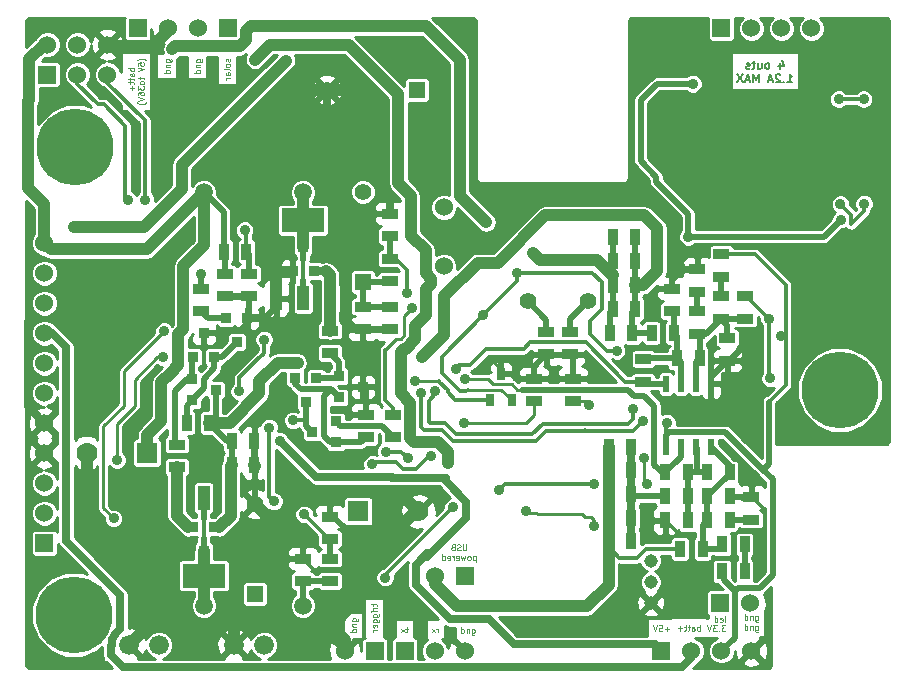
<source format=gbl>
G04 (created by PCBNEW (2013-07-07 BZR 4022)-stable) date 11/09/2013 12:50:20*
%MOIN*%
G04 Gerber Fmt 3.4, Leading zero omitted, Abs format*
%FSLAX34Y34*%
G01*
G70*
G90*
G04 APERTURE LIST*
%ADD10C,0.00590551*%
%ADD11C,0.00492126*%
%ADD12C,0.00688976*%
%ADD13R,0.036X0.036*%
%ADD14R,0.0315X0.0394*%
%ADD15R,0.055X0.035*%
%ADD16R,0.035X0.055*%
%ADD17C,0.045*%
%ADD18R,0.06X0.06*%
%ADD19C,0.06*%
%ADD20C,0.066*%
%ADD21R,0.055X0.055*%
%ADD22C,0.055*%
%ADD23C,0.255906*%
%ADD24R,0.0236X0.0551*%
%ADD25C,0.0590551*%
%ADD26R,0.07X0.07*%
%ADD27C,0.07*%
%ADD28R,0.144X0.08*%
%ADD29R,0.04X0.08*%
%ADD30C,0.0354331*%
%ADD31C,0.0275591*%
%ADD32C,0.0393701*%
%ADD33C,0.0137795*%
%ADD34C,0.019685*%
%ADD35C,0.00984252*%
%ADD36C,0.01*%
G04 APERTURE END LIST*
G54D10*
G54D11*
X14854Y-17737D02*
X14854Y-17896D01*
X14845Y-17915D01*
X14835Y-17924D01*
X14817Y-17934D01*
X14779Y-17934D01*
X14760Y-17924D01*
X14751Y-17915D01*
X14742Y-17896D01*
X14742Y-17737D01*
X14657Y-17924D02*
X14629Y-17934D01*
X14582Y-17934D01*
X14564Y-17924D01*
X14554Y-17915D01*
X14545Y-17896D01*
X14545Y-17877D01*
X14554Y-17859D01*
X14564Y-17849D01*
X14582Y-17840D01*
X14620Y-17830D01*
X14639Y-17821D01*
X14648Y-17812D01*
X14657Y-17793D01*
X14657Y-17774D01*
X14648Y-17755D01*
X14639Y-17746D01*
X14620Y-17737D01*
X14573Y-17737D01*
X14545Y-17746D01*
X14395Y-17830D02*
X14367Y-17840D01*
X14357Y-17849D01*
X14348Y-17868D01*
X14348Y-17896D01*
X14357Y-17915D01*
X14367Y-17924D01*
X14386Y-17934D01*
X14461Y-17934D01*
X14461Y-17737D01*
X14395Y-17737D01*
X14376Y-17746D01*
X14367Y-17755D01*
X14357Y-17774D01*
X14357Y-17793D01*
X14367Y-17812D01*
X14376Y-17821D01*
X14395Y-17830D01*
X14461Y-17830D01*
X15159Y-18127D02*
X15159Y-18324D01*
X15159Y-18136D02*
X15140Y-18127D01*
X15103Y-18127D01*
X15084Y-18136D01*
X15074Y-18146D01*
X15065Y-18165D01*
X15065Y-18221D01*
X15074Y-18240D01*
X15084Y-18249D01*
X15103Y-18258D01*
X15140Y-18258D01*
X15159Y-18249D01*
X14953Y-18258D02*
X14971Y-18249D01*
X14981Y-18240D01*
X14990Y-18221D01*
X14990Y-18165D01*
X14981Y-18146D01*
X14971Y-18136D01*
X14953Y-18127D01*
X14925Y-18127D01*
X14906Y-18136D01*
X14896Y-18146D01*
X14887Y-18165D01*
X14887Y-18221D01*
X14896Y-18240D01*
X14906Y-18249D01*
X14925Y-18258D01*
X14953Y-18258D01*
X14821Y-18127D02*
X14784Y-18258D01*
X14746Y-18165D01*
X14709Y-18258D01*
X14671Y-18127D01*
X14521Y-18249D02*
X14540Y-18258D01*
X14578Y-18258D01*
X14596Y-18249D01*
X14606Y-18230D01*
X14606Y-18155D01*
X14596Y-18136D01*
X14578Y-18127D01*
X14540Y-18127D01*
X14521Y-18136D01*
X14512Y-18155D01*
X14512Y-18174D01*
X14606Y-18193D01*
X14428Y-18258D02*
X14428Y-18127D01*
X14428Y-18165D02*
X14418Y-18146D01*
X14409Y-18136D01*
X14390Y-18127D01*
X14371Y-18127D01*
X14231Y-18249D02*
X14250Y-18258D01*
X14287Y-18258D01*
X14306Y-18249D01*
X14315Y-18230D01*
X14315Y-18155D01*
X14306Y-18136D01*
X14287Y-18127D01*
X14250Y-18127D01*
X14231Y-18136D01*
X14221Y-18155D01*
X14221Y-18174D01*
X14315Y-18193D01*
X14053Y-18258D02*
X14053Y-18061D01*
X14053Y-18249D02*
X14071Y-18258D01*
X14109Y-18258D01*
X14128Y-18249D01*
X14137Y-18240D01*
X14146Y-18221D01*
X14146Y-18165D01*
X14137Y-18146D01*
X14128Y-18136D01*
X14109Y-18127D01*
X14071Y-18127D01*
X14053Y-18136D01*
X23457Y-20315D02*
X23475Y-20306D01*
X23485Y-20287D01*
X23485Y-20119D01*
X23307Y-20306D02*
X23325Y-20315D01*
X23363Y-20315D01*
X23382Y-20306D01*
X23391Y-20287D01*
X23391Y-20212D01*
X23382Y-20194D01*
X23363Y-20184D01*
X23325Y-20184D01*
X23307Y-20194D01*
X23297Y-20212D01*
X23297Y-20231D01*
X23391Y-20250D01*
X23128Y-20315D02*
X23128Y-20119D01*
X23128Y-20306D02*
X23147Y-20315D01*
X23185Y-20315D01*
X23203Y-20306D01*
X23213Y-20297D01*
X23222Y-20278D01*
X23222Y-20222D01*
X23213Y-20203D01*
X23203Y-20194D01*
X23185Y-20184D01*
X23147Y-20184D01*
X23128Y-20194D01*
X24486Y-20125D02*
X24486Y-20284D01*
X24495Y-20303D01*
X24505Y-20313D01*
X24523Y-20322D01*
X24551Y-20322D01*
X24570Y-20313D01*
X24486Y-20247D02*
X24505Y-20256D01*
X24542Y-20256D01*
X24561Y-20247D01*
X24570Y-20238D01*
X24580Y-20219D01*
X24580Y-20163D01*
X24570Y-20144D01*
X24561Y-20134D01*
X24542Y-20125D01*
X24505Y-20125D01*
X24486Y-20134D01*
X24392Y-20125D02*
X24392Y-20256D01*
X24392Y-20144D02*
X24383Y-20134D01*
X24364Y-20125D01*
X24336Y-20125D01*
X24317Y-20134D01*
X24308Y-20153D01*
X24308Y-20256D01*
X24130Y-20256D02*
X24130Y-20059D01*
X24130Y-20247D02*
X24148Y-20256D01*
X24186Y-20256D01*
X24205Y-20247D01*
X24214Y-20238D01*
X24223Y-20219D01*
X24223Y-20163D01*
X24214Y-20144D01*
X24205Y-20134D01*
X24186Y-20125D01*
X24148Y-20125D01*
X24130Y-20134D01*
X24486Y-20460D02*
X24486Y-20619D01*
X24495Y-20638D01*
X24505Y-20647D01*
X24523Y-20657D01*
X24551Y-20657D01*
X24570Y-20647D01*
X24486Y-20582D02*
X24505Y-20591D01*
X24542Y-20591D01*
X24561Y-20582D01*
X24570Y-20572D01*
X24580Y-20553D01*
X24580Y-20497D01*
X24570Y-20479D01*
X24561Y-20469D01*
X24542Y-20460D01*
X24505Y-20460D01*
X24486Y-20469D01*
X24392Y-20460D02*
X24392Y-20591D01*
X24392Y-20479D02*
X24383Y-20469D01*
X24364Y-20460D01*
X24336Y-20460D01*
X24317Y-20469D01*
X24308Y-20488D01*
X24308Y-20591D01*
X24130Y-20591D02*
X24130Y-20394D01*
X24130Y-20582D02*
X24148Y-20591D01*
X24186Y-20591D01*
X24205Y-20582D01*
X24214Y-20572D01*
X24223Y-20553D01*
X24223Y-20497D01*
X24214Y-20479D01*
X24205Y-20469D01*
X24186Y-20460D01*
X24148Y-20460D01*
X24130Y-20469D01*
X23479Y-20434D02*
X23357Y-20434D01*
X23423Y-20508D01*
X23395Y-20508D01*
X23376Y-20518D01*
X23367Y-20527D01*
X23357Y-20546D01*
X23357Y-20593D01*
X23367Y-20612D01*
X23376Y-20621D01*
X23395Y-20630D01*
X23451Y-20630D01*
X23470Y-20621D01*
X23479Y-20612D01*
X23273Y-20612D02*
X23263Y-20621D01*
X23273Y-20630D01*
X23282Y-20621D01*
X23273Y-20612D01*
X23273Y-20630D01*
X23198Y-20434D02*
X23076Y-20434D01*
X23142Y-20508D01*
X23113Y-20508D01*
X23095Y-20518D01*
X23085Y-20527D01*
X23076Y-20546D01*
X23076Y-20593D01*
X23085Y-20612D01*
X23095Y-20621D01*
X23113Y-20630D01*
X23170Y-20630D01*
X23188Y-20621D01*
X23198Y-20612D01*
X23020Y-20434D02*
X22954Y-20630D01*
X22889Y-20434D01*
X22629Y-20611D02*
X22629Y-20414D01*
X22629Y-20489D02*
X22610Y-20479D01*
X22573Y-20479D01*
X22554Y-20489D01*
X22544Y-20498D01*
X22535Y-20517D01*
X22535Y-20573D01*
X22544Y-20592D01*
X22554Y-20601D01*
X22573Y-20611D01*
X22610Y-20611D01*
X22629Y-20601D01*
X22366Y-20611D02*
X22366Y-20508D01*
X22376Y-20489D01*
X22395Y-20479D01*
X22432Y-20479D01*
X22451Y-20489D01*
X22366Y-20601D02*
X22385Y-20611D01*
X22432Y-20611D01*
X22451Y-20601D01*
X22460Y-20583D01*
X22460Y-20564D01*
X22451Y-20545D01*
X22432Y-20536D01*
X22385Y-20536D01*
X22366Y-20526D01*
X22301Y-20479D02*
X22226Y-20479D01*
X22273Y-20414D02*
X22273Y-20583D01*
X22263Y-20601D01*
X22245Y-20611D01*
X22226Y-20611D01*
X22188Y-20479D02*
X22113Y-20479D01*
X22160Y-20414D02*
X22160Y-20583D01*
X22151Y-20601D01*
X22132Y-20611D01*
X22113Y-20611D01*
X22048Y-20536D02*
X21898Y-20536D01*
X21973Y-20611D02*
X21973Y-20461D01*
X21611Y-20555D02*
X21461Y-20555D01*
X21536Y-20630D02*
X21536Y-20480D01*
X21273Y-20434D02*
X21367Y-20434D01*
X21377Y-20527D01*
X21367Y-20518D01*
X21348Y-20508D01*
X21302Y-20508D01*
X21283Y-20518D01*
X21273Y-20527D01*
X21264Y-20546D01*
X21264Y-20593D01*
X21273Y-20612D01*
X21283Y-20621D01*
X21302Y-20630D01*
X21348Y-20630D01*
X21367Y-20621D01*
X21377Y-20612D01*
X21208Y-20434D02*
X21142Y-20630D01*
X21077Y-20434D01*
X15037Y-20558D02*
X15037Y-20718D01*
X15046Y-20736D01*
X15056Y-20746D01*
X15074Y-20755D01*
X15103Y-20755D01*
X15121Y-20746D01*
X15037Y-20680D02*
X15056Y-20689D01*
X15093Y-20689D01*
X15112Y-20680D01*
X15121Y-20671D01*
X15131Y-20652D01*
X15131Y-20596D01*
X15121Y-20577D01*
X15112Y-20568D01*
X15093Y-20558D01*
X15056Y-20558D01*
X15037Y-20568D01*
X14943Y-20558D02*
X14943Y-20689D01*
X14943Y-20577D02*
X14934Y-20568D01*
X14915Y-20558D01*
X14887Y-20558D01*
X14868Y-20568D01*
X14859Y-20586D01*
X14859Y-20689D01*
X14681Y-20689D02*
X14681Y-20493D01*
X14681Y-20680D02*
X14700Y-20689D01*
X14737Y-20689D01*
X14756Y-20680D01*
X14765Y-20671D01*
X14775Y-20652D01*
X14775Y-20596D01*
X14765Y-20577D01*
X14756Y-20568D01*
X14737Y-20558D01*
X14700Y-20558D01*
X14681Y-20568D01*
X13912Y-20670D02*
X13912Y-20538D01*
X13912Y-20576D02*
X13903Y-20557D01*
X13893Y-20548D01*
X13875Y-20538D01*
X13856Y-20538D01*
X13809Y-20670D02*
X13706Y-20538D01*
X13809Y-20538D02*
X13706Y-20670D01*
X12912Y-20538D02*
X12837Y-20538D01*
X12884Y-20473D02*
X12884Y-20642D01*
X12874Y-20660D01*
X12856Y-20670D01*
X12837Y-20670D01*
X12790Y-20670D02*
X12687Y-20538D01*
X12790Y-20538D02*
X12687Y-20670D01*
X11739Y-19708D02*
X11739Y-19783D01*
X11674Y-19736D02*
X11842Y-19736D01*
X11861Y-19745D01*
X11871Y-19764D01*
X11871Y-19783D01*
X11871Y-19849D02*
X11739Y-19849D01*
X11777Y-19849D02*
X11758Y-19858D01*
X11749Y-19867D01*
X11739Y-19886D01*
X11739Y-19905D01*
X11871Y-19970D02*
X11739Y-19970D01*
X11674Y-19970D02*
X11683Y-19961D01*
X11692Y-19970D01*
X11683Y-19980D01*
X11674Y-19970D01*
X11692Y-19970D01*
X11739Y-20149D02*
X11899Y-20149D01*
X11917Y-20139D01*
X11927Y-20130D01*
X11936Y-20111D01*
X11936Y-20083D01*
X11927Y-20064D01*
X11861Y-20149D02*
X11871Y-20130D01*
X11871Y-20092D01*
X11861Y-20074D01*
X11852Y-20064D01*
X11833Y-20055D01*
X11777Y-20055D01*
X11758Y-20064D01*
X11749Y-20074D01*
X11739Y-20092D01*
X11739Y-20130D01*
X11749Y-20149D01*
X11739Y-20327D02*
X11899Y-20327D01*
X11917Y-20317D01*
X11927Y-20308D01*
X11936Y-20289D01*
X11936Y-20261D01*
X11927Y-20242D01*
X11861Y-20327D02*
X11871Y-20308D01*
X11871Y-20270D01*
X11861Y-20252D01*
X11852Y-20242D01*
X11833Y-20233D01*
X11777Y-20233D01*
X11758Y-20242D01*
X11749Y-20252D01*
X11739Y-20270D01*
X11739Y-20308D01*
X11749Y-20327D01*
X11861Y-20495D02*
X11871Y-20477D01*
X11871Y-20439D01*
X11861Y-20420D01*
X11842Y-20411D01*
X11767Y-20411D01*
X11749Y-20420D01*
X11739Y-20439D01*
X11739Y-20477D01*
X11749Y-20495D01*
X11767Y-20505D01*
X11786Y-20505D01*
X11805Y-20411D01*
X11871Y-20589D02*
X11739Y-20589D01*
X11777Y-20589D02*
X11758Y-20598D01*
X11749Y-20608D01*
X11739Y-20627D01*
X11739Y-20645D01*
X11050Y-20297D02*
X11210Y-20297D01*
X11228Y-20287D01*
X11238Y-20278D01*
X11247Y-20259D01*
X11247Y-20231D01*
X11238Y-20212D01*
X11172Y-20297D02*
X11182Y-20278D01*
X11182Y-20240D01*
X11172Y-20222D01*
X11163Y-20212D01*
X11144Y-20203D01*
X11088Y-20203D01*
X11069Y-20212D01*
X11060Y-20222D01*
X11050Y-20240D01*
X11050Y-20278D01*
X11060Y-20297D01*
X11050Y-20390D02*
X11182Y-20390D01*
X11069Y-20390D02*
X11060Y-20400D01*
X11050Y-20419D01*
X11050Y-20447D01*
X11060Y-20465D01*
X11078Y-20475D01*
X11182Y-20475D01*
X11182Y-20653D02*
X10985Y-20653D01*
X11172Y-20653D02*
X11182Y-20634D01*
X11182Y-20597D01*
X11172Y-20578D01*
X11163Y-20568D01*
X11144Y-20559D01*
X11088Y-20559D01*
X11069Y-20568D01*
X11060Y-20578D01*
X11050Y-20597D01*
X11050Y-20634D01*
X11060Y-20653D01*
X6960Y-1556D02*
X6969Y-1575D01*
X6969Y-1613D01*
X6960Y-1631D01*
X6941Y-1641D01*
X6931Y-1641D01*
X6913Y-1631D01*
X6903Y-1613D01*
X6903Y-1585D01*
X6894Y-1566D01*
X6875Y-1556D01*
X6866Y-1556D01*
X6847Y-1566D01*
X6838Y-1585D01*
X6838Y-1613D01*
X6847Y-1631D01*
X6969Y-1753D02*
X6960Y-1735D01*
X6950Y-1725D01*
X6931Y-1716D01*
X6875Y-1716D01*
X6856Y-1725D01*
X6847Y-1735D01*
X6838Y-1753D01*
X6838Y-1781D01*
X6847Y-1800D01*
X6856Y-1810D01*
X6875Y-1819D01*
X6931Y-1819D01*
X6950Y-1810D01*
X6960Y-1800D01*
X6969Y-1781D01*
X6969Y-1753D01*
X6969Y-1931D02*
X6960Y-1913D01*
X6941Y-1903D01*
X6772Y-1903D01*
X6969Y-2091D02*
X6866Y-2091D01*
X6847Y-2081D01*
X6838Y-2063D01*
X6838Y-2025D01*
X6847Y-2006D01*
X6960Y-2091D02*
X6969Y-2072D01*
X6969Y-2025D01*
X6960Y-2006D01*
X6941Y-1997D01*
X6922Y-1997D01*
X6903Y-2006D01*
X6894Y-2025D01*
X6894Y-2072D01*
X6885Y-2091D01*
X6969Y-2185D02*
X6838Y-2185D01*
X6875Y-2185D02*
X6856Y-2194D01*
X6847Y-2203D01*
X6838Y-2222D01*
X6838Y-2241D01*
X5853Y-1655D02*
X6013Y-1655D01*
X6032Y-1646D01*
X6041Y-1636D01*
X6050Y-1617D01*
X6050Y-1589D01*
X6041Y-1571D01*
X5975Y-1655D02*
X5985Y-1636D01*
X5985Y-1599D01*
X5975Y-1580D01*
X5966Y-1571D01*
X5947Y-1561D01*
X5891Y-1561D01*
X5872Y-1571D01*
X5863Y-1580D01*
X5853Y-1599D01*
X5853Y-1636D01*
X5863Y-1655D01*
X5853Y-1749D02*
X5985Y-1749D01*
X5872Y-1749D02*
X5863Y-1758D01*
X5853Y-1777D01*
X5853Y-1805D01*
X5863Y-1824D01*
X5882Y-1833D01*
X5985Y-1833D01*
X5985Y-2011D02*
X5788Y-2011D01*
X5975Y-2011D02*
X5985Y-1992D01*
X5985Y-1955D01*
X5975Y-1936D01*
X5966Y-1927D01*
X5947Y-1917D01*
X5891Y-1917D01*
X5872Y-1927D01*
X5863Y-1936D01*
X5853Y-1955D01*
X5853Y-1992D01*
X5863Y-2011D01*
X4830Y-1655D02*
X4989Y-1655D01*
X5008Y-1646D01*
X5017Y-1636D01*
X5027Y-1617D01*
X5027Y-1589D01*
X5017Y-1571D01*
X4952Y-1655D02*
X4961Y-1636D01*
X4961Y-1599D01*
X4952Y-1580D01*
X4942Y-1571D01*
X4924Y-1561D01*
X4867Y-1561D01*
X4849Y-1571D01*
X4839Y-1580D01*
X4830Y-1599D01*
X4830Y-1636D01*
X4839Y-1655D01*
X4830Y-1749D02*
X4961Y-1749D01*
X4849Y-1749D02*
X4839Y-1758D01*
X4830Y-1777D01*
X4830Y-1805D01*
X4839Y-1824D01*
X4858Y-1833D01*
X4961Y-1833D01*
X4961Y-2011D02*
X4764Y-2011D01*
X4952Y-2011D02*
X4961Y-1992D01*
X4961Y-1955D01*
X4952Y-1936D01*
X4942Y-1927D01*
X4924Y-1917D01*
X4867Y-1917D01*
X4849Y-1927D01*
X4839Y-1936D01*
X4830Y-1955D01*
X4830Y-1992D01*
X4839Y-2011D01*
X3780Y-1862D02*
X3583Y-1862D01*
X3658Y-1862D02*
X3649Y-1881D01*
X3649Y-1918D01*
X3658Y-1937D01*
X3667Y-1946D01*
X3686Y-1956D01*
X3742Y-1956D01*
X3761Y-1946D01*
X3771Y-1937D01*
X3780Y-1918D01*
X3780Y-1881D01*
X3771Y-1862D01*
X3780Y-2125D02*
X3677Y-2125D01*
X3658Y-2115D01*
X3649Y-2096D01*
X3649Y-2059D01*
X3658Y-2040D01*
X3771Y-2125D02*
X3780Y-2106D01*
X3780Y-2059D01*
X3771Y-2040D01*
X3752Y-2031D01*
X3733Y-2031D01*
X3714Y-2040D01*
X3705Y-2059D01*
X3705Y-2106D01*
X3696Y-2125D01*
X3649Y-2190D02*
X3649Y-2265D01*
X3583Y-2218D02*
X3752Y-2218D01*
X3771Y-2228D01*
X3780Y-2246D01*
X3780Y-2265D01*
X3649Y-2303D02*
X3649Y-2378D01*
X3583Y-2331D02*
X3752Y-2331D01*
X3771Y-2340D01*
X3780Y-2359D01*
X3780Y-2378D01*
X3705Y-2443D02*
X3705Y-2593D01*
X3780Y-2518D02*
X3630Y-2518D01*
X4180Y-1604D02*
X4170Y-1595D01*
X4142Y-1576D01*
X4124Y-1567D01*
X4095Y-1557D01*
X4049Y-1548D01*
X4011Y-1548D01*
X3964Y-1557D01*
X3936Y-1567D01*
X3917Y-1576D01*
X3889Y-1595D01*
X3880Y-1604D01*
X3908Y-1773D02*
X3908Y-1679D01*
X4002Y-1670D01*
X3992Y-1679D01*
X3983Y-1698D01*
X3983Y-1745D01*
X3992Y-1764D01*
X4002Y-1773D01*
X4020Y-1782D01*
X4067Y-1782D01*
X4086Y-1773D01*
X4095Y-1764D01*
X4105Y-1745D01*
X4105Y-1698D01*
X4095Y-1679D01*
X4086Y-1670D01*
X3908Y-1839D02*
X4105Y-1904D01*
X3908Y-1970D01*
X3974Y-2157D02*
X3974Y-2232D01*
X3908Y-2185D02*
X4077Y-2185D01*
X4095Y-2195D01*
X4105Y-2214D01*
X4105Y-2232D01*
X4105Y-2326D02*
X4095Y-2307D01*
X4086Y-2298D01*
X4067Y-2289D01*
X4011Y-2289D01*
X3992Y-2298D01*
X3983Y-2307D01*
X3974Y-2326D01*
X3974Y-2354D01*
X3983Y-2373D01*
X3992Y-2382D01*
X4011Y-2392D01*
X4067Y-2392D01*
X4086Y-2382D01*
X4095Y-2373D01*
X4105Y-2354D01*
X4105Y-2326D01*
X3908Y-2457D02*
X3908Y-2579D01*
X3983Y-2514D01*
X3983Y-2542D01*
X3992Y-2560D01*
X4002Y-2570D01*
X4020Y-2579D01*
X4067Y-2579D01*
X4086Y-2570D01*
X4095Y-2560D01*
X4105Y-2542D01*
X4105Y-2485D01*
X4095Y-2467D01*
X4086Y-2457D01*
X3908Y-2748D02*
X3908Y-2710D01*
X3917Y-2692D01*
X3927Y-2682D01*
X3955Y-2664D01*
X3992Y-2654D01*
X4067Y-2654D01*
X4086Y-2664D01*
X4095Y-2673D01*
X4105Y-2692D01*
X4105Y-2729D01*
X4095Y-2748D01*
X4086Y-2757D01*
X4067Y-2767D01*
X4020Y-2767D01*
X4002Y-2757D01*
X3992Y-2748D01*
X3983Y-2729D01*
X3983Y-2692D01*
X3992Y-2673D01*
X4002Y-2664D01*
X4020Y-2654D01*
X3908Y-2823D02*
X4105Y-2889D01*
X3908Y-2954D01*
X4180Y-3001D02*
X4170Y-3010D01*
X4142Y-3029D01*
X4124Y-3038D01*
X4095Y-3048D01*
X4049Y-3057D01*
X4011Y-3057D01*
X3964Y-3048D01*
X3936Y-3038D01*
X3917Y-3029D01*
X3889Y-3010D01*
X3880Y-3001D01*
G54D12*
X25295Y-1699D02*
X25295Y-1883D01*
X25360Y-1594D02*
X25426Y-1791D01*
X25255Y-1791D01*
X24901Y-1883D02*
X24927Y-1870D01*
X24940Y-1856D01*
X24954Y-1830D01*
X24954Y-1751D01*
X24940Y-1725D01*
X24927Y-1712D01*
X24901Y-1699D01*
X24862Y-1699D01*
X24835Y-1712D01*
X24822Y-1725D01*
X24809Y-1751D01*
X24809Y-1830D01*
X24822Y-1856D01*
X24835Y-1870D01*
X24862Y-1883D01*
X24901Y-1883D01*
X24573Y-1699D02*
X24573Y-1883D01*
X24691Y-1699D02*
X24691Y-1843D01*
X24678Y-1870D01*
X24652Y-1883D01*
X24612Y-1883D01*
X24586Y-1870D01*
X24573Y-1856D01*
X24481Y-1699D02*
X24376Y-1699D01*
X24442Y-1607D02*
X24442Y-1843D01*
X24429Y-1870D01*
X24402Y-1883D01*
X24376Y-1883D01*
X24297Y-1870D02*
X24271Y-1883D01*
X24219Y-1883D01*
X24192Y-1870D01*
X24179Y-1843D01*
X24179Y-1830D01*
X24192Y-1804D01*
X24219Y-1791D01*
X24258Y-1791D01*
X24284Y-1778D01*
X24297Y-1751D01*
X24297Y-1738D01*
X24284Y-1712D01*
X24258Y-1699D01*
X24219Y-1699D01*
X24192Y-1712D01*
X25551Y-2337D02*
X25708Y-2337D01*
X25629Y-2337D02*
X25629Y-2062D01*
X25656Y-2101D01*
X25682Y-2127D01*
X25708Y-2141D01*
X25433Y-2311D02*
X25419Y-2324D01*
X25433Y-2337D01*
X25446Y-2324D01*
X25433Y-2311D01*
X25433Y-2337D01*
X25314Y-2088D02*
X25301Y-2075D01*
X25275Y-2062D01*
X25209Y-2062D01*
X25183Y-2075D01*
X25170Y-2088D01*
X25157Y-2114D01*
X25157Y-2141D01*
X25170Y-2180D01*
X25328Y-2337D01*
X25157Y-2337D01*
X25052Y-2259D02*
X24921Y-2259D01*
X25078Y-2337D02*
X24986Y-2062D01*
X24895Y-2337D01*
X24593Y-2337D02*
X24593Y-2062D01*
X24501Y-2259D01*
X24409Y-2062D01*
X24409Y-2337D01*
X24291Y-2259D02*
X24160Y-2259D01*
X24317Y-2337D02*
X24225Y-2062D01*
X24133Y-2337D01*
X24068Y-2062D02*
X23884Y-2337D01*
X23884Y-2062D02*
X24068Y-2337D01*
G54D13*
X9853Y-12187D03*
X9153Y-12187D03*
X9503Y-12987D03*
X7553Y-10187D03*
X6853Y-10187D03*
X7203Y-10987D03*
X10503Y-14337D03*
X10503Y-13637D03*
X9703Y-13987D03*
X10603Y-12137D03*
X10603Y-12837D03*
X11403Y-12487D03*
X5703Y-12237D03*
X5703Y-12937D03*
X6503Y-12587D03*
X5753Y-11487D03*
X6453Y-11487D03*
X6103Y-10687D03*
G54D14*
X16003Y-12054D03*
X15628Y-12920D03*
X16378Y-12920D03*
G54D15*
X17519Y-11398D03*
X17519Y-10648D03*
G54D16*
X19728Y-7487D03*
X20478Y-7487D03*
X19628Y-10687D03*
X20378Y-10687D03*
G54D15*
X18307Y-11398D03*
X18307Y-10648D03*
X20753Y-11562D03*
X20753Y-12312D03*
X17103Y-12962D03*
X17103Y-12212D03*
X18403Y-12962D03*
X18403Y-12212D03*
G54D16*
X19596Y-14483D03*
X20346Y-14483D03*
G54D15*
X24353Y-16162D03*
X24353Y-16912D03*
G54D16*
X24128Y-18637D03*
X23378Y-18637D03*
X23628Y-16937D03*
X22878Y-16937D03*
X23378Y-17737D03*
X24128Y-17737D03*
X23628Y-16137D03*
X22878Y-16137D03*
X21978Y-17887D03*
X22728Y-17887D03*
X22878Y-15337D03*
X23628Y-15337D03*
X21478Y-16937D03*
X22228Y-16937D03*
X22228Y-15337D03*
X21478Y-15337D03*
X21478Y-16137D03*
X22228Y-16137D03*
X19596Y-15270D03*
X20346Y-15270D03*
X19596Y-16845D03*
X20346Y-16845D03*
X19596Y-16057D03*
X20346Y-16057D03*
X19728Y-9087D03*
X20478Y-9087D03*
X19596Y-17632D03*
X20346Y-17632D03*
G54D15*
X22553Y-8562D03*
X22553Y-9312D03*
X23353Y-8812D03*
X23353Y-8062D03*
G54D16*
X21878Y-11537D03*
X22628Y-11537D03*
G54D15*
X22553Y-9962D03*
X22553Y-10712D03*
X23353Y-10212D03*
X23353Y-9462D03*
X23553Y-11612D03*
X23553Y-10862D03*
X24153Y-9462D03*
X24153Y-10212D03*
X21703Y-9212D03*
X21703Y-9962D03*
G54D16*
X7028Y-14287D03*
X7778Y-14287D03*
X21028Y-10687D03*
X21778Y-10687D03*
X19728Y-9887D03*
X20478Y-9887D03*
X19728Y-8287D03*
X20478Y-8287D03*
G54D15*
X11403Y-9812D03*
X11403Y-10562D03*
X12303Y-9812D03*
X12303Y-10562D03*
X7603Y-8712D03*
X7603Y-9462D03*
G54D16*
X6770Y-7972D03*
X7520Y-7972D03*
X7028Y-15087D03*
X7778Y-15087D03*
G54D15*
X6003Y-9962D03*
X6003Y-9212D03*
X5203Y-14412D03*
X5203Y-15162D03*
G54D16*
X6278Y-13687D03*
X5528Y-13687D03*
G54D15*
X6803Y-8712D03*
X6803Y-9462D03*
X10303Y-17562D03*
X10303Y-16812D03*
X10303Y-18962D03*
X10303Y-18212D03*
X12303Y-8962D03*
X12303Y-8212D03*
X12303Y-7462D03*
X12303Y-6712D03*
X12403Y-14162D03*
X12403Y-13412D03*
X11503Y-14162D03*
X11503Y-13412D03*
X10303Y-11362D03*
X10303Y-10612D03*
X9403Y-18962D03*
X9403Y-18212D03*
G54D17*
X21003Y-19687D03*
X21003Y-18287D03*
X21003Y-18987D03*
G54D18*
X23353Y-537D03*
G54D19*
X24353Y-537D03*
X25353Y-537D03*
X26353Y-537D03*
G54D18*
X21353Y-21287D03*
G54D19*
X22353Y-21287D03*
X23353Y-21287D03*
X24353Y-21287D03*
G54D18*
X889Y-2074D03*
G54D19*
X889Y-1074D03*
X1889Y-2074D03*
X1889Y-1074D03*
X2889Y-2074D03*
X2889Y-1074D03*
G54D18*
X12803Y-21287D03*
G54D19*
X13803Y-21287D03*
X14803Y-21287D03*
G54D18*
X11803Y-21287D03*
G54D19*
X10803Y-21287D03*
G54D18*
X14803Y-18787D03*
G54D19*
X13803Y-18787D03*
G54D18*
X6903Y-537D03*
G54D19*
X5903Y-537D03*
G54D18*
X3903Y-537D03*
G54D19*
X4903Y-537D03*
G54D18*
X23303Y-19687D03*
G54D19*
X24303Y-19687D03*
X14103Y-6503D03*
X14103Y-8471D03*
G54D20*
X8103Y-21087D03*
X7103Y-21087D03*
X4603Y-21087D03*
X3603Y-21087D03*
G54D21*
X11403Y-8987D03*
G54D22*
X11403Y-5987D03*
G54D21*
X7803Y-19387D03*
G54D22*
X7803Y-16387D03*
X16903Y-9637D03*
X18903Y-9637D03*
G54D21*
X13203Y-2587D03*
G54D22*
X10203Y-2587D03*
G54D23*
X1771Y-20078D03*
X1803Y-4487D03*
X27303Y-12587D03*
G54D24*
X21503Y-14487D03*
X21503Y-12387D03*
X22003Y-14487D03*
X22503Y-14487D03*
X23003Y-14487D03*
X22003Y-12387D03*
X22503Y-12387D03*
X23003Y-12387D03*
G54D25*
X6103Y-19777D03*
X6103Y-5997D03*
X9403Y-19777D03*
X9403Y-5997D03*
G54D18*
X787Y-17688D03*
G54D19*
X787Y-16688D03*
X787Y-15688D03*
X787Y-14688D03*
X787Y-13688D03*
X787Y-12688D03*
X787Y-11688D03*
X787Y-10688D03*
X787Y-9688D03*
X787Y-8688D03*
X787Y-7688D03*
G54D26*
X4203Y-14687D03*
G54D27*
X2203Y-14687D03*
G54D26*
X11253Y-16637D03*
G54D27*
X13253Y-16637D03*
G54D13*
X9059Y-8628D03*
X9759Y-8628D03*
X9409Y-7828D03*
X6452Y-17159D03*
X5752Y-17159D03*
X6102Y-17959D03*
G54D28*
X6102Y-18780D03*
G54D29*
X6102Y-16180D03*
X7002Y-16180D03*
X5202Y-16180D03*
G54D28*
X9409Y-6928D03*
G54D29*
X9409Y-9528D03*
X8509Y-9528D03*
X10309Y-9528D03*
G54D30*
X17076Y-8021D03*
X15511Y-6998D03*
X5053Y-1237D03*
X24980Y-12204D03*
X24940Y-10216D03*
X12881Y-9354D03*
X14803Y-12224D03*
X13035Y-9858D03*
X13385Y-11476D03*
X9232Y-11673D03*
X14492Y-11889D03*
X8641Y-14291D03*
X6003Y-8720D03*
X7460Y-7263D03*
X22401Y-2381D03*
X27342Y-6909D03*
X22244Y-7480D03*
X27322Y-6397D03*
X28110Y-6377D03*
X27263Y-2893D03*
X28090Y-2893D03*
X4744Y-11496D03*
X3208Y-14921D03*
X12893Y-14862D03*
X12165Y-14645D03*
X13342Y-12681D03*
X20748Y-13622D03*
X4153Y-6240D03*
X3090Y-16870D03*
X4783Y-10629D03*
X11712Y-15059D03*
X13681Y-14783D03*
X13803Y-12622D03*
X20413Y-13228D03*
X3562Y-6240D03*
X14232Y-15019D03*
X7803Y-1587D03*
X8444Y-16299D03*
X9448Y-16732D03*
X8287Y-13838D03*
X7283Y-12637D03*
X8110Y-10905D03*
X13129Y-12283D03*
X16850Y-16614D03*
X19114Y-17125D03*
X3031Y-12342D03*
X2539Y-9173D03*
X14074Y-1751D03*
X24370Y-10846D03*
X13129Y-3346D03*
X11948Y-3307D03*
X21771Y-8523D03*
X24547Y-13720D03*
X20787Y-6023D03*
X15688Y-11574D03*
X27893Y-5118D03*
X27893Y-4133D03*
X21535Y-5098D03*
X21535Y-4133D03*
X21535Y-4625D03*
X27893Y-4625D03*
X18956Y-13090D03*
X14763Y-13681D03*
X9074Y-13602D03*
X1783Y-7145D03*
X8842Y-1606D03*
X19110Y-15732D03*
X15944Y-15929D03*
X25326Y-10775D03*
X21535Y-13681D03*
X20757Y-14862D03*
X20866Y-15708D03*
X19862Y-11279D03*
X12145Y-18838D03*
X14409Y-16496D03*
X15413Y-10098D03*
X16555Y-8681D03*
G54D31*
X22047Y-21837D02*
X22353Y-21530D01*
X22353Y-21530D02*
X22353Y-21287D01*
X2992Y-21437D02*
X3003Y-21437D01*
X3403Y-21837D02*
X22047Y-21837D01*
X22047Y-21837D02*
X22053Y-21837D01*
X3003Y-21437D02*
X3403Y-21837D01*
G54D32*
X9822Y-462D02*
X7678Y-462D01*
X19694Y-8740D02*
X19202Y-8248D01*
X19202Y-8248D02*
X17303Y-8248D01*
X17303Y-8248D02*
X17076Y-8021D01*
X15511Y-6998D02*
X14625Y-6112D01*
X14625Y-6112D02*
X14625Y-5187D01*
X19728Y-8740D02*
X19694Y-8740D01*
X14625Y-2511D02*
X14625Y-5187D01*
X9822Y-462D02*
X12576Y-462D01*
X14625Y-1582D02*
X13505Y-462D01*
X13505Y-462D02*
X12576Y-462D01*
X14625Y-2511D02*
X14625Y-1582D01*
X5153Y-1137D02*
X5053Y-1237D01*
X7303Y-1137D02*
X5153Y-1137D01*
X7503Y-937D02*
X7303Y-1137D01*
X7503Y-637D02*
X7503Y-937D01*
X7678Y-462D02*
X7503Y-637D01*
G54D31*
X1033Y-10688D02*
X787Y-10688D01*
X1505Y-11161D02*
X1033Y-10688D01*
X1505Y-17608D02*
X1505Y-11161D01*
X3307Y-19409D02*
X1505Y-17608D01*
X3307Y-20570D02*
X3307Y-19409D01*
X3149Y-20728D02*
X3307Y-20570D01*
X3149Y-20767D02*
X3149Y-20728D01*
X3031Y-20885D02*
X3149Y-20767D01*
X3031Y-20905D02*
X3031Y-20885D01*
X3031Y-21082D02*
X3031Y-20905D01*
X2992Y-21122D02*
X3031Y-21082D01*
X2992Y-21437D02*
X2992Y-21122D01*
G54D33*
X24940Y-12165D02*
X24940Y-10216D01*
X24980Y-12204D02*
X24940Y-12165D01*
X24186Y-9462D02*
X24153Y-9462D01*
X24940Y-10216D02*
X24186Y-9462D01*
G54D34*
X11403Y-8987D02*
X12278Y-8987D01*
X12278Y-8987D02*
X12303Y-8962D01*
X11403Y-9812D02*
X11403Y-8987D01*
X12303Y-9812D02*
X11403Y-9812D01*
X19728Y-8287D02*
X19728Y-7487D01*
X19728Y-9087D02*
X19728Y-8740D01*
X19728Y-8740D02*
X19728Y-8287D01*
X19728Y-9887D02*
X19728Y-9087D01*
X19628Y-10687D02*
X19628Y-9987D01*
X19628Y-9987D02*
X19728Y-9887D01*
G54D33*
X12491Y-8212D02*
X12881Y-8602D01*
X12881Y-8602D02*
X12881Y-9354D01*
X12303Y-8212D02*
X12491Y-8212D01*
G54D34*
X12303Y-8212D02*
X12303Y-7462D01*
G54D31*
X20346Y-15270D02*
X20346Y-14483D01*
X20346Y-16057D02*
X20346Y-15270D01*
X20346Y-16845D02*
X20346Y-16057D01*
X20346Y-17632D02*
X20346Y-16845D01*
G54D34*
X21478Y-16137D02*
X20425Y-16137D01*
X20425Y-16137D02*
X20346Y-16057D01*
G54D35*
X14803Y-12224D02*
X15586Y-12224D01*
X16366Y-12389D02*
X16555Y-12578D01*
X16362Y-12389D02*
X16366Y-12389D01*
X15751Y-12389D02*
X16362Y-12389D01*
X15586Y-12224D02*
X15751Y-12389D01*
X16555Y-12578D02*
X16692Y-12578D01*
G54D34*
X19704Y-12578D02*
X20236Y-12578D01*
X21122Y-13110D02*
X21122Y-13996D01*
X20787Y-12775D02*
X21122Y-13110D01*
X20433Y-12775D02*
X20787Y-12775D01*
X20236Y-12578D02*
X20433Y-12775D01*
X21478Y-15337D02*
X21361Y-15337D01*
X19704Y-12578D02*
X16692Y-12578D01*
X21122Y-15098D02*
X21122Y-13996D01*
X21361Y-15337D02*
X21122Y-15098D01*
X22003Y-14487D02*
X22003Y-14812D01*
X22003Y-14812D02*
X21903Y-14912D01*
X21478Y-15337D02*
X21903Y-14912D01*
G54D35*
X12145Y-11240D02*
X12507Y-10877D01*
X12775Y-10118D02*
X13035Y-9858D01*
X12775Y-10763D02*
X12775Y-10118D01*
X12661Y-10877D02*
X12775Y-10763D01*
X12633Y-10877D02*
X12661Y-10877D01*
X12507Y-10877D02*
X12633Y-10877D01*
G54D33*
X12403Y-13412D02*
X12403Y-13191D01*
X12145Y-12933D02*
X12145Y-11240D01*
X12403Y-13191D02*
X12145Y-12933D01*
G54D32*
X7002Y-16180D02*
X7002Y-15113D01*
X7002Y-15113D02*
X7028Y-15087D01*
X7002Y-16777D02*
X7002Y-16180D01*
X6620Y-17159D02*
X7002Y-16777D01*
X13385Y-11476D02*
X14122Y-10740D01*
X14122Y-10740D02*
X14122Y-9468D01*
X14122Y-9468D02*
X15232Y-8358D01*
X15232Y-8358D02*
X15893Y-8358D01*
X17480Y-6771D02*
X18799Y-6771D01*
X15893Y-8358D02*
X17480Y-6771D01*
X18799Y-6771D02*
X20787Y-6771D01*
X20787Y-6771D02*
X21220Y-7204D01*
X21220Y-7204D02*
X21220Y-8622D01*
X21220Y-8622D02*
X20755Y-9087D01*
X20755Y-9087D02*
X20478Y-9087D01*
X6278Y-13687D02*
X6962Y-13687D01*
X6962Y-13687D02*
X7952Y-12696D01*
X7952Y-12696D02*
X7952Y-12283D01*
X7952Y-12283D02*
X8562Y-11673D01*
X8562Y-11673D02*
X9232Y-11673D01*
G54D34*
X7028Y-15087D02*
X7028Y-14287D01*
X7028Y-14287D02*
X6878Y-14287D01*
X6878Y-14287D02*
X6278Y-13687D01*
X6278Y-13687D02*
X6503Y-13462D01*
X6503Y-13462D02*
X6503Y-12587D01*
X20478Y-8287D02*
X20478Y-7487D01*
X20478Y-9087D02*
X20478Y-8287D01*
X20478Y-9887D02*
X20478Y-9087D01*
X20378Y-10687D02*
X20378Y-9987D01*
X20378Y-9987D02*
X20478Y-9887D01*
X21028Y-10687D02*
X20378Y-10687D01*
G54D33*
X16767Y-11224D02*
X16988Y-11003D01*
X15503Y-11224D02*
X16767Y-11224D01*
X14964Y-11763D02*
X15503Y-11224D01*
X14618Y-11763D02*
X14964Y-11763D01*
X14492Y-11889D02*
X14618Y-11763D01*
X20139Y-12312D02*
X20753Y-12312D01*
X18830Y-11003D02*
X20139Y-12312D01*
X16988Y-11003D02*
X18830Y-11003D01*
G54D34*
X21503Y-12387D02*
X20828Y-12387D01*
X20828Y-12387D02*
X20753Y-12312D01*
G54D31*
X16437Y-21062D02*
X20866Y-21062D01*
X14169Y-15511D02*
X14169Y-15633D01*
X13539Y-18153D02*
X13539Y-18035D01*
X14842Y-16850D02*
X13539Y-18153D01*
X14842Y-16307D02*
X14842Y-16850D01*
X14169Y-15633D02*
X14842Y-16307D01*
X12992Y-15511D02*
X14169Y-15511D01*
X13539Y-18035D02*
X13169Y-18405D01*
X15610Y-20236D02*
X16437Y-21062D01*
X14311Y-20236D02*
X15610Y-20236D01*
X13169Y-19094D02*
X14311Y-20236D01*
X13169Y-18405D02*
X13169Y-19094D01*
X12381Y-15511D02*
X12992Y-15511D01*
X12362Y-15492D02*
X12381Y-15511D01*
X9842Y-15492D02*
X12362Y-15492D01*
X8641Y-14291D02*
X9842Y-15492D01*
X21129Y-21062D02*
X21353Y-21287D01*
X20866Y-21062D02*
X21129Y-21062D01*
G54D32*
X4990Y-12017D02*
X5255Y-11751D01*
X6103Y-7754D02*
X6103Y-5997D01*
X5413Y-8444D02*
X6103Y-7754D01*
X5413Y-10570D02*
X5413Y-8444D01*
X5255Y-10728D02*
X5413Y-10570D01*
X5255Y-11751D02*
X5255Y-10728D01*
X4203Y-14687D02*
X4203Y-14094D01*
X4685Y-12322D02*
X4990Y-12017D01*
X4685Y-13613D02*
X4685Y-12322D01*
X4203Y-14094D02*
X4685Y-13613D01*
X787Y-7688D02*
X787Y-6397D01*
X787Y-6397D02*
X228Y-5839D01*
G54D34*
X6770Y-7972D02*
X6770Y-6664D01*
X6770Y-6664D02*
X6103Y-5997D01*
X6803Y-8712D02*
X6803Y-8005D01*
X6803Y-8005D02*
X6770Y-7972D01*
G54D32*
X278Y-1562D02*
X766Y-1074D01*
X228Y-5839D02*
X228Y-5162D01*
X766Y-1074D02*
X889Y-1074D01*
X228Y-5162D02*
X228Y-2962D01*
X228Y-2962D02*
X278Y-2912D01*
X278Y-2912D02*
X278Y-1562D01*
X4203Y-7897D02*
X996Y-7897D01*
X996Y-7897D02*
X787Y-7688D01*
X4203Y-7897D02*
X6103Y-5997D01*
G54D34*
X6003Y-8720D02*
X6003Y-9212D01*
G54D33*
X7460Y-7263D02*
X7520Y-7323D01*
X7520Y-7323D02*
X7520Y-7972D01*
G54D34*
X7603Y-8712D02*
X7603Y-8055D01*
X7603Y-8055D02*
X7520Y-7972D01*
X23353Y-10212D02*
X24153Y-10212D01*
X23553Y-10862D02*
X23553Y-10412D01*
X23553Y-10412D02*
X23353Y-10212D01*
X22553Y-10712D02*
X22853Y-10712D01*
X22853Y-10712D02*
X23353Y-10212D01*
X22628Y-11537D02*
X22628Y-10787D01*
X22628Y-10787D02*
X22553Y-10712D01*
X22503Y-12387D02*
X22503Y-11662D01*
X22503Y-11662D02*
X22628Y-11537D01*
X21878Y-11537D02*
X20778Y-11537D01*
X20778Y-11537D02*
X20753Y-11562D01*
X21778Y-10687D02*
X21778Y-10037D01*
X21778Y-10037D02*
X21703Y-9962D01*
X21878Y-11537D02*
X21878Y-10787D01*
X21878Y-10787D02*
X21778Y-10687D01*
X22003Y-12387D02*
X22003Y-11662D01*
X22003Y-11662D02*
X21878Y-11537D01*
X22728Y-17887D02*
X22728Y-17087D01*
X22728Y-17087D02*
X22878Y-16937D01*
X22728Y-17887D02*
X23228Y-17887D01*
X23228Y-17887D02*
X23378Y-17737D01*
X23628Y-15337D02*
X23628Y-15112D01*
X23628Y-15112D02*
X23003Y-14487D01*
X22878Y-16137D02*
X23628Y-15387D01*
X23628Y-15387D02*
X23628Y-15337D01*
X22878Y-16937D02*
X22878Y-16137D01*
X22528Y-15337D02*
X22528Y-14512D01*
X22528Y-14512D02*
X22503Y-14487D01*
X22228Y-16937D02*
X22228Y-16137D01*
X22228Y-16137D02*
X22228Y-15337D01*
X22878Y-15337D02*
X22528Y-15337D01*
X22528Y-15337D02*
X22228Y-15337D01*
X22244Y-7480D02*
X22244Y-6712D01*
X21181Y-5472D02*
X20669Y-4960D01*
X21181Y-5649D02*
X21181Y-5472D01*
X22244Y-6712D02*
X21181Y-5649D01*
X20669Y-4960D02*
X20669Y-2913D01*
X20669Y-2913D02*
X21200Y-2381D01*
X21200Y-2381D02*
X22401Y-2381D01*
X27342Y-6909D02*
X26771Y-7480D01*
X26771Y-7480D02*
X22244Y-7480D01*
G54D33*
X27677Y-6751D02*
X27677Y-7066D01*
X27322Y-6397D02*
X27677Y-6751D01*
X28110Y-6633D02*
X28110Y-6377D01*
X27677Y-7066D02*
X28110Y-6633D01*
X28090Y-2893D02*
X27263Y-2893D01*
G54D35*
X4547Y-11496D02*
X4744Y-11496D01*
X3799Y-12244D02*
X4547Y-11496D01*
X3799Y-13129D02*
X3799Y-12244D01*
X3208Y-13720D02*
X3799Y-13129D01*
X3208Y-14921D02*
X3208Y-13720D01*
G54D33*
X12165Y-14645D02*
X12677Y-14645D01*
X12677Y-14645D02*
X12893Y-14862D01*
X14547Y-14291D02*
X14409Y-14291D01*
X13342Y-13822D02*
X13342Y-12681D01*
X13456Y-13937D02*
X13342Y-13822D01*
X14055Y-13937D02*
X13456Y-13937D01*
X14409Y-14291D02*
X14055Y-13937D01*
X20413Y-13956D02*
X20748Y-13622D01*
X17500Y-13956D02*
X20413Y-13956D01*
X2889Y-2074D02*
X2889Y-2338D01*
X4153Y-3602D02*
X4153Y-6240D01*
X2889Y-2338D02*
X4153Y-3602D01*
X18779Y-13956D02*
X18789Y-13946D01*
X18789Y-13946D02*
X18799Y-13937D01*
X17500Y-13956D02*
X18779Y-13956D01*
X17165Y-14291D02*
X17500Y-13956D01*
X14547Y-14291D02*
X17165Y-14291D01*
G54D35*
X2755Y-16535D02*
X3090Y-16870D01*
X2755Y-13799D02*
X2755Y-16535D01*
X3444Y-13110D02*
X2755Y-13799D01*
X3444Y-11968D02*
X3444Y-13110D01*
X4783Y-10629D02*
X3444Y-11968D01*
G54D33*
X13681Y-14783D02*
X13622Y-14783D01*
X11771Y-15000D02*
X11712Y-15059D01*
X12519Y-15000D02*
X11771Y-15000D01*
X12736Y-15216D02*
X12519Y-15000D01*
X13188Y-15216D02*
X12736Y-15216D01*
X13622Y-14783D02*
X13188Y-15216D01*
X20413Y-13228D02*
X20413Y-13551D01*
X14515Y-14055D02*
X14149Y-13688D01*
X17051Y-14055D02*
X14515Y-14055D01*
X17397Y-13708D02*
X17051Y-14055D01*
X20255Y-13708D02*
X17397Y-13708D01*
X20413Y-13551D02*
X20255Y-13708D01*
X13803Y-12732D02*
X13803Y-12622D01*
X13594Y-12940D02*
X13803Y-12732D01*
X13594Y-13641D02*
X13594Y-12940D01*
X13641Y-13688D02*
X13594Y-13641D01*
X14149Y-13688D02*
X13641Y-13688D01*
X1889Y-2401D02*
X2559Y-3070D01*
X1889Y-2074D02*
X1889Y-2401D01*
X3484Y-6161D02*
X3562Y-6240D01*
X3484Y-3779D02*
X3484Y-6161D01*
X2775Y-3070D02*
X3484Y-3779D01*
X2559Y-3070D02*
X2775Y-3070D01*
G54D32*
X10929Y-1087D02*
X8303Y-1087D01*
X12657Y-12696D02*
X12657Y-12194D01*
X12968Y-13007D02*
X12657Y-12696D01*
X12657Y-12194D02*
X12657Y-12098D01*
X13681Y-8887D02*
X13494Y-8700D01*
X13681Y-9045D02*
X13681Y-8887D01*
X13494Y-8622D02*
X13494Y-8700D01*
X13494Y-7933D02*
X13494Y-8622D01*
X13001Y-7440D02*
X13494Y-7933D01*
X13001Y-6122D02*
X13001Y-7440D01*
X12578Y-5698D02*
X13001Y-6122D01*
X12578Y-4370D02*
X12578Y-5698D01*
X13901Y-14314D02*
X13090Y-14314D01*
X13090Y-14314D02*
X12968Y-14192D01*
X12968Y-14192D02*
X12968Y-13007D01*
X14232Y-14645D02*
X13901Y-14314D01*
X14232Y-15019D02*
X14232Y-14645D01*
X12657Y-11326D02*
X12775Y-11208D01*
X12775Y-11208D02*
X12842Y-11208D01*
X12842Y-11208D02*
X13153Y-10897D01*
X13153Y-10897D02*
X13153Y-10444D01*
X13153Y-10444D02*
X13519Y-10078D01*
X13519Y-10078D02*
X13519Y-9212D01*
X13519Y-9212D02*
X13681Y-9051D01*
X13681Y-9051D02*
X13681Y-9045D01*
X12657Y-12098D02*
X12657Y-11326D01*
X12578Y-2736D02*
X10929Y-1087D01*
X12578Y-4370D02*
X12578Y-2736D01*
X8303Y-1087D02*
X7803Y-1587D01*
G54D34*
X9403Y-19777D02*
X9403Y-18962D01*
X9403Y-18962D02*
X10303Y-18962D01*
G54D32*
X13803Y-18787D02*
X13803Y-19059D01*
X19596Y-19084D02*
X19596Y-17632D01*
X18877Y-19803D02*
X19596Y-19084D01*
X14547Y-19803D02*
X18877Y-19803D01*
X13803Y-19059D02*
X14547Y-19803D01*
G54D33*
X21978Y-17887D02*
X20828Y-17887D01*
X20528Y-18187D02*
X19953Y-18187D01*
X19596Y-17829D02*
X19953Y-18187D01*
X19596Y-17632D02*
X19596Y-17829D01*
X20828Y-17887D02*
X20528Y-18187D01*
G54D32*
X19596Y-15270D02*
X19596Y-14483D01*
X19596Y-16057D02*
X19596Y-15270D01*
X19596Y-16845D02*
X19596Y-16057D01*
X19596Y-17632D02*
X19596Y-16845D01*
G54D33*
X7283Y-12637D02*
X7283Y-12165D01*
X7283Y-12165D02*
X8110Y-11338D01*
X8110Y-11338D02*
X8110Y-10905D01*
X8287Y-15452D02*
X8287Y-13838D01*
X10303Y-17562D02*
X10278Y-17562D01*
X8287Y-16141D02*
X8287Y-15452D01*
X8444Y-16299D02*
X8287Y-16141D01*
X10278Y-17562D02*
X9448Y-16732D01*
G54D35*
X8110Y-11338D02*
X7283Y-12165D01*
X8110Y-10905D02*
X8110Y-11338D01*
G54D34*
X10303Y-18212D02*
X10303Y-17562D01*
G54D33*
X13952Y-12303D02*
X13952Y-12311D01*
X14487Y-12920D02*
X15628Y-12920D01*
X14232Y-12665D02*
X14487Y-12920D01*
X14232Y-12590D02*
X14232Y-12665D01*
X13952Y-12311D02*
X14232Y-12590D01*
G54D35*
X13149Y-12303D02*
X13622Y-12303D01*
X13129Y-12283D02*
X13149Y-12303D01*
X13622Y-12303D02*
X13952Y-12303D01*
X18720Y-16732D02*
X18799Y-16811D01*
X19114Y-16929D02*
X19114Y-17125D01*
X18996Y-16811D02*
X19114Y-16929D01*
X18799Y-16811D02*
X18996Y-16811D01*
X17224Y-16732D02*
X17185Y-16692D01*
X18720Y-16732D02*
X17224Y-16732D01*
X16850Y-16614D02*
X16929Y-16692D01*
X16929Y-16692D02*
X17185Y-16692D01*
G54D32*
X8503Y-8641D02*
X9046Y-8641D01*
X8503Y-8346D02*
X8503Y-8641D01*
X8503Y-8641D02*
X8503Y-9522D01*
X8503Y-9522D02*
X8509Y-9528D01*
G54D31*
X8153Y-10187D02*
X7553Y-10187D01*
G54D32*
X10803Y-21287D02*
X10803Y-20922D01*
X4903Y-537D02*
X4903Y-637D01*
X2952Y-1137D02*
X2889Y-1074D01*
X4403Y-1137D02*
X2952Y-1137D01*
X4903Y-637D02*
X4403Y-1137D01*
G54D33*
X3031Y-11712D02*
X1515Y-10196D01*
X3031Y-12342D02*
X3031Y-11712D01*
G54D31*
X787Y-13688D02*
X236Y-13137D01*
X236Y-13137D02*
X236Y-10334D01*
G54D33*
X236Y-10334D02*
X374Y-10196D01*
X374Y-10196D02*
X1515Y-10196D01*
X1515Y-10196D02*
X2539Y-9173D01*
G54D32*
X13681Y-3346D02*
X13129Y-3346D01*
X14074Y-1751D02*
X14074Y-2874D01*
X14074Y-2874D02*
X14074Y-2952D01*
X14074Y-2952D02*
X13681Y-3346D01*
X4350Y-20374D02*
X4350Y-19665D01*
X2203Y-17518D02*
X2203Y-14687D01*
X4350Y-19665D02*
X2203Y-17518D01*
X5866Y-20374D02*
X4350Y-20374D01*
X4350Y-20374D02*
X4317Y-20374D01*
X4317Y-20374D02*
X3603Y-21087D01*
G54D34*
X23553Y-11612D02*
X23604Y-11612D01*
X23604Y-11612D02*
X24370Y-10846D01*
G54D32*
X10203Y-2587D02*
X11229Y-2587D01*
X11229Y-2587D02*
X11948Y-3307D01*
X13503Y-3720D02*
X13503Y-5708D01*
X13129Y-3346D02*
X13503Y-3720D01*
X16023Y-7381D02*
X15688Y-7716D01*
X13503Y-7204D02*
X13503Y-5708D01*
X14015Y-7716D02*
X13503Y-7204D01*
X15688Y-7716D02*
X14015Y-7716D01*
X17637Y-6122D02*
X17283Y-6122D01*
X17283Y-6122D02*
X16023Y-7381D01*
X17637Y-6122D02*
X20669Y-6122D01*
G54D31*
X12283Y-6102D02*
X12303Y-6102D01*
X12145Y-5964D02*
X12283Y-6102D01*
G54D33*
X21771Y-8523D02*
X22086Y-8523D01*
X23553Y-11612D02*
X23935Y-11612D01*
X24625Y-13641D02*
X24547Y-13720D01*
X24625Y-12303D02*
X24625Y-13641D01*
X23935Y-11612D02*
X24625Y-12303D01*
G54D32*
X20688Y-6122D02*
X20669Y-6122D01*
X20787Y-6023D02*
X20688Y-6122D01*
X20669Y-6122D02*
X20964Y-6122D01*
X20964Y-6122D02*
X21771Y-6929D01*
G54D31*
X12303Y-6712D02*
X12303Y-6102D01*
X12303Y-6102D02*
X12303Y-6083D01*
X10203Y-3983D02*
X10203Y-2587D01*
X12303Y-6083D02*
X10203Y-3983D01*
G54D34*
X22086Y-8562D02*
X22086Y-8523D01*
X22086Y-8523D02*
X22086Y-8484D01*
X22086Y-8484D02*
X21771Y-8169D01*
X21771Y-8169D02*
X21771Y-6929D01*
X21771Y-6929D02*
X20964Y-6122D01*
G54D35*
X16003Y-12054D02*
X16003Y-11889D01*
X16003Y-11889D02*
X15688Y-11574D01*
G54D34*
X10303Y-16812D02*
X10414Y-16812D01*
G54D33*
X9774Y-18582D02*
X9403Y-18212D01*
X10649Y-18582D02*
X9774Y-18582D01*
X10807Y-18425D02*
X10649Y-18582D01*
G54D34*
X10807Y-17204D02*
X10807Y-18425D01*
X10414Y-16812D02*
X10807Y-17204D01*
G54D32*
X27893Y-4625D02*
X27893Y-5118D01*
X27893Y-4133D02*
X27893Y-4625D01*
X21535Y-4625D02*
X21535Y-5098D01*
X21535Y-4133D02*
X21535Y-4625D01*
X27893Y-4625D02*
X21535Y-4625D01*
G54D34*
X18403Y-12212D02*
X17103Y-12212D01*
G54D32*
X13253Y-16637D02*
X13185Y-16637D01*
X11122Y-19685D02*
X10334Y-20472D01*
X11122Y-18700D02*
X11122Y-19685D01*
X13185Y-16637D02*
X11122Y-18700D01*
X10803Y-21087D02*
X10803Y-20922D01*
X10354Y-20472D02*
X10334Y-20472D01*
X10803Y-20922D02*
X10354Y-20472D01*
X8838Y-20472D02*
X8277Y-19911D01*
X10334Y-20472D02*
X8838Y-20472D01*
X7103Y-21087D02*
X7103Y-20374D01*
X8543Y-17126D02*
X8543Y-16909D01*
X12561Y-15944D02*
X13253Y-16637D01*
X9507Y-15944D02*
X12561Y-15944D01*
X8543Y-16909D02*
X9507Y-15944D01*
X8543Y-17126D02*
X9134Y-17126D01*
X9134Y-17126D02*
X9403Y-17396D01*
X5866Y-20374D02*
X7103Y-20374D01*
X8543Y-17126D02*
X7803Y-16387D01*
X8543Y-19645D02*
X8543Y-17126D01*
X8277Y-19911D02*
X8543Y-19645D01*
X7103Y-20374D02*
X7814Y-20374D01*
X7814Y-20374D02*
X8277Y-19911D01*
G54D33*
X24053Y-17262D02*
X24728Y-17262D01*
X24728Y-17262D02*
X24803Y-17187D01*
G54D35*
X23778Y-17437D02*
X23953Y-17262D01*
X24728Y-17262D02*
X24803Y-17187D01*
X23953Y-17262D02*
X24053Y-17262D01*
G54D34*
X21003Y-19687D02*
X22378Y-18312D01*
G54D33*
X24353Y-16162D02*
X24378Y-16162D01*
X24803Y-16587D02*
X24803Y-17187D01*
X24378Y-16162D02*
X24803Y-16587D01*
G54D35*
X23778Y-17437D02*
X23778Y-18187D01*
X23778Y-18187D02*
X23453Y-18187D01*
X23453Y-18187D02*
X23428Y-18212D01*
X23428Y-18212D02*
X23103Y-18212D01*
X23103Y-18212D02*
X22953Y-18362D01*
X22953Y-18362D02*
X22428Y-18362D01*
X22428Y-18362D02*
X22378Y-18312D01*
X21903Y-17362D02*
X21478Y-16937D01*
X22378Y-18312D02*
X22378Y-17487D01*
X22378Y-17487D02*
X22253Y-17362D01*
X22253Y-17362D02*
X21903Y-17362D01*
G54D34*
X24353Y-16162D02*
X23653Y-16162D01*
X23653Y-16162D02*
X23628Y-16137D01*
X7603Y-9462D02*
X6803Y-9462D01*
X7603Y-9462D02*
X7603Y-10137D01*
X7603Y-10137D02*
X7553Y-10187D01*
X16003Y-12054D02*
X16370Y-12054D01*
X16370Y-12054D02*
X16528Y-12212D01*
X16528Y-12212D02*
X17103Y-12212D01*
G54D32*
X8503Y-9687D02*
X8503Y-8346D01*
X8503Y-8346D02*
X8503Y-8112D01*
X9778Y-2587D02*
X10203Y-2587D01*
X8303Y-4062D02*
X9778Y-2587D01*
X8303Y-7912D02*
X8303Y-4062D01*
X8503Y-8112D02*
X8303Y-7912D01*
G54D34*
X11403Y-12487D02*
X11403Y-10562D01*
X11503Y-13412D02*
X11503Y-12587D01*
X11503Y-12587D02*
X11403Y-12487D01*
X9403Y-17396D02*
X9403Y-18212D01*
X7778Y-15087D02*
X7778Y-14287D01*
X7803Y-16387D02*
X7803Y-15112D01*
X7803Y-15112D02*
X7778Y-15087D01*
G54D32*
X7803Y-15112D02*
X7778Y-15087D01*
G54D34*
X6103Y-10687D02*
X6553Y-10687D01*
X7553Y-10387D02*
X7553Y-10187D01*
X7353Y-10587D02*
X7553Y-10387D01*
X6653Y-10587D02*
X7353Y-10587D01*
X6553Y-10687D02*
X6653Y-10587D01*
X8503Y-9687D02*
X8503Y-9837D01*
X8153Y-10187D02*
X7553Y-10187D01*
X8503Y-9837D02*
X8153Y-10187D01*
X11403Y-10562D02*
X11203Y-10562D01*
X10203Y-6137D02*
X10203Y-2587D01*
X10853Y-6787D02*
X10203Y-6137D01*
X10853Y-10212D02*
X10853Y-6787D01*
X11203Y-10562D02*
X10853Y-10212D01*
X11403Y-10562D02*
X12303Y-10562D01*
X18403Y-12212D02*
X18403Y-11495D01*
X18403Y-11495D02*
X18307Y-11398D01*
X17103Y-12212D02*
X17103Y-11814D01*
X17103Y-11814D02*
X17519Y-11398D01*
X23003Y-12387D02*
X23003Y-12162D01*
X23003Y-12162D02*
X23553Y-11612D01*
X22553Y-8562D02*
X22086Y-8562D01*
X22086Y-8562D02*
X22078Y-8562D01*
X21703Y-8937D02*
X21703Y-9212D01*
X22078Y-8562D02*
X21703Y-8937D01*
X22553Y-9962D02*
X22553Y-9312D01*
X23353Y-9462D02*
X23353Y-8812D01*
G54D35*
X18828Y-12962D02*
X18403Y-12962D01*
X18956Y-13090D02*
X18828Y-12962D01*
G54D34*
X18307Y-10648D02*
X18307Y-10234D01*
X18307Y-10234D02*
X18903Y-9637D01*
G54D35*
X17103Y-12962D02*
X17103Y-13412D01*
X16835Y-13681D02*
X14763Y-13681D01*
X17103Y-13412D02*
X16835Y-13681D01*
G54D34*
X17519Y-10648D02*
X17519Y-10253D01*
X17519Y-10253D02*
X16903Y-9637D01*
X9853Y-12187D02*
X10553Y-12187D01*
X10553Y-12187D02*
X10603Y-12137D01*
X10603Y-12137D02*
X10603Y-11662D01*
X10603Y-11662D02*
X10303Y-11362D01*
X6853Y-10187D02*
X6228Y-10187D01*
X6228Y-10187D02*
X6003Y-9962D01*
X5203Y-14412D02*
X5128Y-14337D01*
X5528Y-12237D02*
X5703Y-12237D01*
X5128Y-12637D02*
X5528Y-12237D01*
X5128Y-14337D02*
X5128Y-12637D01*
X5703Y-12237D02*
X5703Y-11537D01*
X5703Y-11537D02*
X5753Y-11487D01*
G54D32*
X5202Y-16180D02*
X5202Y-15163D01*
X5202Y-15163D02*
X5203Y-15162D01*
X5202Y-16777D02*
X5202Y-16180D01*
X5584Y-17159D02*
X5202Y-16777D01*
G54D31*
X9759Y-8628D02*
X10183Y-8628D01*
G54D32*
X10309Y-8754D02*
X10183Y-8628D01*
X10309Y-8754D02*
X10309Y-9528D01*
X10303Y-10612D02*
X10303Y-9533D01*
X10303Y-9533D02*
X10309Y-9528D01*
G54D34*
X9409Y-9528D02*
X9409Y-8937D01*
X9409Y-8267D02*
X9409Y-7828D01*
G54D33*
X9409Y-8937D02*
X9409Y-8267D01*
G54D32*
X9409Y-6928D02*
X9409Y-7828D01*
X9403Y-5997D02*
X9403Y-6922D01*
X9403Y-6922D02*
X9409Y-6928D01*
G54D34*
X5703Y-12937D02*
X6103Y-12537D01*
X6453Y-11862D02*
X6453Y-11487D01*
X6103Y-12212D02*
X6453Y-11862D01*
X6103Y-12537D02*
X6103Y-12212D01*
X5703Y-12937D02*
X5528Y-13112D01*
X5528Y-13112D02*
X5528Y-13687D01*
X6453Y-11487D02*
X6703Y-11487D01*
X6703Y-11487D02*
X7203Y-10987D01*
X24353Y-16912D02*
X23653Y-16912D01*
X23653Y-16912D02*
X23628Y-16937D01*
X24128Y-18637D02*
X24128Y-17737D01*
X6102Y-16180D02*
X6102Y-16889D01*
X6102Y-17519D02*
X6102Y-17959D01*
G54D33*
X6102Y-16889D02*
X6102Y-17519D01*
G54D32*
X6102Y-18780D02*
X6102Y-17959D01*
X6103Y-19777D02*
X6103Y-18781D01*
X6103Y-18781D02*
X6102Y-18780D01*
X6103Y-18779D02*
X6103Y-18687D01*
G54D34*
X10503Y-14337D02*
X10303Y-14337D01*
X10103Y-12787D02*
X10328Y-12562D01*
X10103Y-14137D02*
X10103Y-12787D01*
X10303Y-14337D02*
X10103Y-14137D01*
X10603Y-12837D02*
X10328Y-12562D01*
X9153Y-12387D02*
X9153Y-12187D01*
X10328Y-12562D02*
X9328Y-12562D01*
X9328Y-12562D02*
X9153Y-12387D01*
X11503Y-14162D02*
X11328Y-14337D01*
X11328Y-14337D02*
X10503Y-14337D01*
X12403Y-14162D02*
X12028Y-13787D01*
X10653Y-13787D02*
X10503Y-13637D01*
X12028Y-13787D02*
X10653Y-13787D01*
X23353Y-21287D02*
X23799Y-20842D01*
X23799Y-20598D02*
X23799Y-19291D01*
X23799Y-20842D02*
X23799Y-20598D01*
G54D33*
X9503Y-13602D02*
X9074Y-13602D01*
G54D35*
X16378Y-12920D02*
X16361Y-12920D01*
G54D33*
X14039Y-11472D02*
X15413Y-10098D01*
X14039Y-12019D02*
X14039Y-11472D01*
X14653Y-12633D02*
X14039Y-12019D01*
X14842Y-12633D02*
X14653Y-12633D01*
X14897Y-12578D02*
X14842Y-12633D01*
G54D35*
X16019Y-12578D02*
X14897Y-12578D01*
X16361Y-12920D02*
X16019Y-12578D01*
G54D32*
X4118Y-7145D02*
X1783Y-7145D01*
X5366Y-5897D02*
X4118Y-7145D01*
X5366Y-5082D02*
X5366Y-5897D01*
X8842Y-1606D02*
X5366Y-5082D01*
G54D33*
X16141Y-15732D02*
X19110Y-15732D01*
X15944Y-15929D02*
X16141Y-15732D01*
X25393Y-10708D02*
X25492Y-10708D01*
X25326Y-10775D02*
X25393Y-10708D01*
X21535Y-13681D02*
X21503Y-13712D01*
X21503Y-13712D02*
X21503Y-14487D01*
G54D35*
X20757Y-15600D02*
X20757Y-14862D01*
X20866Y-15708D02*
X20757Y-15600D01*
G54D33*
X24479Y-8062D02*
X25492Y-9074D01*
X23353Y-8062D02*
X24479Y-8062D01*
X25492Y-9074D02*
X25492Y-10708D01*
X25492Y-12421D02*
X24940Y-12972D01*
G54D34*
X24940Y-12972D02*
X24940Y-15059D01*
X24940Y-15059D02*
X24744Y-15255D01*
G54D33*
X25492Y-10708D02*
X25492Y-12421D01*
X19055Y-8681D02*
X16555Y-8681D01*
X19370Y-8996D02*
X19055Y-8681D01*
X19370Y-9881D02*
X19370Y-8996D01*
X18976Y-10275D02*
X19370Y-9881D01*
X18976Y-10314D02*
X18976Y-10275D01*
X18976Y-10728D02*
X18976Y-10314D01*
X19527Y-11279D02*
X18976Y-10728D01*
X19862Y-11279D02*
X19527Y-11279D01*
X12145Y-18759D02*
X12145Y-18838D01*
X14409Y-16496D02*
X12145Y-18759D01*
X15413Y-10098D02*
X16555Y-8956D01*
X16555Y-8956D02*
X16555Y-8681D01*
G54D34*
X21503Y-14487D02*
X21503Y-14086D01*
X21503Y-14086D02*
X21594Y-13996D01*
X21594Y-13996D02*
X23484Y-13996D01*
X23484Y-13996D02*
X24744Y-15255D01*
X23897Y-19192D02*
X23799Y-19291D01*
X24625Y-19192D02*
X23897Y-19192D01*
X25059Y-18759D02*
X24625Y-19192D01*
X25059Y-15570D02*
X25059Y-18759D01*
X24744Y-15255D02*
X25059Y-15570D01*
X23444Y-18703D02*
X23378Y-18637D01*
X23444Y-18937D02*
X23444Y-18703D01*
X23799Y-19291D02*
X23444Y-18937D01*
X9503Y-12987D02*
X9503Y-13602D01*
X9503Y-13602D02*
X9503Y-13787D01*
X9503Y-13787D02*
X9703Y-13987D01*
G54D10*
G36*
X2280Y-14692D02*
X2209Y-14763D01*
X2203Y-14758D01*
X2198Y-14763D01*
X2127Y-14692D01*
X2133Y-14687D01*
X2127Y-14681D01*
X2198Y-14611D01*
X2203Y-14616D01*
X2209Y-14611D01*
X2280Y-14681D01*
X2274Y-14687D01*
X2280Y-14692D01*
X2280Y-14692D01*
G37*
G54D36*
X2280Y-14692D02*
X2209Y-14763D01*
X2203Y-14758D01*
X2198Y-14763D01*
X2127Y-14692D01*
X2133Y-14687D01*
X2127Y-14681D01*
X2198Y-14611D01*
X2203Y-14616D01*
X2209Y-14611D01*
X2280Y-14681D01*
X2274Y-14687D01*
X2280Y-14692D01*
G54D10*
G36*
X5757Y-7610D02*
X5168Y-8199D01*
X5092Y-8312D01*
X5066Y-8444D01*
X5066Y-10427D01*
X5054Y-10438D01*
X4969Y-10352D01*
X4848Y-10302D01*
X4718Y-10302D01*
X4598Y-10352D01*
X4506Y-10444D01*
X4456Y-10564D01*
X4456Y-10675D01*
X3304Y-11827D01*
X3260Y-11892D01*
X3245Y-11968D01*
X3245Y-13027D01*
X2615Y-13658D01*
X2571Y-13722D01*
X2556Y-13799D01*
X2556Y-14263D01*
X2555Y-14265D01*
X2521Y-14164D01*
X2297Y-14082D01*
X2059Y-14093D01*
X1886Y-14164D01*
X1852Y-14265D01*
X1807Y-14220D01*
X1793Y-14233D01*
X1793Y-11161D01*
X1771Y-11051D01*
X1709Y-10957D01*
X1237Y-10485D01*
X1237Y-9599D01*
X1237Y-8599D01*
X1169Y-8434D01*
X1042Y-8307D01*
X877Y-8239D01*
X698Y-8238D01*
X532Y-8307D01*
X406Y-8433D01*
X337Y-8599D01*
X337Y-8778D01*
X405Y-8943D01*
X532Y-9070D01*
X697Y-9138D01*
X876Y-9139D01*
X1041Y-9070D01*
X1168Y-8944D01*
X1237Y-8778D01*
X1237Y-8599D01*
X1237Y-9599D01*
X1169Y-9434D01*
X1042Y-9307D01*
X877Y-9239D01*
X698Y-9238D01*
X532Y-9307D01*
X406Y-9433D01*
X337Y-9599D01*
X337Y-9778D01*
X405Y-9943D01*
X532Y-10070D01*
X697Y-10138D01*
X876Y-10139D01*
X1041Y-10070D01*
X1168Y-9944D01*
X1237Y-9778D01*
X1237Y-9599D01*
X1237Y-10485D01*
X1236Y-10485D01*
X1172Y-10442D01*
X1169Y-10434D01*
X1042Y-10307D01*
X877Y-10239D01*
X698Y-10238D01*
X532Y-10307D01*
X406Y-10433D01*
X337Y-10599D01*
X337Y-10778D01*
X405Y-10943D01*
X532Y-11070D01*
X697Y-11138D01*
X876Y-11139D01*
X1018Y-11080D01*
X1218Y-11280D01*
X1218Y-11552D01*
X1169Y-11434D01*
X1042Y-11307D01*
X877Y-11239D01*
X698Y-11238D01*
X532Y-11307D01*
X406Y-11433D01*
X337Y-11599D01*
X337Y-11778D01*
X405Y-11943D01*
X532Y-12070D01*
X697Y-12138D01*
X876Y-12139D01*
X1041Y-12070D01*
X1168Y-11944D01*
X1218Y-11825D01*
X1218Y-12552D01*
X1169Y-12434D01*
X1042Y-12307D01*
X877Y-12239D01*
X698Y-12238D01*
X532Y-12307D01*
X406Y-12433D01*
X337Y-12599D01*
X337Y-12778D01*
X405Y-12943D01*
X532Y-13070D01*
X697Y-13138D01*
X773Y-13138D01*
X650Y-13145D01*
X499Y-13207D01*
X472Y-13303D01*
X787Y-13618D01*
X1102Y-13303D01*
X1075Y-13207D01*
X879Y-13137D01*
X1041Y-13070D01*
X1168Y-12944D01*
X1218Y-12825D01*
X1218Y-13386D01*
X1173Y-13373D01*
X858Y-13688D01*
X1173Y-14004D01*
X1218Y-13991D01*
X1218Y-14386D01*
X1173Y-14373D01*
X1102Y-14444D01*
X1102Y-14303D01*
X1075Y-14207D01*
X1026Y-14190D01*
X1075Y-14170D01*
X1102Y-14074D01*
X787Y-13759D01*
X716Y-13830D01*
X716Y-13688D01*
X401Y-13373D01*
X306Y-13401D01*
X232Y-13607D01*
X243Y-13825D01*
X306Y-13976D01*
X401Y-14004D01*
X716Y-13688D01*
X716Y-13830D01*
X472Y-14074D01*
X499Y-14170D01*
X548Y-14187D01*
X499Y-14207D01*
X472Y-14303D01*
X787Y-14618D01*
X1102Y-14303D01*
X1102Y-14444D01*
X858Y-14688D01*
X1173Y-15004D01*
X1218Y-14991D01*
X1218Y-15552D01*
X1169Y-15434D01*
X1042Y-15307D01*
X877Y-15239D01*
X800Y-15238D01*
X924Y-15232D01*
X1075Y-15170D01*
X1102Y-15074D01*
X787Y-14759D01*
X716Y-14830D01*
X716Y-14688D01*
X401Y-14373D01*
X306Y-14401D01*
X232Y-14607D01*
X243Y-14825D01*
X306Y-14976D01*
X401Y-15004D01*
X716Y-14688D01*
X716Y-14830D01*
X472Y-15074D01*
X499Y-15170D01*
X695Y-15240D01*
X532Y-15307D01*
X406Y-15433D01*
X337Y-15599D01*
X337Y-15778D01*
X405Y-15943D01*
X532Y-16070D01*
X697Y-16138D01*
X876Y-16139D01*
X1041Y-16070D01*
X1168Y-15944D01*
X1218Y-15825D01*
X1218Y-16552D01*
X1169Y-16434D01*
X1042Y-16307D01*
X877Y-16239D01*
X698Y-16238D01*
X532Y-16307D01*
X406Y-16433D01*
X337Y-16599D01*
X337Y-16778D01*
X405Y-16943D01*
X532Y-17070D01*
X697Y-17138D01*
X876Y-17139D01*
X1041Y-17070D01*
X1168Y-16944D01*
X1218Y-16825D01*
X1218Y-17312D01*
X1214Y-17304D01*
X1172Y-17261D01*
X1117Y-17239D01*
X1057Y-17238D01*
X457Y-17238D01*
X402Y-17261D01*
X360Y-17303D01*
X337Y-17359D01*
X337Y-17418D01*
X337Y-18018D01*
X360Y-18073D01*
X402Y-18116D01*
X457Y-18138D01*
X517Y-18139D01*
X1117Y-18139D01*
X1172Y-18116D01*
X1214Y-18074D01*
X1237Y-18018D01*
X1237Y-17959D01*
X1237Y-17705D01*
X1240Y-17718D01*
X1302Y-17811D01*
X2198Y-18708D01*
X2057Y-18649D01*
X1488Y-18648D01*
X962Y-18866D01*
X560Y-19267D01*
X342Y-19793D01*
X341Y-20361D01*
X559Y-20887D01*
X960Y-21289D01*
X1486Y-21508D01*
X2054Y-21508D01*
X2580Y-21291D01*
X2704Y-21167D01*
X2704Y-21437D01*
X2726Y-21547D01*
X2788Y-21640D01*
X2824Y-21664D01*
X3027Y-21867D01*
X271Y-21867D01*
X179Y-21776D01*
X179Y-6280D01*
X440Y-6541D01*
X440Y-7399D01*
X406Y-7433D01*
X337Y-7599D01*
X337Y-7778D01*
X405Y-7943D01*
X532Y-8070D01*
X697Y-8138D01*
X746Y-8138D01*
X750Y-8142D01*
X863Y-8218D01*
X996Y-8244D01*
X4203Y-8244D01*
X4336Y-8218D01*
X4449Y-8142D01*
X5757Y-6835D01*
X5757Y-7610D01*
X5757Y-7610D01*
G37*
G54D36*
X5757Y-7610D02*
X5168Y-8199D01*
X5092Y-8312D01*
X5066Y-8444D01*
X5066Y-10427D01*
X5054Y-10438D01*
X4969Y-10352D01*
X4848Y-10302D01*
X4718Y-10302D01*
X4598Y-10352D01*
X4506Y-10444D01*
X4456Y-10564D01*
X4456Y-10675D01*
X3304Y-11827D01*
X3260Y-11892D01*
X3245Y-11968D01*
X3245Y-13027D01*
X2615Y-13658D01*
X2571Y-13722D01*
X2556Y-13799D01*
X2556Y-14263D01*
X2555Y-14265D01*
X2521Y-14164D01*
X2297Y-14082D01*
X2059Y-14093D01*
X1886Y-14164D01*
X1852Y-14265D01*
X1807Y-14220D01*
X1793Y-14233D01*
X1793Y-11161D01*
X1771Y-11051D01*
X1709Y-10957D01*
X1237Y-10485D01*
X1237Y-9599D01*
X1237Y-8599D01*
X1169Y-8434D01*
X1042Y-8307D01*
X877Y-8239D01*
X698Y-8238D01*
X532Y-8307D01*
X406Y-8433D01*
X337Y-8599D01*
X337Y-8778D01*
X405Y-8943D01*
X532Y-9070D01*
X697Y-9138D01*
X876Y-9139D01*
X1041Y-9070D01*
X1168Y-8944D01*
X1237Y-8778D01*
X1237Y-8599D01*
X1237Y-9599D01*
X1169Y-9434D01*
X1042Y-9307D01*
X877Y-9239D01*
X698Y-9238D01*
X532Y-9307D01*
X406Y-9433D01*
X337Y-9599D01*
X337Y-9778D01*
X405Y-9943D01*
X532Y-10070D01*
X697Y-10138D01*
X876Y-10139D01*
X1041Y-10070D01*
X1168Y-9944D01*
X1237Y-9778D01*
X1237Y-9599D01*
X1237Y-10485D01*
X1236Y-10485D01*
X1172Y-10442D01*
X1169Y-10434D01*
X1042Y-10307D01*
X877Y-10239D01*
X698Y-10238D01*
X532Y-10307D01*
X406Y-10433D01*
X337Y-10599D01*
X337Y-10778D01*
X405Y-10943D01*
X532Y-11070D01*
X697Y-11138D01*
X876Y-11139D01*
X1018Y-11080D01*
X1218Y-11280D01*
X1218Y-11552D01*
X1169Y-11434D01*
X1042Y-11307D01*
X877Y-11239D01*
X698Y-11238D01*
X532Y-11307D01*
X406Y-11433D01*
X337Y-11599D01*
X337Y-11778D01*
X405Y-11943D01*
X532Y-12070D01*
X697Y-12138D01*
X876Y-12139D01*
X1041Y-12070D01*
X1168Y-11944D01*
X1218Y-11825D01*
X1218Y-12552D01*
X1169Y-12434D01*
X1042Y-12307D01*
X877Y-12239D01*
X698Y-12238D01*
X532Y-12307D01*
X406Y-12433D01*
X337Y-12599D01*
X337Y-12778D01*
X405Y-12943D01*
X532Y-13070D01*
X697Y-13138D01*
X773Y-13138D01*
X650Y-13145D01*
X499Y-13207D01*
X472Y-13303D01*
X787Y-13618D01*
X1102Y-13303D01*
X1075Y-13207D01*
X879Y-13137D01*
X1041Y-13070D01*
X1168Y-12944D01*
X1218Y-12825D01*
X1218Y-13386D01*
X1173Y-13373D01*
X858Y-13688D01*
X1173Y-14004D01*
X1218Y-13991D01*
X1218Y-14386D01*
X1173Y-14373D01*
X1102Y-14444D01*
X1102Y-14303D01*
X1075Y-14207D01*
X1026Y-14190D01*
X1075Y-14170D01*
X1102Y-14074D01*
X787Y-13759D01*
X716Y-13830D01*
X716Y-13688D01*
X401Y-13373D01*
X306Y-13401D01*
X232Y-13607D01*
X243Y-13825D01*
X306Y-13976D01*
X401Y-14004D01*
X716Y-13688D01*
X716Y-13830D01*
X472Y-14074D01*
X499Y-14170D01*
X548Y-14187D01*
X499Y-14207D01*
X472Y-14303D01*
X787Y-14618D01*
X1102Y-14303D01*
X1102Y-14444D01*
X858Y-14688D01*
X1173Y-15004D01*
X1218Y-14991D01*
X1218Y-15552D01*
X1169Y-15434D01*
X1042Y-15307D01*
X877Y-15239D01*
X800Y-15238D01*
X924Y-15232D01*
X1075Y-15170D01*
X1102Y-15074D01*
X787Y-14759D01*
X716Y-14830D01*
X716Y-14688D01*
X401Y-14373D01*
X306Y-14401D01*
X232Y-14607D01*
X243Y-14825D01*
X306Y-14976D01*
X401Y-15004D01*
X716Y-14688D01*
X716Y-14830D01*
X472Y-15074D01*
X499Y-15170D01*
X695Y-15240D01*
X532Y-15307D01*
X406Y-15433D01*
X337Y-15599D01*
X337Y-15778D01*
X405Y-15943D01*
X532Y-16070D01*
X697Y-16138D01*
X876Y-16139D01*
X1041Y-16070D01*
X1168Y-15944D01*
X1218Y-15825D01*
X1218Y-16552D01*
X1169Y-16434D01*
X1042Y-16307D01*
X877Y-16239D01*
X698Y-16238D01*
X532Y-16307D01*
X406Y-16433D01*
X337Y-16599D01*
X337Y-16778D01*
X405Y-16943D01*
X532Y-17070D01*
X697Y-17138D01*
X876Y-17139D01*
X1041Y-17070D01*
X1168Y-16944D01*
X1218Y-16825D01*
X1218Y-17312D01*
X1214Y-17304D01*
X1172Y-17261D01*
X1117Y-17239D01*
X1057Y-17238D01*
X457Y-17238D01*
X402Y-17261D01*
X360Y-17303D01*
X337Y-17359D01*
X337Y-17418D01*
X337Y-18018D01*
X360Y-18073D01*
X402Y-18116D01*
X457Y-18138D01*
X517Y-18139D01*
X1117Y-18139D01*
X1172Y-18116D01*
X1214Y-18074D01*
X1237Y-18018D01*
X1237Y-17959D01*
X1237Y-17705D01*
X1240Y-17718D01*
X1302Y-17811D01*
X2198Y-18708D01*
X2057Y-18649D01*
X1488Y-18648D01*
X962Y-18866D01*
X560Y-19267D01*
X342Y-19793D01*
X341Y-20361D01*
X559Y-20887D01*
X960Y-21289D01*
X1486Y-21508D01*
X2054Y-21508D01*
X2580Y-21291D01*
X2704Y-21167D01*
X2704Y-21437D01*
X2726Y-21547D01*
X2788Y-21640D01*
X2824Y-21664D01*
X3027Y-21867D01*
X271Y-21867D01*
X179Y-21776D01*
X179Y-6280D01*
X440Y-6541D01*
X440Y-7399D01*
X406Y-7433D01*
X337Y-7599D01*
X337Y-7778D01*
X405Y-7943D01*
X532Y-8070D01*
X697Y-8138D01*
X746Y-8138D01*
X750Y-8142D01*
X863Y-8218D01*
X996Y-8244D01*
X4203Y-8244D01*
X4336Y-8218D01*
X4449Y-8142D01*
X5757Y-6835D01*
X5757Y-7610D01*
G54D10*
G36*
X5980Y-542D02*
X5909Y-613D01*
X5903Y-608D01*
X5898Y-613D01*
X5827Y-542D01*
X5833Y-537D01*
X5827Y-531D01*
X5898Y-461D01*
X5903Y-466D01*
X5909Y-461D01*
X5980Y-531D01*
X5974Y-537D01*
X5980Y-542D01*
X5980Y-542D01*
G37*
G54D36*
X5980Y-542D02*
X5909Y-613D01*
X5903Y-608D01*
X5898Y-613D01*
X5827Y-542D01*
X5833Y-537D01*
X5827Y-531D01*
X5898Y-461D01*
X5903Y-466D01*
X5909Y-461D01*
X5980Y-531D01*
X5974Y-537D01*
X5980Y-542D01*
G54D10*
G36*
X7661Y-9512D02*
X7653Y-9512D01*
X7653Y-9520D01*
X7553Y-9520D01*
X7553Y-9512D01*
X7266Y-9512D01*
X7141Y-9512D01*
X6853Y-9512D01*
X6853Y-9520D01*
X6753Y-9520D01*
X6753Y-9512D01*
X6746Y-9512D01*
X6746Y-9412D01*
X6753Y-9412D01*
X6753Y-9404D01*
X6853Y-9404D01*
X6853Y-9412D01*
X7141Y-9412D01*
X7266Y-9412D01*
X7553Y-9412D01*
X7553Y-9404D01*
X7653Y-9404D01*
X7653Y-9412D01*
X7661Y-9412D01*
X7661Y-9512D01*
X7661Y-9512D01*
G37*
G54D36*
X7661Y-9512D02*
X7653Y-9512D01*
X7653Y-9520D01*
X7553Y-9520D01*
X7553Y-9512D01*
X7266Y-9512D01*
X7141Y-9512D01*
X6853Y-9512D01*
X6853Y-9520D01*
X6753Y-9520D01*
X6753Y-9512D01*
X6746Y-9512D01*
X6746Y-9412D01*
X6753Y-9412D01*
X6753Y-9404D01*
X6853Y-9404D01*
X6853Y-9412D01*
X7141Y-9412D01*
X7266Y-9412D01*
X7553Y-9412D01*
X7553Y-9404D01*
X7653Y-9404D01*
X7653Y-9412D01*
X7661Y-9412D01*
X7661Y-9512D01*
G54D10*
G36*
X8524Y-1434D02*
X5120Y-4837D01*
X5045Y-4949D01*
X5019Y-5082D01*
X5019Y-5753D01*
X4480Y-6292D01*
X4480Y-6175D01*
X4431Y-6055D01*
X4372Y-5996D01*
X4372Y-3602D01*
X4355Y-3518D01*
X4308Y-3447D01*
X4308Y-3447D01*
X4139Y-3279D01*
X4337Y-3279D01*
X4337Y-1327D01*
X3383Y-1327D01*
X3444Y-1156D01*
X3433Y-938D01*
X3371Y-786D01*
X3275Y-759D01*
X3204Y-830D01*
X3204Y-688D01*
X3177Y-593D01*
X2971Y-520D01*
X2753Y-530D01*
X2601Y-593D01*
X2574Y-688D01*
X2889Y-1004D01*
X3204Y-688D01*
X3204Y-830D01*
X2960Y-1074D01*
X3275Y-1390D01*
X3339Y-1371D01*
X3339Y-1984D01*
X3271Y-1820D01*
X3145Y-1693D01*
X2979Y-1624D01*
X2903Y-1624D01*
X3026Y-1618D01*
X3177Y-1556D01*
X3204Y-1460D01*
X2889Y-1145D01*
X2819Y-1216D01*
X2819Y-1074D01*
X2503Y-759D01*
X2408Y-786D01*
X2338Y-982D01*
X2271Y-820D01*
X2145Y-693D01*
X1979Y-624D01*
X1800Y-624D01*
X1635Y-693D01*
X1508Y-819D01*
X1439Y-984D01*
X1439Y-1163D01*
X1508Y-1329D01*
X1634Y-1456D01*
X1799Y-1524D01*
X1978Y-1524D01*
X2144Y-1456D01*
X2271Y-1330D01*
X2339Y-1164D01*
X2339Y-1088D01*
X2345Y-1211D01*
X2408Y-1362D01*
X2503Y-1390D01*
X2819Y-1074D01*
X2819Y-1216D01*
X2574Y-1460D01*
X2601Y-1556D01*
X2797Y-1625D01*
X2635Y-1693D01*
X2508Y-1819D01*
X2439Y-1984D01*
X2439Y-2163D01*
X2508Y-2329D01*
X2634Y-2456D01*
X2742Y-2500D01*
X3339Y-3097D01*
X3339Y-3279D01*
X3520Y-3279D01*
X3934Y-3693D01*
X3934Y-5996D01*
X3876Y-6054D01*
X3858Y-6098D01*
X3840Y-6055D01*
X3748Y-5962D01*
X3703Y-5944D01*
X3703Y-3779D01*
X3686Y-3695D01*
X3639Y-3624D01*
X3639Y-3624D01*
X2930Y-2916D01*
X2859Y-2868D01*
X2775Y-2851D01*
X2649Y-2851D01*
X2199Y-2401D01*
X2271Y-2330D01*
X2339Y-2164D01*
X2339Y-1985D01*
X2271Y-1820D01*
X2145Y-1693D01*
X1979Y-1624D01*
X1800Y-1624D01*
X1635Y-1693D01*
X1508Y-1819D01*
X1439Y-1984D01*
X1439Y-2163D01*
X1508Y-2329D01*
X1634Y-2456D01*
X1685Y-2477D01*
X1687Y-2485D01*
X1734Y-2556D01*
X2341Y-3162D01*
X2089Y-3058D01*
X1520Y-3057D01*
X995Y-3274D01*
X592Y-3676D01*
X575Y-3717D01*
X575Y-3080D01*
X599Y-3045D01*
X625Y-2912D01*
X625Y-2524D01*
X1219Y-2524D01*
X1274Y-2502D01*
X1316Y-2459D01*
X1339Y-2404D01*
X1339Y-2345D01*
X1339Y-1745D01*
X1317Y-1689D01*
X1274Y-1647D01*
X1219Y-1624D01*
X1160Y-1624D01*
X707Y-1624D01*
X807Y-1524D01*
X978Y-1524D01*
X1144Y-1456D01*
X1271Y-1330D01*
X1339Y-1164D01*
X1339Y-985D01*
X1271Y-820D01*
X1145Y-693D01*
X979Y-624D01*
X800Y-624D01*
X635Y-693D01*
X508Y-819D01*
X492Y-858D01*
X179Y-1171D01*
X179Y-271D01*
X271Y-179D01*
X3465Y-179D01*
X3453Y-207D01*
X3453Y-267D01*
X3453Y-867D01*
X3476Y-922D01*
X3518Y-964D01*
X3573Y-987D01*
X3633Y-987D01*
X4233Y-987D01*
X4288Y-964D01*
X4331Y-922D01*
X4353Y-867D01*
X4353Y-807D01*
X4353Y-551D01*
X4360Y-674D01*
X4422Y-825D01*
X4518Y-852D01*
X4833Y-537D01*
X4827Y-531D01*
X4898Y-461D01*
X4903Y-466D01*
X4909Y-461D01*
X4980Y-531D01*
X4974Y-537D01*
X4980Y-542D01*
X4909Y-613D01*
X4903Y-608D01*
X4588Y-923D01*
X4616Y-1018D01*
X4757Y-1069D01*
X4733Y-1104D01*
X4707Y-1237D01*
X4729Y-1349D01*
X4520Y-1349D01*
X4520Y-2233D01*
X5194Y-2233D01*
X5194Y-1552D01*
X5296Y-1484D01*
X5543Y-1484D01*
X5543Y-2233D01*
X6217Y-2233D01*
X6217Y-1484D01*
X6528Y-1484D01*
X6528Y-2434D01*
X7202Y-2434D01*
X7202Y-1484D01*
X7303Y-1484D01*
X7436Y-1457D01*
X7517Y-1403D01*
X7483Y-1454D01*
X7457Y-1587D01*
X7483Y-1720D01*
X7558Y-1832D01*
X7671Y-1907D01*
X7803Y-1934D01*
X7936Y-1907D01*
X8049Y-1832D01*
X8447Y-1434D01*
X8524Y-1434D01*
X8524Y-1434D01*
G37*
G54D36*
X8524Y-1434D02*
X5120Y-4837D01*
X5045Y-4949D01*
X5019Y-5082D01*
X5019Y-5753D01*
X4480Y-6292D01*
X4480Y-6175D01*
X4431Y-6055D01*
X4372Y-5996D01*
X4372Y-3602D01*
X4355Y-3518D01*
X4308Y-3447D01*
X4308Y-3447D01*
X4139Y-3279D01*
X4337Y-3279D01*
X4337Y-1327D01*
X3383Y-1327D01*
X3444Y-1156D01*
X3433Y-938D01*
X3371Y-786D01*
X3275Y-759D01*
X3204Y-830D01*
X3204Y-688D01*
X3177Y-593D01*
X2971Y-520D01*
X2753Y-530D01*
X2601Y-593D01*
X2574Y-688D01*
X2889Y-1004D01*
X3204Y-688D01*
X3204Y-830D01*
X2960Y-1074D01*
X3275Y-1390D01*
X3339Y-1371D01*
X3339Y-1984D01*
X3271Y-1820D01*
X3145Y-1693D01*
X2979Y-1624D01*
X2903Y-1624D01*
X3026Y-1618D01*
X3177Y-1556D01*
X3204Y-1460D01*
X2889Y-1145D01*
X2819Y-1216D01*
X2819Y-1074D01*
X2503Y-759D01*
X2408Y-786D01*
X2338Y-982D01*
X2271Y-820D01*
X2145Y-693D01*
X1979Y-624D01*
X1800Y-624D01*
X1635Y-693D01*
X1508Y-819D01*
X1439Y-984D01*
X1439Y-1163D01*
X1508Y-1329D01*
X1634Y-1456D01*
X1799Y-1524D01*
X1978Y-1524D01*
X2144Y-1456D01*
X2271Y-1330D01*
X2339Y-1164D01*
X2339Y-1088D01*
X2345Y-1211D01*
X2408Y-1362D01*
X2503Y-1390D01*
X2819Y-1074D01*
X2819Y-1216D01*
X2574Y-1460D01*
X2601Y-1556D01*
X2797Y-1625D01*
X2635Y-1693D01*
X2508Y-1819D01*
X2439Y-1984D01*
X2439Y-2163D01*
X2508Y-2329D01*
X2634Y-2456D01*
X2742Y-2500D01*
X3339Y-3097D01*
X3339Y-3279D01*
X3520Y-3279D01*
X3934Y-3693D01*
X3934Y-5996D01*
X3876Y-6054D01*
X3858Y-6098D01*
X3840Y-6055D01*
X3748Y-5962D01*
X3703Y-5944D01*
X3703Y-3779D01*
X3686Y-3695D01*
X3639Y-3624D01*
X3639Y-3624D01*
X2930Y-2916D01*
X2859Y-2868D01*
X2775Y-2851D01*
X2649Y-2851D01*
X2199Y-2401D01*
X2271Y-2330D01*
X2339Y-2164D01*
X2339Y-1985D01*
X2271Y-1820D01*
X2145Y-1693D01*
X1979Y-1624D01*
X1800Y-1624D01*
X1635Y-1693D01*
X1508Y-1819D01*
X1439Y-1984D01*
X1439Y-2163D01*
X1508Y-2329D01*
X1634Y-2456D01*
X1685Y-2477D01*
X1687Y-2485D01*
X1734Y-2556D01*
X2341Y-3162D01*
X2089Y-3058D01*
X1520Y-3057D01*
X995Y-3274D01*
X592Y-3676D01*
X575Y-3717D01*
X575Y-3080D01*
X599Y-3045D01*
X625Y-2912D01*
X625Y-2524D01*
X1219Y-2524D01*
X1274Y-2502D01*
X1316Y-2459D01*
X1339Y-2404D01*
X1339Y-2345D01*
X1339Y-1745D01*
X1317Y-1689D01*
X1274Y-1647D01*
X1219Y-1624D01*
X1160Y-1624D01*
X707Y-1624D01*
X807Y-1524D01*
X978Y-1524D01*
X1144Y-1456D01*
X1271Y-1330D01*
X1339Y-1164D01*
X1339Y-985D01*
X1271Y-820D01*
X1145Y-693D01*
X979Y-624D01*
X800Y-624D01*
X635Y-693D01*
X508Y-819D01*
X492Y-858D01*
X179Y-1171D01*
X179Y-271D01*
X271Y-179D01*
X3465Y-179D01*
X3453Y-207D01*
X3453Y-267D01*
X3453Y-867D01*
X3476Y-922D01*
X3518Y-964D01*
X3573Y-987D01*
X3633Y-987D01*
X4233Y-987D01*
X4288Y-964D01*
X4331Y-922D01*
X4353Y-867D01*
X4353Y-807D01*
X4353Y-551D01*
X4360Y-674D01*
X4422Y-825D01*
X4518Y-852D01*
X4833Y-537D01*
X4827Y-531D01*
X4898Y-461D01*
X4903Y-466D01*
X4909Y-461D01*
X4980Y-531D01*
X4974Y-537D01*
X4980Y-542D01*
X4909Y-613D01*
X4903Y-608D01*
X4588Y-923D01*
X4616Y-1018D01*
X4757Y-1069D01*
X4733Y-1104D01*
X4707Y-1237D01*
X4729Y-1349D01*
X4520Y-1349D01*
X4520Y-2233D01*
X5194Y-2233D01*
X5194Y-1552D01*
X5296Y-1484D01*
X5543Y-1484D01*
X5543Y-2233D01*
X6217Y-2233D01*
X6217Y-1484D01*
X6528Y-1484D01*
X6528Y-2434D01*
X7202Y-2434D01*
X7202Y-1484D01*
X7303Y-1484D01*
X7436Y-1457D01*
X7517Y-1403D01*
X7483Y-1454D01*
X7457Y-1587D01*
X7483Y-1720D01*
X7558Y-1832D01*
X7671Y-1907D01*
X7803Y-1934D01*
X7936Y-1907D01*
X8049Y-1832D01*
X8447Y-1434D01*
X8524Y-1434D01*
G54D10*
G36*
X12655Y-6298D02*
X12628Y-6287D01*
X12529Y-6287D01*
X12416Y-6287D01*
X12353Y-6349D01*
X12353Y-6662D01*
X12361Y-6662D01*
X12361Y-6762D01*
X12353Y-6762D01*
X12353Y-6770D01*
X12253Y-6770D01*
X12253Y-6762D01*
X12253Y-6662D01*
X12253Y-6349D01*
X12191Y-6287D01*
X12078Y-6287D01*
X11978Y-6287D01*
X11887Y-6325D01*
X11829Y-6383D01*
X11829Y-5903D01*
X11764Y-5746D01*
X11644Y-5627D01*
X11488Y-5562D01*
X11319Y-5562D01*
X11163Y-5626D01*
X11043Y-5746D01*
X10979Y-5902D01*
X10978Y-6071D01*
X11043Y-6227D01*
X11162Y-6347D01*
X11319Y-6412D01*
X11488Y-6412D01*
X11644Y-6347D01*
X11764Y-6228D01*
X11828Y-6072D01*
X11829Y-5903D01*
X11829Y-6383D01*
X11816Y-6395D01*
X11778Y-6487D01*
X11778Y-6599D01*
X11841Y-6662D01*
X12253Y-6662D01*
X12253Y-6762D01*
X11841Y-6762D01*
X11778Y-6824D01*
X11778Y-6936D01*
X11816Y-7028D01*
X11887Y-7099D01*
X11978Y-7137D01*
X11999Y-7137D01*
X11999Y-7137D01*
X11944Y-7160D01*
X11901Y-7202D01*
X11878Y-7257D01*
X11878Y-7317D01*
X11878Y-7667D01*
X11901Y-7722D01*
X11943Y-7764D01*
X11998Y-7787D01*
X12055Y-7787D01*
X12055Y-7887D01*
X11999Y-7887D01*
X11944Y-7910D01*
X11901Y-7952D01*
X11878Y-8007D01*
X11878Y-8067D01*
X11878Y-8417D01*
X11901Y-8472D01*
X11943Y-8514D01*
X11998Y-8537D01*
X12058Y-8537D01*
X12507Y-8537D01*
X12607Y-8637D01*
X12549Y-8637D01*
X11999Y-8637D01*
X11944Y-8660D01*
X11901Y-8702D01*
X11886Y-8738D01*
X11828Y-8738D01*
X11828Y-8682D01*
X11806Y-8627D01*
X11764Y-8585D01*
X11708Y-8562D01*
X11649Y-8562D01*
X11099Y-8562D01*
X11044Y-8585D01*
X11001Y-8627D01*
X10978Y-8682D01*
X10978Y-8742D01*
X10978Y-9292D01*
X11001Y-9347D01*
X11043Y-9389D01*
X11098Y-9412D01*
X11155Y-9412D01*
X11155Y-9487D01*
X11099Y-9487D01*
X11044Y-9510D01*
X11001Y-9552D01*
X10978Y-9607D01*
X10978Y-9667D01*
X10978Y-10017D01*
X11001Y-10072D01*
X11043Y-10114D01*
X11098Y-10137D01*
X11128Y-10137D01*
X11078Y-10137D01*
X10987Y-10175D01*
X10916Y-10245D01*
X10878Y-10337D01*
X10878Y-10449D01*
X10941Y-10512D01*
X11353Y-10512D01*
X11353Y-10504D01*
X11453Y-10504D01*
X11453Y-10512D01*
X11841Y-10512D01*
X11866Y-10512D01*
X12253Y-10512D01*
X12253Y-10504D01*
X12353Y-10504D01*
X12353Y-10512D01*
X12361Y-10512D01*
X12361Y-10612D01*
X12353Y-10612D01*
X12353Y-10620D01*
X12253Y-10620D01*
X12253Y-10612D01*
X11866Y-10612D01*
X11841Y-10612D01*
X11453Y-10612D01*
X11453Y-10924D01*
X11516Y-10987D01*
X11629Y-10987D01*
X11728Y-10987D01*
X11820Y-10949D01*
X11853Y-10915D01*
X11887Y-10949D01*
X11978Y-10987D01*
X12078Y-10987D01*
X12116Y-10987D01*
X12067Y-11036D01*
X12061Y-11037D01*
X11990Y-11085D01*
X11943Y-11156D01*
X11926Y-11240D01*
X11926Y-12933D01*
X11943Y-13016D01*
X11990Y-13087D01*
X12028Y-13125D01*
X12010Y-13143D01*
X11991Y-13095D01*
X11920Y-13025D01*
X11833Y-12989D01*
X11833Y-12716D01*
X11833Y-12257D01*
X11796Y-12165D01*
X11725Y-12095D01*
X11633Y-12057D01*
X11534Y-12057D01*
X11516Y-12057D01*
X11453Y-12119D01*
X11453Y-12437D01*
X11771Y-12437D01*
X11833Y-12374D01*
X11833Y-12257D01*
X11833Y-12716D01*
X11833Y-12599D01*
X11771Y-12537D01*
X11453Y-12537D01*
X11453Y-12854D01*
X11516Y-12917D01*
X11534Y-12917D01*
X11633Y-12917D01*
X11725Y-12879D01*
X11796Y-12808D01*
X11833Y-12716D01*
X11833Y-12989D01*
X11828Y-12987D01*
X11729Y-12987D01*
X11616Y-12987D01*
X11553Y-13049D01*
X11553Y-13362D01*
X11561Y-13362D01*
X11561Y-13462D01*
X11553Y-13462D01*
X11553Y-13470D01*
X11453Y-13470D01*
X11453Y-13462D01*
X11453Y-13362D01*
X11453Y-13049D01*
X11391Y-12987D01*
X11353Y-12987D01*
X11353Y-12854D01*
X11353Y-12537D01*
X11353Y-12437D01*
X11353Y-12119D01*
X11353Y-10924D01*
X11353Y-10612D01*
X10941Y-10612D01*
X10878Y-10674D01*
X10878Y-10786D01*
X10916Y-10878D01*
X10987Y-10949D01*
X11078Y-10987D01*
X11178Y-10987D01*
X11291Y-10987D01*
X11353Y-10924D01*
X11353Y-12119D01*
X11291Y-12057D01*
X11273Y-12057D01*
X11173Y-12057D01*
X11082Y-12095D01*
X11011Y-12165D01*
X10973Y-12257D01*
X10973Y-12374D01*
X11036Y-12437D01*
X11353Y-12437D01*
X11353Y-12537D01*
X11036Y-12537D01*
X10973Y-12599D01*
X10973Y-12716D01*
X11011Y-12808D01*
X11082Y-12879D01*
X11173Y-12917D01*
X11273Y-12917D01*
X11291Y-12917D01*
X11353Y-12854D01*
X11353Y-12987D01*
X11278Y-12987D01*
X11178Y-12987D01*
X11087Y-13025D01*
X11016Y-13095D01*
X10978Y-13187D01*
X10978Y-13299D01*
X11041Y-13362D01*
X11453Y-13362D01*
X11453Y-13462D01*
X11041Y-13462D01*
X10978Y-13524D01*
X10978Y-13538D01*
X10833Y-13538D01*
X10833Y-13427D01*
X10811Y-13372D01*
X10769Y-13330D01*
X10713Y-13307D01*
X10654Y-13307D01*
X10352Y-13307D01*
X10352Y-13150D01*
X10393Y-13167D01*
X10453Y-13167D01*
X10813Y-13167D01*
X10868Y-13144D01*
X10911Y-13102D01*
X10933Y-13047D01*
X10933Y-12987D01*
X10933Y-12627D01*
X10911Y-12572D01*
X10869Y-12530D01*
X10813Y-12507D01*
X10754Y-12507D01*
X10625Y-12507D01*
X10585Y-12467D01*
X10813Y-12467D01*
X10868Y-12444D01*
X10911Y-12402D01*
X10933Y-12347D01*
X10933Y-12287D01*
X10933Y-11927D01*
X10911Y-11872D01*
X10869Y-11830D01*
X10852Y-11823D01*
X10852Y-11662D01*
X10852Y-11662D01*
X10833Y-11567D01*
X10833Y-11567D01*
X10815Y-11540D01*
X10779Y-11486D01*
X10779Y-11486D01*
X10733Y-11440D01*
X10733Y-2663D01*
X10722Y-2454D01*
X10664Y-2314D01*
X10571Y-2290D01*
X10501Y-2361D01*
X10501Y-2219D01*
X10476Y-2126D01*
X10279Y-2057D01*
X10071Y-2068D01*
X9931Y-2126D01*
X9906Y-2219D01*
X10203Y-2516D01*
X10501Y-2219D01*
X10501Y-2361D01*
X10274Y-2587D01*
X10571Y-2884D01*
X10664Y-2860D01*
X10733Y-2663D01*
X10733Y-11440D01*
X10728Y-11436D01*
X10728Y-11157D01*
X10728Y-10757D01*
X10728Y-10407D01*
X10706Y-10352D01*
X10664Y-10310D01*
X10650Y-10304D01*
X10650Y-9979D01*
X10659Y-9958D01*
X10659Y-9898D01*
X10659Y-9098D01*
X10656Y-9090D01*
X10656Y-8754D01*
X10629Y-8621D01*
X10629Y-8621D01*
X10554Y-8509D01*
X10501Y-8455D01*
X10501Y-2955D01*
X10203Y-2658D01*
X10133Y-2728D01*
X10133Y-2587D01*
X9836Y-2290D01*
X9743Y-2314D01*
X9674Y-2511D01*
X9685Y-2720D01*
X9743Y-2860D01*
X9836Y-2884D01*
X10133Y-2587D01*
X10133Y-2728D01*
X9906Y-2955D01*
X9931Y-3047D01*
X10128Y-3117D01*
X10336Y-3105D01*
X10476Y-3047D01*
X10501Y-2955D01*
X10501Y-8455D01*
X10428Y-8383D01*
X10316Y-8307D01*
X10183Y-8281D01*
X10050Y-8307D01*
X10027Y-8323D01*
X10024Y-8321D01*
X9969Y-8298D01*
X9909Y-8298D01*
X9651Y-8298D01*
X9657Y-8267D01*
X9657Y-8142D01*
X9674Y-8135D01*
X9716Y-8093D01*
X9739Y-8038D01*
X9739Y-7978D01*
X9739Y-7912D01*
X9756Y-7828D01*
X9756Y-7478D01*
X10159Y-7478D01*
X10214Y-7455D01*
X10256Y-7413D01*
X10279Y-7358D01*
X10279Y-7298D01*
X10279Y-6498D01*
X10256Y-6443D01*
X10214Y-6401D01*
X10159Y-6378D01*
X10099Y-6378D01*
X9750Y-6378D01*
X9750Y-6280D01*
X9781Y-6250D01*
X9849Y-6086D01*
X9849Y-5909D01*
X9781Y-5745D01*
X9656Y-5620D01*
X9492Y-5552D01*
X9315Y-5552D01*
X9152Y-5619D01*
X9026Y-5745D01*
X8958Y-5908D01*
X8958Y-6085D01*
X9026Y-6249D01*
X9057Y-6280D01*
X9057Y-6378D01*
X8659Y-6378D01*
X8604Y-6401D01*
X8562Y-6443D01*
X8539Y-6498D01*
X8539Y-6558D01*
X8539Y-7358D01*
X8562Y-7413D01*
X8604Y-7455D01*
X8659Y-7478D01*
X8719Y-7478D01*
X9062Y-7478D01*
X9062Y-7828D01*
X9079Y-7912D01*
X9079Y-8038D01*
X9102Y-8093D01*
X9144Y-8135D01*
X9161Y-8142D01*
X9161Y-8209D01*
X9109Y-8260D01*
X9109Y-8578D01*
X9117Y-8578D01*
X9117Y-8678D01*
X9109Y-8678D01*
X9109Y-8995D01*
X9119Y-9006D01*
X9082Y-9043D01*
X9059Y-9098D01*
X9059Y-9158D01*
X9059Y-9958D01*
X9082Y-10013D01*
X9124Y-10055D01*
X9179Y-10078D01*
X9239Y-10078D01*
X9639Y-10078D01*
X9694Y-10055D01*
X9736Y-10013D01*
X9759Y-9958D01*
X9759Y-9898D01*
X9759Y-9098D01*
X9736Y-9043D01*
X9694Y-9001D01*
X9657Y-8986D01*
X9657Y-8958D01*
X9962Y-8958D01*
X9962Y-9090D01*
X9959Y-9098D01*
X9959Y-9158D01*
X9959Y-9522D01*
X9957Y-9533D01*
X9957Y-10304D01*
X9944Y-10310D01*
X9901Y-10352D01*
X9878Y-10407D01*
X9878Y-10467D01*
X9878Y-10817D01*
X9901Y-10872D01*
X9943Y-10914D01*
X9998Y-10937D01*
X10058Y-10937D01*
X10194Y-10937D01*
X10303Y-10959D01*
X10413Y-10937D01*
X10608Y-10937D01*
X10663Y-10914D01*
X10706Y-10872D01*
X10728Y-10817D01*
X10728Y-10757D01*
X10728Y-11157D01*
X10706Y-11102D01*
X10664Y-11060D01*
X10608Y-11037D01*
X10549Y-11037D01*
X9999Y-11037D01*
X9944Y-11060D01*
X9901Y-11102D01*
X9878Y-11157D01*
X9878Y-11217D01*
X9878Y-11567D01*
X9901Y-11622D01*
X9943Y-11664D01*
X9998Y-11687D01*
X10058Y-11687D01*
X10277Y-11687D01*
X10355Y-11765D01*
X10355Y-11823D01*
X10339Y-11830D01*
X10296Y-11872D01*
X10273Y-11927D01*
X10273Y-11938D01*
X10167Y-11938D01*
X10161Y-11922D01*
X10119Y-11880D01*
X10063Y-11857D01*
X10004Y-11857D01*
X9644Y-11857D01*
X9589Y-11880D01*
X9546Y-11922D01*
X9523Y-11977D01*
X9523Y-12037D01*
X9523Y-12313D01*
X9483Y-12313D01*
X9483Y-11977D01*
X9463Y-11927D01*
X9477Y-11918D01*
X9552Y-11805D01*
X9579Y-11673D01*
X9552Y-11540D01*
X9477Y-11427D01*
X9365Y-11352D01*
X9232Y-11326D01*
X9009Y-11326D01*
X9009Y-8995D01*
X9009Y-8678D01*
X9009Y-8578D01*
X9009Y-8260D01*
X8946Y-8198D01*
X8829Y-8198D01*
X8738Y-8236D01*
X8667Y-8306D01*
X8629Y-8398D01*
X8629Y-8497D01*
X8629Y-8515D01*
X8691Y-8578D01*
X9009Y-8578D01*
X9009Y-8678D01*
X8691Y-8678D01*
X8629Y-8740D01*
X8629Y-8758D01*
X8629Y-8858D01*
X8637Y-8878D01*
X8621Y-8878D01*
X8559Y-8940D01*
X8559Y-9478D01*
X8896Y-9478D01*
X8959Y-9415D01*
X8959Y-9177D01*
X8959Y-9078D01*
X8949Y-9055D01*
X9009Y-8995D01*
X9009Y-11326D01*
X8959Y-11326D01*
X8959Y-9878D01*
X8959Y-9640D01*
X8896Y-9578D01*
X8559Y-9578D01*
X8559Y-10115D01*
X8621Y-10178D01*
X8758Y-10178D01*
X8850Y-10140D01*
X8921Y-10070D01*
X8959Y-9978D01*
X8959Y-9878D01*
X8959Y-11326D01*
X8562Y-11326D01*
X8459Y-11346D01*
X8430Y-11352D01*
X8317Y-11427D01*
X8290Y-11455D01*
X8312Y-11422D01*
X8329Y-11338D01*
X8329Y-11338D01*
X8329Y-11149D01*
X8387Y-11091D01*
X8437Y-10970D01*
X8437Y-10840D01*
X8387Y-10720D01*
X8295Y-10628D01*
X8175Y-10578D01*
X8045Y-10578D01*
X7983Y-10603D01*
X7983Y-10317D01*
X7983Y-10299D01*
X7921Y-10237D01*
X7603Y-10237D01*
X7603Y-10554D01*
X7666Y-10617D01*
X7783Y-10617D01*
X7875Y-10579D01*
X7945Y-10509D01*
X7983Y-10417D01*
X7983Y-10317D01*
X7983Y-10603D01*
X7925Y-10627D01*
X7833Y-10719D01*
X7783Y-10840D01*
X7783Y-10970D01*
X7832Y-11090D01*
X7891Y-11149D01*
X7891Y-11247D01*
X7128Y-12010D01*
X7081Y-12081D01*
X7064Y-12165D01*
X7064Y-12394D01*
X7006Y-12452D01*
X6956Y-12572D01*
X6956Y-12702D01*
X7005Y-12822D01*
X7097Y-12914D01*
X7201Y-12957D01*
X6818Y-13340D01*
X6752Y-13340D01*
X6752Y-12901D01*
X6768Y-12894D01*
X6811Y-12852D01*
X6833Y-12797D01*
X6833Y-12737D01*
X6833Y-12377D01*
X6811Y-12322D01*
X6769Y-12280D01*
X6713Y-12257D01*
X6654Y-12257D01*
X6410Y-12257D01*
X6629Y-12038D01*
X6629Y-12038D01*
X6665Y-11984D01*
X6683Y-11957D01*
X6683Y-11957D01*
X6702Y-11862D01*
X6702Y-11862D01*
X6702Y-11801D01*
X6718Y-11794D01*
X6761Y-11752D01*
X6773Y-11721D01*
X6799Y-11716D01*
X6879Y-11663D01*
X7225Y-11317D01*
X7413Y-11317D01*
X7468Y-11294D01*
X7511Y-11252D01*
X7533Y-11197D01*
X7533Y-11137D01*
X7533Y-10777D01*
X7511Y-10722D01*
X7469Y-10680D01*
X7413Y-10657D01*
X7354Y-10657D01*
X6994Y-10657D01*
X6939Y-10680D01*
X6896Y-10722D01*
X6873Y-10777D01*
X6873Y-10837D01*
X6873Y-10966D01*
X6677Y-11162D01*
X6663Y-11157D01*
X6604Y-11157D01*
X6533Y-11157D01*
X6533Y-10817D01*
X6533Y-10799D01*
X6471Y-10737D01*
X6153Y-10737D01*
X6153Y-11054D01*
X6216Y-11117D01*
X6333Y-11117D01*
X6425Y-11079D01*
X6495Y-11009D01*
X6533Y-10917D01*
X6533Y-10817D01*
X6533Y-11157D01*
X6244Y-11157D01*
X6189Y-11180D01*
X6146Y-11222D01*
X6123Y-11277D01*
X6123Y-11337D01*
X6123Y-11697D01*
X6146Y-11752D01*
X6179Y-11785D01*
X6001Y-11963D01*
X5969Y-11930D01*
X5952Y-11923D01*
X5952Y-11817D01*
X5963Y-11817D01*
X6018Y-11794D01*
X6061Y-11752D01*
X6083Y-11697D01*
X6083Y-11637D01*
X6083Y-11277D01*
X6061Y-11222D01*
X6053Y-11215D01*
X6019Y-11180D01*
X5963Y-11157D01*
X5904Y-11157D01*
X5602Y-11157D01*
X5602Y-10872D01*
X5658Y-10816D01*
X5711Y-10737D01*
X5736Y-10737D01*
X5673Y-10799D01*
X5673Y-10817D01*
X5673Y-10917D01*
X5712Y-11009D01*
X5782Y-11079D01*
X5874Y-11117D01*
X5991Y-11117D01*
X6053Y-11054D01*
X6053Y-10737D01*
X6046Y-10737D01*
X6046Y-10637D01*
X6053Y-10637D01*
X6053Y-10629D01*
X6153Y-10629D01*
X6153Y-10637D01*
X6471Y-10637D01*
X6533Y-10574D01*
X6533Y-10556D01*
X6533Y-10457D01*
X6524Y-10435D01*
X6539Y-10435D01*
X6546Y-10452D01*
X6588Y-10494D01*
X6643Y-10517D01*
X6703Y-10517D01*
X7063Y-10517D01*
X7118Y-10494D01*
X7145Y-10468D01*
X7162Y-10509D01*
X7232Y-10579D01*
X7324Y-10617D01*
X7441Y-10617D01*
X7503Y-10554D01*
X7503Y-10237D01*
X7496Y-10237D01*
X7496Y-10137D01*
X7503Y-10137D01*
X7503Y-9874D01*
X7553Y-9824D01*
X7553Y-9887D01*
X7603Y-9887D01*
X7603Y-10137D01*
X7921Y-10137D01*
X7983Y-10074D01*
X7983Y-10056D01*
X7983Y-9957D01*
X7950Y-9878D01*
X8020Y-9849D01*
X8059Y-9810D01*
X8059Y-9878D01*
X8059Y-9978D01*
X8097Y-10070D01*
X8168Y-10140D01*
X8259Y-10178D01*
X8396Y-10178D01*
X8459Y-10115D01*
X8459Y-9578D01*
X8451Y-9578D01*
X8451Y-9478D01*
X8459Y-9478D01*
X8459Y-8940D01*
X8396Y-8878D01*
X8259Y-8878D01*
X8168Y-8916D01*
X8097Y-8986D01*
X8059Y-9078D01*
X8059Y-9114D01*
X8020Y-9075D01*
X7928Y-9037D01*
X7908Y-9037D01*
X7963Y-9014D01*
X8006Y-8972D01*
X8028Y-8917D01*
X8028Y-8857D01*
X8028Y-8507D01*
X8006Y-8452D01*
X7964Y-8410D01*
X7908Y-8387D01*
X7852Y-8387D01*
X7852Y-8055D01*
X7845Y-8022D01*
X7845Y-8022D01*
X7845Y-7667D01*
X7822Y-7612D01*
X7780Y-7570D01*
X7739Y-7553D01*
X7739Y-7445D01*
X7787Y-7329D01*
X7787Y-7198D01*
X7738Y-7078D01*
X7646Y-6986D01*
X7525Y-6936D01*
X7395Y-6936D01*
X7275Y-6986D01*
X7183Y-7078D01*
X7133Y-7198D01*
X7133Y-7328D01*
X7183Y-7448D01*
X7275Y-7540D01*
X7301Y-7552D01*
X7301Y-7553D01*
X7260Y-7570D01*
X7218Y-7612D01*
X7195Y-7667D01*
X7195Y-7727D01*
X7195Y-8277D01*
X7218Y-8332D01*
X7260Y-8374D01*
X7295Y-8388D01*
X7244Y-8410D01*
X7203Y-8450D01*
X7164Y-8410D01*
X7108Y-8387D01*
X7052Y-8387D01*
X7052Y-8352D01*
X7072Y-8332D01*
X7095Y-8277D01*
X7095Y-8217D01*
X7095Y-7667D01*
X7072Y-7612D01*
X7030Y-7570D01*
X7019Y-7565D01*
X7019Y-6664D01*
X7000Y-6569D01*
X7000Y-6569D01*
X6982Y-6542D01*
X6946Y-6488D01*
X6946Y-6488D01*
X6547Y-6090D01*
X6549Y-6086D01*
X6549Y-5909D01*
X6481Y-5745D01*
X6356Y-5620D01*
X6192Y-5552D01*
X6015Y-5552D01*
X5852Y-5619D01*
X5726Y-5745D01*
X5712Y-5778D01*
X5712Y-5226D01*
X9087Y-1851D01*
X9162Y-1739D01*
X9189Y-1606D01*
X9162Y-1473D01*
X9136Y-1434D01*
X10786Y-1434D01*
X12231Y-2879D01*
X12231Y-4370D01*
X12231Y-5698D01*
X12258Y-5831D01*
X12333Y-5944D01*
X12655Y-6265D01*
X12655Y-6298D01*
X12655Y-6298D01*
G37*
G54D36*
X12655Y-6298D02*
X12628Y-6287D01*
X12529Y-6287D01*
X12416Y-6287D01*
X12353Y-6349D01*
X12353Y-6662D01*
X12361Y-6662D01*
X12361Y-6762D01*
X12353Y-6762D01*
X12353Y-6770D01*
X12253Y-6770D01*
X12253Y-6762D01*
X12253Y-6662D01*
X12253Y-6349D01*
X12191Y-6287D01*
X12078Y-6287D01*
X11978Y-6287D01*
X11887Y-6325D01*
X11829Y-6383D01*
X11829Y-5903D01*
X11764Y-5746D01*
X11644Y-5627D01*
X11488Y-5562D01*
X11319Y-5562D01*
X11163Y-5626D01*
X11043Y-5746D01*
X10979Y-5902D01*
X10978Y-6071D01*
X11043Y-6227D01*
X11162Y-6347D01*
X11319Y-6412D01*
X11488Y-6412D01*
X11644Y-6347D01*
X11764Y-6228D01*
X11828Y-6072D01*
X11829Y-5903D01*
X11829Y-6383D01*
X11816Y-6395D01*
X11778Y-6487D01*
X11778Y-6599D01*
X11841Y-6662D01*
X12253Y-6662D01*
X12253Y-6762D01*
X11841Y-6762D01*
X11778Y-6824D01*
X11778Y-6936D01*
X11816Y-7028D01*
X11887Y-7099D01*
X11978Y-7137D01*
X11999Y-7137D01*
X11999Y-7137D01*
X11944Y-7160D01*
X11901Y-7202D01*
X11878Y-7257D01*
X11878Y-7317D01*
X11878Y-7667D01*
X11901Y-7722D01*
X11943Y-7764D01*
X11998Y-7787D01*
X12055Y-7787D01*
X12055Y-7887D01*
X11999Y-7887D01*
X11944Y-7910D01*
X11901Y-7952D01*
X11878Y-8007D01*
X11878Y-8067D01*
X11878Y-8417D01*
X11901Y-8472D01*
X11943Y-8514D01*
X11998Y-8537D01*
X12058Y-8537D01*
X12507Y-8537D01*
X12607Y-8637D01*
X12549Y-8637D01*
X11999Y-8637D01*
X11944Y-8660D01*
X11901Y-8702D01*
X11886Y-8738D01*
X11828Y-8738D01*
X11828Y-8682D01*
X11806Y-8627D01*
X11764Y-8585D01*
X11708Y-8562D01*
X11649Y-8562D01*
X11099Y-8562D01*
X11044Y-8585D01*
X11001Y-8627D01*
X10978Y-8682D01*
X10978Y-8742D01*
X10978Y-9292D01*
X11001Y-9347D01*
X11043Y-9389D01*
X11098Y-9412D01*
X11155Y-9412D01*
X11155Y-9487D01*
X11099Y-9487D01*
X11044Y-9510D01*
X11001Y-9552D01*
X10978Y-9607D01*
X10978Y-9667D01*
X10978Y-10017D01*
X11001Y-10072D01*
X11043Y-10114D01*
X11098Y-10137D01*
X11128Y-10137D01*
X11078Y-10137D01*
X10987Y-10175D01*
X10916Y-10245D01*
X10878Y-10337D01*
X10878Y-10449D01*
X10941Y-10512D01*
X11353Y-10512D01*
X11353Y-10504D01*
X11453Y-10504D01*
X11453Y-10512D01*
X11841Y-10512D01*
X11866Y-10512D01*
X12253Y-10512D01*
X12253Y-10504D01*
X12353Y-10504D01*
X12353Y-10512D01*
X12361Y-10512D01*
X12361Y-10612D01*
X12353Y-10612D01*
X12353Y-10620D01*
X12253Y-10620D01*
X12253Y-10612D01*
X11866Y-10612D01*
X11841Y-10612D01*
X11453Y-10612D01*
X11453Y-10924D01*
X11516Y-10987D01*
X11629Y-10987D01*
X11728Y-10987D01*
X11820Y-10949D01*
X11853Y-10915D01*
X11887Y-10949D01*
X11978Y-10987D01*
X12078Y-10987D01*
X12116Y-10987D01*
X12067Y-11036D01*
X12061Y-11037D01*
X11990Y-11085D01*
X11943Y-11156D01*
X11926Y-11240D01*
X11926Y-12933D01*
X11943Y-13016D01*
X11990Y-13087D01*
X12028Y-13125D01*
X12010Y-13143D01*
X11991Y-13095D01*
X11920Y-13025D01*
X11833Y-12989D01*
X11833Y-12716D01*
X11833Y-12257D01*
X11796Y-12165D01*
X11725Y-12095D01*
X11633Y-12057D01*
X11534Y-12057D01*
X11516Y-12057D01*
X11453Y-12119D01*
X11453Y-12437D01*
X11771Y-12437D01*
X11833Y-12374D01*
X11833Y-12257D01*
X11833Y-12716D01*
X11833Y-12599D01*
X11771Y-12537D01*
X11453Y-12537D01*
X11453Y-12854D01*
X11516Y-12917D01*
X11534Y-12917D01*
X11633Y-12917D01*
X11725Y-12879D01*
X11796Y-12808D01*
X11833Y-12716D01*
X11833Y-12989D01*
X11828Y-12987D01*
X11729Y-12987D01*
X11616Y-12987D01*
X11553Y-13049D01*
X11553Y-13362D01*
X11561Y-13362D01*
X11561Y-13462D01*
X11553Y-13462D01*
X11553Y-13470D01*
X11453Y-13470D01*
X11453Y-13462D01*
X11453Y-13362D01*
X11453Y-13049D01*
X11391Y-12987D01*
X11353Y-12987D01*
X11353Y-12854D01*
X11353Y-12537D01*
X11353Y-12437D01*
X11353Y-12119D01*
X11353Y-10924D01*
X11353Y-10612D01*
X10941Y-10612D01*
X10878Y-10674D01*
X10878Y-10786D01*
X10916Y-10878D01*
X10987Y-10949D01*
X11078Y-10987D01*
X11178Y-10987D01*
X11291Y-10987D01*
X11353Y-10924D01*
X11353Y-12119D01*
X11291Y-12057D01*
X11273Y-12057D01*
X11173Y-12057D01*
X11082Y-12095D01*
X11011Y-12165D01*
X10973Y-12257D01*
X10973Y-12374D01*
X11036Y-12437D01*
X11353Y-12437D01*
X11353Y-12537D01*
X11036Y-12537D01*
X10973Y-12599D01*
X10973Y-12716D01*
X11011Y-12808D01*
X11082Y-12879D01*
X11173Y-12917D01*
X11273Y-12917D01*
X11291Y-12917D01*
X11353Y-12854D01*
X11353Y-12987D01*
X11278Y-12987D01*
X11178Y-12987D01*
X11087Y-13025D01*
X11016Y-13095D01*
X10978Y-13187D01*
X10978Y-13299D01*
X11041Y-13362D01*
X11453Y-13362D01*
X11453Y-13462D01*
X11041Y-13462D01*
X10978Y-13524D01*
X10978Y-13538D01*
X10833Y-13538D01*
X10833Y-13427D01*
X10811Y-13372D01*
X10769Y-13330D01*
X10713Y-13307D01*
X10654Y-13307D01*
X10352Y-13307D01*
X10352Y-13150D01*
X10393Y-13167D01*
X10453Y-13167D01*
X10813Y-13167D01*
X10868Y-13144D01*
X10911Y-13102D01*
X10933Y-13047D01*
X10933Y-12987D01*
X10933Y-12627D01*
X10911Y-12572D01*
X10869Y-12530D01*
X10813Y-12507D01*
X10754Y-12507D01*
X10625Y-12507D01*
X10585Y-12467D01*
X10813Y-12467D01*
X10868Y-12444D01*
X10911Y-12402D01*
X10933Y-12347D01*
X10933Y-12287D01*
X10933Y-11927D01*
X10911Y-11872D01*
X10869Y-11830D01*
X10852Y-11823D01*
X10852Y-11662D01*
X10852Y-11662D01*
X10833Y-11567D01*
X10833Y-11567D01*
X10815Y-11540D01*
X10779Y-11486D01*
X10779Y-11486D01*
X10733Y-11440D01*
X10733Y-2663D01*
X10722Y-2454D01*
X10664Y-2314D01*
X10571Y-2290D01*
X10501Y-2361D01*
X10501Y-2219D01*
X10476Y-2126D01*
X10279Y-2057D01*
X10071Y-2068D01*
X9931Y-2126D01*
X9906Y-2219D01*
X10203Y-2516D01*
X10501Y-2219D01*
X10501Y-2361D01*
X10274Y-2587D01*
X10571Y-2884D01*
X10664Y-2860D01*
X10733Y-2663D01*
X10733Y-11440D01*
X10728Y-11436D01*
X10728Y-11157D01*
X10728Y-10757D01*
X10728Y-10407D01*
X10706Y-10352D01*
X10664Y-10310D01*
X10650Y-10304D01*
X10650Y-9979D01*
X10659Y-9958D01*
X10659Y-9898D01*
X10659Y-9098D01*
X10656Y-9090D01*
X10656Y-8754D01*
X10629Y-8621D01*
X10629Y-8621D01*
X10554Y-8509D01*
X10501Y-8455D01*
X10501Y-2955D01*
X10203Y-2658D01*
X10133Y-2728D01*
X10133Y-2587D01*
X9836Y-2290D01*
X9743Y-2314D01*
X9674Y-2511D01*
X9685Y-2720D01*
X9743Y-2860D01*
X9836Y-2884D01*
X10133Y-2587D01*
X10133Y-2728D01*
X9906Y-2955D01*
X9931Y-3047D01*
X10128Y-3117D01*
X10336Y-3105D01*
X10476Y-3047D01*
X10501Y-2955D01*
X10501Y-8455D01*
X10428Y-8383D01*
X10316Y-8307D01*
X10183Y-8281D01*
X10050Y-8307D01*
X10027Y-8323D01*
X10024Y-8321D01*
X9969Y-8298D01*
X9909Y-8298D01*
X9651Y-8298D01*
X9657Y-8267D01*
X9657Y-8142D01*
X9674Y-8135D01*
X9716Y-8093D01*
X9739Y-8038D01*
X9739Y-7978D01*
X9739Y-7912D01*
X9756Y-7828D01*
X9756Y-7478D01*
X10159Y-7478D01*
X10214Y-7455D01*
X10256Y-7413D01*
X10279Y-7358D01*
X10279Y-7298D01*
X10279Y-6498D01*
X10256Y-6443D01*
X10214Y-6401D01*
X10159Y-6378D01*
X10099Y-6378D01*
X9750Y-6378D01*
X9750Y-6280D01*
X9781Y-6250D01*
X9849Y-6086D01*
X9849Y-5909D01*
X9781Y-5745D01*
X9656Y-5620D01*
X9492Y-5552D01*
X9315Y-5552D01*
X9152Y-5619D01*
X9026Y-5745D01*
X8958Y-5908D01*
X8958Y-6085D01*
X9026Y-6249D01*
X9057Y-6280D01*
X9057Y-6378D01*
X8659Y-6378D01*
X8604Y-6401D01*
X8562Y-6443D01*
X8539Y-6498D01*
X8539Y-6558D01*
X8539Y-7358D01*
X8562Y-7413D01*
X8604Y-7455D01*
X8659Y-7478D01*
X8719Y-7478D01*
X9062Y-7478D01*
X9062Y-7828D01*
X9079Y-7912D01*
X9079Y-8038D01*
X9102Y-8093D01*
X9144Y-8135D01*
X9161Y-8142D01*
X9161Y-8209D01*
X9109Y-8260D01*
X9109Y-8578D01*
X9117Y-8578D01*
X9117Y-8678D01*
X9109Y-8678D01*
X9109Y-8995D01*
X9119Y-9006D01*
X9082Y-9043D01*
X9059Y-9098D01*
X9059Y-9158D01*
X9059Y-9958D01*
X9082Y-10013D01*
X9124Y-10055D01*
X9179Y-10078D01*
X9239Y-10078D01*
X9639Y-10078D01*
X9694Y-10055D01*
X9736Y-10013D01*
X9759Y-9958D01*
X9759Y-9898D01*
X9759Y-9098D01*
X9736Y-9043D01*
X9694Y-9001D01*
X9657Y-8986D01*
X9657Y-8958D01*
X9962Y-8958D01*
X9962Y-9090D01*
X9959Y-9098D01*
X9959Y-9158D01*
X9959Y-9522D01*
X9957Y-9533D01*
X9957Y-10304D01*
X9944Y-10310D01*
X9901Y-10352D01*
X9878Y-10407D01*
X9878Y-10467D01*
X9878Y-10817D01*
X9901Y-10872D01*
X9943Y-10914D01*
X9998Y-10937D01*
X10058Y-10937D01*
X10194Y-10937D01*
X10303Y-10959D01*
X10413Y-10937D01*
X10608Y-10937D01*
X10663Y-10914D01*
X10706Y-10872D01*
X10728Y-10817D01*
X10728Y-10757D01*
X10728Y-11157D01*
X10706Y-11102D01*
X10664Y-11060D01*
X10608Y-11037D01*
X10549Y-11037D01*
X9999Y-11037D01*
X9944Y-11060D01*
X9901Y-11102D01*
X9878Y-11157D01*
X9878Y-11217D01*
X9878Y-11567D01*
X9901Y-11622D01*
X9943Y-11664D01*
X9998Y-11687D01*
X10058Y-11687D01*
X10277Y-11687D01*
X10355Y-11765D01*
X10355Y-11823D01*
X10339Y-11830D01*
X10296Y-11872D01*
X10273Y-11927D01*
X10273Y-11938D01*
X10167Y-11938D01*
X10161Y-11922D01*
X10119Y-11880D01*
X10063Y-11857D01*
X10004Y-11857D01*
X9644Y-11857D01*
X9589Y-11880D01*
X9546Y-11922D01*
X9523Y-11977D01*
X9523Y-12037D01*
X9523Y-12313D01*
X9483Y-12313D01*
X9483Y-11977D01*
X9463Y-11927D01*
X9477Y-11918D01*
X9552Y-11805D01*
X9579Y-11673D01*
X9552Y-11540D01*
X9477Y-11427D01*
X9365Y-11352D01*
X9232Y-11326D01*
X9009Y-11326D01*
X9009Y-8995D01*
X9009Y-8678D01*
X9009Y-8578D01*
X9009Y-8260D01*
X8946Y-8198D01*
X8829Y-8198D01*
X8738Y-8236D01*
X8667Y-8306D01*
X8629Y-8398D01*
X8629Y-8497D01*
X8629Y-8515D01*
X8691Y-8578D01*
X9009Y-8578D01*
X9009Y-8678D01*
X8691Y-8678D01*
X8629Y-8740D01*
X8629Y-8758D01*
X8629Y-8858D01*
X8637Y-8878D01*
X8621Y-8878D01*
X8559Y-8940D01*
X8559Y-9478D01*
X8896Y-9478D01*
X8959Y-9415D01*
X8959Y-9177D01*
X8959Y-9078D01*
X8949Y-9055D01*
X9009Y-8995D01*
X9009Y-11326D01*
X8959Y-11326D01*
X8959Y-9878D01*
X8959Y-9640D01*
X8896Y-9578D01*
X8559Y-9578D01*
X8559Y-10115D01*
X8621Y-10178D01*
X8758Y-10178D01*
X8850Y-10140D01*
X8921Y-10070D01*
X8959Y-9978D01*
X8959Y-9878D01*
X8959Y-11326D01*
X8562Y-11326D01*
X8459Y-11346D01*
X8430Y-11352D01*
X8317Y-11427D01*
X8290Y-11455D01*
X8312Y-11422D01*
X8329Y-11338D01*
X8329Y-11338D01*
X8329Y-11149D01*
X8387Y-11091D01*
X8437Y-10970D01*
X8437Y-10840D01*
X8387Y-10720D01*
X8295Y-10628D01*
X8175Y-10578D01*
X8045Y-10578D01*
X7983Y-10603D01*
X7983Y-10317D01*
X7983Y-10299D01*
X7921Y-10237D01*
X7603Y-10237D01*
X7603Y-10554D01*
X7666Y-10617D01*
X7783Y-10617D01*
X7875Y-10579D01*
X7945Y-10509D01*
X7983Y-10417D01*
X7983Y-10317D01*
X7983Y-10603D01*
X7925Y-10627D01*
X7833Y-10719D01*
X7783Y-10840D01*
X7783Y-10970D01*
X7832Y-11090D01*
X7891Y-11149D01*
X7891Y-11247D01*
X7128Y-12010D01*
X7081Y-12081D01*
X7064Y-12165D01*
X7064Y-12394D01*
X7006Y-12452D01*
X6956Y-12572D01*
X6956Y-12702D01*
X7005Y-12822D01*
X7097Y-12914D01*
X7201Y-12957D01*
X6818Y-13340D01*
X6752Y-13340D01*
X6752Y-12901D01*
X6768Y-12894D01*
X6811Y-12852D01*
X6833Y-12797D01*
X6833Y-12737D01*
X6833Y-12377D01*
X6811Y-12322D01*
X6769Y-12280D01*
X6713Y-12257D01*
X6654Y-12257D01*
X6410Y-12257D01*
X6629Y-12038D01*
X6629Y-12038D01*
X6665Y-11984D01*
X6683Y-11957D01*
X6683Y-11957D01*
X6702Y-11862D01*
X6702Y-11862D01*
X6702Y-11801D01*
X6718Y-11794D01*
X6761Y-11752D01*
X6773Y-11721D01*
X6799Y-11716D01*
X6879Y-11663D01*
X7225Y-11317D01*
X7413Y-11317D01*
X7468Y-11294D01*
X7511Y-11252D01*
X7533Y-11197D01*
X7533Y-11137D01*
X7533Y-10777D01*
X7511Y-10722D01*
X7469Y-10680D01*
X7413Y-10657D01*
X7354Y-10657D01*
X6994Y-10657D01*
X6939Y-10680D01*
X6896Y-10722D01*
X6873Y-10777D01*
X6873Y-10837D01*
X6873Y-10966D01*
X6677Y-11162D01*
X6663Y-11157D01*
X6604Y-11157D01*
X6533Y-11157D01*
X6533Y-10817D01*
X6533Y-10799D01*
X6471Y-10737D01*
X6153Y-10737D01*
X6153Y-11054D01*
X6216Y-11117D01*
X6333Y-11117D01*
X6425Y-11079D01*
X6495Y-11009D01*
X6533Y-10917D01*
X6533Y-10817D01*
X6533Y-11157D01*
X6244Y-11157D01*
X6189Y-11180D01*
X6146Y-11222D01*
X6123Y-11277D01*
X6123Y-11337D01*
X6123Y-11697D01*
X6146Y-11752D01*
X6179Y-11785D01*
X6001Y-11963D01*
X5969Y-11930D01*
X5952Y-11923D01*
X5952Y-11817D01*
X5963Y-11817D01*
X6018Y-11794D01*
X6061Y-11752D01*
X6083Y-11697D01*
X6083Y-11637D01*
X6083Y-11277D01*
X6061Y-11222D01*
X6053Y-11215D01*
X6019Y-11180D01*
X5963Y-11157D01*
X5904Y-11157D01*
X5602Y-11157D01*
X5602Y-10872D01*
X5658Y-10816D01*
X5711Y-10737D01*
X5736Y-10737D01*
X5673Y-10799D01*
X5673Y-10817D01*
X5673Y-10917D01*
X5712Y-11009D01*
X5782Y-11079D01*
X5874Y-11117D01*
X5991Y-11117D01*
X6053Y-11054D01*
X6053Y-10737D01*
X6046Y-10737D01*
X6046Y-10637D01*
X6053Y-10637D01*
X6053Y-10629D01*
X6153Y-10629D01*
X6153Y-10637D01*
X6471Y-10637D01*
X6533Y-10574D01*
X6533Y-10556D01*
X6533Y-10457D01*
X6524Y-10435D01*
X6539Y-10435D01*
X6546Y-10452D01*
X6588Y-10494D01*
X6643Y-10517D01*
X6703Y-10517D01*
X7063Y-10517D01*
X7118Y-10494D01*
X7145Y-10468D01*
X7162Y-10509D01*
X7232Y-10579D01*
X7324Y-10617D01*
X7441Y-10617D01*
X7503Y-10554D01*
X7503Y-10237D01*
X7496Y-10237D01*
X7496Y-10137D01*
X7503Y-10137D01*
X7503Y-9874D01*
X7553Y-9824D01*
X7553Y-9887D01*
X7603Y-9887D01*
X7603Y-10137D01*
X7921Y-10137D01*
X7983Y-10074D01*
X7983Y-10056D01*
X7983Y-9957D01*
X7950Y-9878D01*
X8020Y-9849D01*
X8059Y-9810D01*
X8059Y-9878D01*
X8059Y-9978D01*
X8097Y-10070D01*
X8168Y-10140D01*
X8259Y-10178D01*
X8396Y-10178D01*
X8459Y-10115D01*
X8459Y-9578D01*
X8451Y-9578D01*
X8451Y-9478D01*
X8459Y-9478D01*
X8459Y-8940D01*
X8396Y-8878D01*
X8259Y-8878D01*
X8168Y-8916D01*
X8097Y-8986D01*
X8059Y-9078D01*
X8059Y-9114D01*
X8020Y-9075D01*
X7928Y-9037D01*
X7908Y-9037D01*
X7963Y-9014D01*
X8006Y-8972D01*
X8028Y-8917D01*
X8028Y-8857D01*
X8028Y-8507D01*
X8006Y-8452D01*
X7964Y-8410D01*
X7908Y-8387D01*
X7852Y-8387D01*
X7852Y-8055D01*
X7845Y-8022D01*
X7845Y-8022D01*
X7845Y-7667D01*
X7822Y-7612D01*
X7780Y-7570D01*
X7739Y-7553D01*
X7739Y-7445D01*
X7787Y-7329D01*
X7787Y-7198D01*
X7738Y-7078D01*
X7646Y-6986D01*
X7525Y-6936D01*
X7395Y-6936D01*
X7275Y-6986D01*
X7183Y-7078D01*
X7133Y-7198D01*
X7133Y-7328D01*
X7183Y-7448D01*
X7275Y-7540D01*
X7301Y-7552D01*
X7301Y-7553D01*
X7260Y-7570D01*
X7218Y-7612D01*
X7195Y-7667D01*
X7195Y-7727D01*
X7195Y-8277D01*
X7218Y-8332D01*
X7260Y-8374D01*
X7295Y-8388D01*
X7244Y-8410D01*
X7203Y-8450D01*
X7164Y-8410D01*
X7108Y-8387D01*
X7052Y-8387D01*
X7052Y-8352D01*
X7072Y-8332D01*
X7095Y-8277D01*
X7095Y-8217D01*
X7095Y-7667D01*
X7072Y-7612D01*
X7030Y-7570D01*
X7019Y-7565D01*
X7019Y-6664D01*
X7000Y-6569D01*
X7000Y-6569D01*
X6982Y-6542D01*
X6946Y-6488D01*
X6946Y-6488D01*
X6547Y-6090D01*
X6549Y-6086D01*
X6549Y-5909D01*
X6481Y-5745D01*
X6356Y-5620D01*
X6192Y-5552D01*
X6015Y-5552D01*
X5852Y-5619D01*
X5726Y-5745D01*
X5712Y-5778D01*
X5712Y-5226D01*
X9087Y-1851D01*
X9162Y-1739D01*
X9189Y-1606D01*
X9162Y-1473D01*
X9136Y-1434D01*
X10786Y-1434D01*
X12231Y-2879D01*
X12231Y-4370D01*
X12231Y-5698D01*
X12258Y-5831D01*
X12333Y-5944D01*
X12655Y-6265D01*
X12655Y-6298D01*
G54D10*
G36*
X14311Y-16182D02*
X14224Y-16218D01*
X14132Y-16310D01*
X14082Y-16430D01*
X14082Y-16513D01*
X13854Y-16741D01*
X13858Y-16731D01*
X13848Y-16492D01*
X13776Y-16319D01*
X13676Y-16285D01*
X13605Y-16356D01*
X13605Y-16215D01*
X13571Y-16114D01*
X13347Y-16032D01*
X13109Y-16043D01*
X12936Y-16114D01*
X12902Y-16215D01*
X13253Y-16566D01*
X13605Y-16215D01*
X13605Y-16356D01*
X13324Y-16637D01*
X13330Y-16642D01*
X13259Y-16713D01*
X13253Y-16708D01*
X13183Y-16778D01*
X13183Y-16637D01*
X12831Y-16285D01*
X12731Y-16319D01*
X12649Y-16543D01*
X12659Y-16782D01*
X12731Y-16955D01*
X12831Y-16988D01*
X13183Y-16637D01*
X13183Y-16778D01*
X12902Y-17059D01*
X12936Y-17160D01*
X13160Y-17241D01*
X13362Y-17233D01*
X12084Y-18511D01*
X12080Y-18511D01*
X11960Y-18561D01*
X11868Y-18653D01*
X11818Y-18773D01*
X11818Y-18903D01*
X11868Y-19023D01*
X11960Y-19115D01*
X12080Y-19165D01*
X12210Y-19165D01*
X12330Y-19116D01*
X12422Y-19024D01*
X12472Y-18903D01*
X12472Y-18773D01*
X12463Y-18751D01*
X12899Y-18315D01*
X12881Y-18405D01*
X12881Y-19094D01*
X12903Y-19204D01*
X12965Y-19297D01*
X13896Y-20228D01*
X13503Y-20228D01*
X13503Y-20902D01*
X13555Y-20902D01*
X13549Y-20905D01*
X13422Y-21032D01*
X13354Y-21197D01*
X13353Y-21376D01*
X13422Y-21541D01*
X13429Y-21549D01*
X13253Y-21549D01*
X13253Y-20957D01*
X13231Y-20902D01*
X13189Y-20860D01*
X13133Y-20837D01*
X13105Y-20837D01*
X13105Y-20228D01*
X12484Y-20228D01*
X12484Y-20837D01*
X12474Y-20837D01*
X12419Y-20860D01*
X12376Y-20902D01*
X12353Y-20957D01*
X12353Y-21017D01*
X12353Y-21549D01*
X12253Y-21549D01*
X12253Y-20957D01*
X12231Y-20902D01*
X12189Y-20860D01*
X12133Y-20837D01*
X12103Y-20837D01*
X12103Y-19515D01*
X11753Y-19515D01*
X11753Y-16957D01*
X11753Y-16257D01*
X11731Y-16202D01*
X11689Y-16160D01*
X11633Y-16137D01*
X11574Y-16137D01*
X10874Y-16137D01*
X10819Y-16160D01*
X10776Y-16202D01*
X10753Y-16257D01*
X10753Y-16317D01*
X10753Y-16458D01*
X10720Y-16425D01*
X10628Y-16387D01*
X10529Y-16387D01*
X10416Y-16387D01*
X10353Y-16449D01*
X10353Y-16762D01*
X10361Y-16762D01*
X10361Y-16862D01*
X10353Y-16862D01*
X10353Y-16870D01*
X10253Y-16870D01*
X10253Y-16862D01*
X10246Y-16862D01*
X10246Y-16762D01*
X10253Y-16762D01*
X10253Y-16449D01*
X10191Y-16387D01*
X10078Y-16387D01*
X9978Y-16387D01*
X9887Y-16425D01*
X9816Y-16495D01*
X9778Y-16587D01*
X9778Y-16699D01*
X9841Y-16762D01*
X9788Y-16762D01*
X9775Y-16749D01*
X9776Y-16667D01*
X9726Y-16547D01*
X9634Y-16455D01*
X9514Y-16405D01*
X9384Y-16405D01*
X9263Y-16454D01*
X9171Y-16546D01*
X9121Y-16666D01*
X9121Y-16797D01*
X9171Y-16917D01*
X9263Y-17009D01*
X9383Y-17059D01*
X9466Y-17059D01*
X9878Y-17471D01*
X9878Y-17767D01*
X9901Y-17822D01*
X9943Y-17864D01*
X9998Y-17887D01*
X9999Y-17887D01*
X9944Y-17910D01*
X9910Y-17943D01*
X9891Y-17895D01*
X9820Y-17825D01*
X9728Y-17787D01*
X9629Y-17787D01*
X9516Y-17787D01*
X9453Y-17849D01*
X9453Y-18162D01*
X9461Y-18162D01*
X9461Y-18262D01*
X9453Y-18262D01*
X9453Y-18270D01*
X9353Y-18270D01*
X9353Y-18262D01*
X9353Y-18162D01*
X9353Y-17849D01*
X9291Y-17787D01*
X9178Y-17787D01*
X9078Y-17787D01*
X8987Y-17825D01*
X8916Y-17895D01*
X8878Y-17987D01*
X8878Y-18099D01*
X8941Y-18162D01*
X9353Y-18162D01*
X9353Y-18262D01*
X8941Y-18262D01*
X8878Y-18324D01*
X8878Y-18436D01*
X8916Y-18528D01*
X8987Y-18599D01*
X9078Y-18637D01*
X9099Y-18637D01*
X9099Y-18637D01*
X9044Y-18660D01*
X9001Y-18702D01*
X8978Y-18757D01*
X8978Y-18817D01*
X8978Y-19167D01*
X9001Y-19222D01*
X9043Y-19264D01*
X9098Y-19287D01*
X9155Y-19287D01*
X9155Y-19398D01*
X9152Y-19399D01*
X9026Y-19524D01*
X8958Y-19688D01*
X8958Y-19865D01*
X9026Y-20029D01*
X9151Y-20154D01*
X9314Y-20222D01*
X9492Y-20222D01*
X9655Y-20154D01*
X9781Y-20029D01*
X9849Y-19866D01*
X9849Y-19688D01*
X9781Y-19525D01*
X9656Y-19399D01*
X9652Y-19398D01*
X9652Y-19287D01*
X9708Y-19287D01*
X9763Y-19264D01*
X9806Y-19222D01*
X9810Y-19210D01*
X9896Y-19210D01*
X9901Y-19222D01*
X9943Y-19264D01*
X9998Y-19287D01*
X10058Y-19287D01*
X10608Y-19287D01*
X10663Y-19264D01*
X10706Y-19222D01*
X10728Y-19167D01*
X10728Y-19107D01*
X10728Y-18757D01*
X10706Y-18702D01*
X10664Y-18660D01*
X10608Y-18637D01*
X10549Y-18637D01*
X9999Y-18637D01*
X9944Y-18660D01*
X9901Y-18702D01*
X9897Y-18713D01*
X9810Y-18713D01*
X9806Y-18702D01*
X9764Y-18660D01*
X9708Y-18637D01*
X9678Y-18637D01*
X9728Y-18637D01*
X9820Y-18599D01*
X9891Y-18528D01*
X9910Y-18481D01*
X9943Y-18514D01*
X9998Y-18537D01*
X10058Y-18537D01*
X10608Y-18537D01*
X10663Y-18514D01*
X10706Y-18472D01*
X10728Y-18417D01*
X10728Y-18357D01*
X10728Y-18007D01*
X10706Y-17952D01*
X10664Y-17910D01*
X10608Y-17887D01*
X10608Y-17887D01*
X10663Y-17864D01*
X10706Y-17822D01*
X10728Y-17767D01*
X10728Y-17707D01*
X10728Y-17357D01*
X10706Y-17302D01*
X10664Y-17260D01*
X10608Y-17237D01*
X10578Y-17237D01*
X10628Y-17237D01*
X10720Y-17199D01*
X10791Y-17128D01*
X10803Y-17098D01*
X10818Y-17114D01*
X10873Y-17137D01*
X10933Y-17137D01*
X11633Y-17137D01*
X11688Y-17114D01*
X11731Y-17072D01*
X11753Y-17017D01*
X11753Y-16957D01*
X11753Y-19515D01*
X11429Y-19515D01*
X11429Y-20839D01*
X11469Y-20839D01*
X11419Y-20860D01*
X11414Y-20864D01*
X11414Y-19991D01*
X10740Y-19991D01*
X10740Y-20739D01*
X10667Y-20743D01*
X10516Y-20806D01*
X10488Y-20901D01*
X10803Y-21216D01*
X11119Y-20901D01*
X11111Y-20874D01*
X11404Y-20874D01*
X11376Y-20902D01*
X11353Y-20957D01*
X11353Y-21017D01*
X11353Y-21273D01*
X11347Y-21150D01*
X11285Y-20999D01*
X11189Y-20972D01*
X10874Y-21287D01*
X10880Y-21292D01*
X10809Y-21363D01*
X10803Y-21358D01*
X10798Y-21363D01*
X10727Y-21292D01*
X10733Y-21287D01*
X10418Y-20972D01*
X10322Y-20999D01*
X10249Y-21205D01*
X10260Y-21424D01*
X10312Y-21549D01*
X8242Y-21549D01*
X8375Y-21494D01*
X8510Y-21359D01*
X8583Y-21183D01*
X8584Y-20992D01*
X8511Y-20815D01*
X8376Y-20680D01*
X8228Y-20619D01*
X8228Y-19632D01*
X8228Y-19082D01*
X8206Y-19027D01*
X8164Y-18985D01*
X8108Y-18962D01*
X8101Y-18962D01*
X8101Y-16755D01*
X7803Y-16458D01*
X7506Y-16755D01*
X7531Y-16847D01*
X7728Y-16917D01*
X7936Y-16905D01*
X8076Y-16847D01*
X8101Y-16755D01*
X8101Y-18962D01*
X8049Y-18962D01*
X7499Y-18962D01*
X7444Y-18985D01*
X7401Y-19027D01*
X7378Y-19082D01*
X7378Y-19142D01*
X7378Y-19692D01*
X7401Y-19747D01*
X7443Y-19789D01*
X7498Y-19812D01*
X7558Y-19812D01*
X8108Y-19812D01*
X8163Y-19789D01*
X8206Y-19747D01*
X8228Y-19692D01*
X8228Y-19632D01*
X8228Y-20619D01*
X8199Y-20607D01*
X8008Y-20607D01*
X7832Y-20680D01*
X7697Y-20815D01*
X7660Y-20903D01*
X7610Y-20781D01*
X7511Y-20750D01*
X7440Y-20821D01*
X7440Y-20679D01*
X7409Y-20581D01*
X7192Y-20502D01*
X6962Y-20513D01*
X6798Y-20581D01*
X6767Y-20679D01*
X7103Y-21016D01*
X7440Y-20679D01*
X7440Y-20821D01*
X7174Y-21087D01*
X7511Y-21424D01*
X7610Y-21393D01*
X7657Y-21263D01*
X7696Y-21358D01*
X7831Y-21494D01*
X7965Y-21549D01*
X7423Y-21549D01*
X7440Y-21495D01*
X7103Y-21158D01*
X7033Y-21228D01*
X7033Y-21087D01*
X6696Y-20750D01*
X6597Y-20781D01*
X6519Y-20998D01*
X6529Y-21228D01*
X6597Y-21393D01*
X6696Y-21424D01*
X7033Y-21087D01*
X7033Y-21228D01*
X6767Y-21495D01*
X6784Y-21549D01*
X4742Y-21549D01*
X4875Y-21494D01*
X5010Y-21359D01*
X5083Y-21183D01*
X5084Y-20992D01*
X5011Y-20815D01*
X4876Y-20680D01*
X4699Y-20607D01*
X4508Y-20607D01*
X4332Y-20680D01*
X4197Y-20815D01*
X4160Y-20903D01*
X4110Y-20781D01*
X4011Y-20750D01*
X3674Y-21087D01*
X4011Y-21424D01*
X4110Y-21393D01*
X4157Y-21263D01*
X4196Y-21358D01*
X4331Y-21494D01*
X4465Y-21549D01*
X3923Y-21549D01*
X3940Y-21495D01*
X3603Y-21158D01*
X3598Y-21163D01*
X3527Y-21092D01*
X3533Y-21087D01*
X3527Y-21081D01*
X3598Y-21011D01*
X3603Y-21016D01*
X3940Y-20679D01*
X3909Y-20581D01*
X3692Y-20502D01*
X3594Y-20507D01*
X3594Y-19409D01*
X3572Y-19299D01*
X3572Y-19299D01*
X3510Y-19205D01*
X2555Y-18250D01*
X1793Y-17489D01*
X1793Y-15140D01*
X1807Y-15154D01*
X1852Y-15109D01*
X1886Y-15210D01*
X2110Y-15291D01*
X2348Y-15281D01*
X2521Y-15210D01*
X2555Y-15109D01*
X2555Y-15109D01*
X2556Y-15110D01*
X2556Y-16535D01*
X2571Y-16611D01*
X2615Y-16676D01*
X2763Y-16824D01*
X2763Y-16934D01*
X2813Y-17055D01*
X2904Y-17147D01*
X3025Y-17197D01*
X3155Y-17197D01*
X3275Y-17147D01*
X3367Y-17055D01*
X3417Y-16935D01*
X3417Y-16805D01*
X3368Y-16684D01*
X3276Y-16592D01*
X3155Y-16542D01*
X3045Y-16542D01*
X2955Y-16452D01*
X2955Y-15130D01*
X3023Y-15198D01*
X3143Y-15248D01*
X3273Y-15248D01*
X3393Y-15198D01*
X3485Y-15106D01*
X3535Y-14986D01*
X3535Y-14856D01*
X3486Y-14736D01*
X3407Y-14657D01*
X3407Y-13802D01*
X3940Y-13270D01*
X3983Y-13206D01*
X3998Y-13129D01*
X3998Y-12326D01*
X4555Y-11769D01*
X4558Y-11773D01*
X4678Y-11823D01*
X4694Y-11823D01*
X4439Y-12077D01*
X4364Y-12190D01*
X4338Y-12322D01*
X4338Y-13469D01*
X3958Y-13849D01*
X3883Y-13961D01*
X3857Y-14094D01*
X3857Y-14187D01*
X3824Y-14187D01*
X3769Y-14210D01*
X3726Y-14252D01*
X3703Y-14307D01*
X3703Y-14367D01*
X3703Y-15067D01*
X3726Y-15122D01*
X3768Y-15164D01*
X3823Y-15187D01*
X3883Y-15187D01*
X4583Y-15187D01*
X4638Y-15164D01*
X4681Y-15122D01*
X4703Y-15067D01*
X4703Y-15007D01*
X4703Y-14307D01*
X4681Y-14252D01*
X4639Y-14210D01*
X4596Y-14192D01*
X4880Y-13908D01*
X4880Y-14095D01*
X4844Y-14110D01*
X4801Y-14152D01*
X4778Y-14207D01*
X4778Y-14267D01*
X4778Y-14617D01*
X4801Y-14672D01*
X4843Y-14714D01*
X4898Y-14737D01*
X4958Y-14737D01*
X5508Y-14737D01*
X5563Y-14714D01*
X5606Y-14672D01*
X5628Y-14617D01*
X5628Y-14557D01*
X5628Y-14207D01*
X5606Y-14152D01*
X5566Y-14112D01*
X5733Y-14112D01*
X5788Y-14089D01*
X5831Y-14047D01*
X5853Y-13992D01*
X5853Y-13932D01*
X5853Y-13382D01*
X5831Y-13327D01*
X5789Y-13285D01*
X5777Y-13280D01*
X5777Y-13267D01*
X5913Y-13267D01*
X5968Y-13244D01*
X6011Y-13202D01*
X6033Y-13147D01*
X6033Y-13087D01*
X6033Y-12958D01*
X6180Y-12812D01*
X6196Y-12852D01*
X6238Y-12894D01*
X6255Y-12901D01*
X6255Y-13262D01*
X6074Y-13262D01*
X6019Y-13285D01*
X5976Y-13327D01*
X5953Y-13382D01*
X5953Y-13442D01*
X5953Y-13577D01*
X5932Y-13687D01*
X5953Y-13797D01*
X5953Y-13992D01*
X5976Y-14047D01*
X6018Y-14089D01*
X6073Y-14112D01*
X6133Y-14112D01*
X6352Y-14112D01*
X6703Y-14463D01*
X6703Y-14463D01*
X6703Y-14463D01*
X6703Y-14592D01*
X6726Y-14647D01*
X6766Y-14687D01*
X6726Y-14727D01*
X6703Y-14782D01*
X6703Y-14842D01*
X6703Y-14948D01*
X6681Y-14981D01*
X6655Y-15113D01*
X6655Y-15742D01*
X6652Y-15750D01*
X6652Y-15810D01*
X6652Y-16610D01*
X6655Y-16617D01*
X6655Y-16633D01*
X6459Y-16829D01*
X6350Y-16829D01*
X6350Y-16722D01*
X6387Y-16707D01*
X6429Y-16665D01*
X6452Y-16610D01*
X6452Y-16550D01*
X6452Y-15750D01*
X6429Y-15695D01*
X6387Y-15653D01*
X6332Y-15630D01*
X6272Y-15630D01*
X5872Y-15630D01*
X5817Y-15653D01*
X5775Y-15695D01*
X5752Y-15750D01*
X5752Y-15810D01*
X5752Y-16610D01*
X5775Y-16665D01*
X5817Y-16707D01*
X5853Y-16722D01*
X5853Y-16829D01*
X5744Y-16829D01*
X5549Y-16633D01*
X5549Y-16617D01*
X5552Y-16610D01*
X5552Y-16550D01*
X5552Y-15750D01*
X5549Y-15742D01*
X5549Y-15470D01*
X5563Y-15464D01*
X5606Y-15422D01*
X5628Y-15367D01*
X5628Y-15307D01*
X5628Y-14957D01*
X5606Y-14902D01*
X5564Y-14860D01*
X5508Y-14837D01*
X5449Y-14837D01*
X5313Y-14837D01*
X5203Y-14815D01*
X5094Y-14837D01*
X4899Y-14837D01*
X4844Y-14860D01*
X4801Y-14902D01*
X4778Y-14957D01*
X4778Y-15017D01*
X4778Y-15367D01*
X4801Y-15422D01*
X4843Y-15464D01*
X4855Y-15469D01*
X4855Y-15742D01*
X4852Y-15750D01*
X4852Y-15810D01*
X4852Y-16610D01*
X4855Y-16617D01*
X4855Y-16777D01*
X4881Y-16909D01*
X4957Y-17022D01*
X5338Y-17404D01*
X5451Y-17479D01*
X5584Y-17505D01*
X5668Y-17489D01*
X5860Y-17489D01*
X5853Y-17519D01*
X5853Y-17645D01*
X5837Y-17651D01*
X5795Y-17693D01*
X5772Y-17749D01*
X5772Y-17808D01*
X5772Y-17874D01*
X5755Y-17959D01*
X5755Y-18230D01*
X5352Y-18230D01*
X5297Y-18253D01*
X5255Y-18295D01*
X5232Y-18350D01*
X5232Y-18410D01*
X5232Y-19210D01*
X5255Y-19265D01*
X5297Y-19307D01*
X5352Y-19330D01*
X5412Y-19330D01*
X5757Y-19330D01*
X5757Y-19494D01*
X5726Y-19524D01*
X5658Y-19688D01*
X5658Y-19865D01*
X5726Y-20029D01*
X5851Y-20154D01*
X6014Y-20222D01*
X6192Y-20222D01*
X6355Y-20154D01*
X6481Y-20029D01*
X6549Y-19866D01*
X6549Y-19688D01*
X6481Y-19525D01*
X6450Y-19494D01*
X6450Y-19330D01*
X6852Y-19330D01*
X6907Y-19307D01*
X6949Y-19265D01*
X6972Y-19210D01*
X6972Y-19150D01*
X6972Y-18350D01*
X6949Y-18295D01*
X6907Y-18253D01*
X6852Y-18230D01*
X6792Y-18230D01*
X6449Y-18230D01*
X6449Y-17959D01*
X6432Y-17874D01*
X6432Y-17749D01*
X6409Y-17694D01*
X6367Y-17651D01*
X6350Y-17645D01*
X6350Y-17519D01*
X6344Y-17489D01*
X6535Y-17489D01*
X6620Y-17505D01*
X6753Y-17479D01*
X6865Y-17404D01*
X7247Y-17022D01*
X7322Y-16909D01*
X7349Y-16777D01*
X7349Y-16661D01*
X7436Y-16684D01*
X7733Y-16387D01*
X7436Y-16090D01*
X7352Y-16112D01*
X7352Y-15750D01*
X7349Y-15742D01*
X7349Y-15403D01*
X7353Y-15392D01*
X7353Y-15362D01*
X7353Y-15412D01*
X7392Y-15504D01*
X7462Y-15574D01*
X7554Y-15612D01*
X7666Y-15612D01*
X7728Y-15549D01*
X7728Y-15137D01*
X7721Y-15137D01*
X7721Y-15037D01*
X7728Y-15037D01*
X7728Y-14749D01*
X7728Y-14624D01*
X7728Y-14337D01*
X7721Y-14337D01*
X7721Y-14237D01*
X7728Y-14237D01*
X7728Y-13824D01*
X7666Y-13762D01*
X7554Y-13762D01*
X7462Y-13800D01*
X7392Y-13870D01*
X7353Y-13962D01*
X7353Y-13982D01*
X7331Y-13927D01*
X7289Y-13885D01*
X7264Y-13875D01*
X8198Y-12942D01*
X8273Y-12829D01*
X8299Y-12696D01*
X8299Y-12427D01*
X8706Y-12020D01*
X8823Y-12020D01*
X8823Y-12037D01*
X8823Y-12397D01*
X8846Y-12452D01*
X8888Y-12494D01*
X8943Y-12517D01*
X8947Y-12517D01*
X8978Y-12563D01*
X9153Y-12738D01*
X9153Y-12738D01*
X9182Y-12757D01*
X9173Y-12777D01*
X9173Y-12837D01*
X9173Y-13197D01*
X9196Y-13252D01*
X9238Y-13294D01*
X9255Y-13301D01*
X9255Y-13323D01*
X9140Y-13275D01*
X9010Y-13275D01*
X8889Y-13324D01*
X8797Y-13416D01*
X8747Y-13536D01*
X8747Y-13667D01*
X8797Y-13787D01*
X8889Y-13879D01*
X9009Y-13929D01*
X9139Y-13929D01*
X9259Y-13879D01*
X9271Y-13868D01*
X9274Y-13882D01*
X9328Y-13963D01*
X9373Y-14008D01*
X9373Y-14197D01*
X9396Y-14252D01*
X9438Y-14294D01*
X9493Y-14317D01*
X9553Y-14317D01*
X9913Y-14317D01*
X9927Y-14311D01*
X9928Y-14313D01*
X10128Y-14513D01*
X10128Y-14513D01*
X10173Y-14543D01*
X10173Y-14547D01*
X10196Y-14602D01*
X10238Y-14644D01*
X10293Y-14667D01*
X10353Y-14667D01*
X10713Y-14667D01*
X10768Y-14644D01*
X10811Y-14602D01*
X10817Y-14585D01*
X11328Y-14585D01*
X11328Y-14585D01*
X11424Y-14566D01*
X11504Y-14513D01*
X11530Y-14487D01*
X11808Y-14487D01*
X11863Y-14464D01*
X11906Y-14422D01*
X11928Y-14367D01*
X11928Y-14307D01*
X11928Y-14038D01*
X11978Y-14088D01*
X11978Y-14367D01*
X11979Y-14368D01*
X11888Y-14460D01*
X11838Y-14580D01*
X11838Y-14710D01*
X11861Y-14766D01*
X11777Y-14731D01*
X11647Y-14731D01*
X11527Y-14781D01*
X11435Y-14873D01*
X11385Y-14993D01*
X11385Y-15123D01*
X11418Y-15204D01*
X9961Y-15204D01*
X8958Y-14201D01*
X8919Y-14106D01*
X8827Y-14014D01*
X8707Y-13964D01*
X8589Y-13964D01*
X8614Y-13903D01*
X8614Y-13773D01*
X8564Y-13653D01*
X8472Y-13561D01*
X8352Y-13511D01*
X8222Y-13511D01*
X8102Y-13561D01*
X8010Y-13653D01*
X7964Y-13762D01*
X7891Y-13762D01*
X7828Y-13824D01*
X7828Y-14237D01*
X7836Y-14237D01*
X7836Y-14337D01*
X7828Y-14337D01*
X7828Y-14624D01*
X7828Y-14749D01*
X7828Y-15037D01*
X7836Y-15037D01*
X7836Y-15137D01*
X7828Y-15137D01*
X7828Y-15549D01*
X7891Y-15612D01*
X8003Y-15612D01*
X8068Y-15585D01*
X8068Y-15923D01*
X7879Y-15857D01*
X7671Y-15868D01*
X7531Y-15926D01*
X7506Y-16019D01*
X7803Y-16316D01*
X7809Y-16311D01*
X7880Y-16381D01*
X7874Y-16387D01*
X8171Y-16684D01*
X8264Y-16660D01*
X8289Y-16588D01*
X8379Y-16626D01*
X8509Y-16626D01*
X8629Y-16576D01*
X8722Y-16484D01*
X8771Y-16364D01*
X8772Y-16234D01*
X8722Y-16114D01*
X8630Y-16022D01*
X8510Y-15972D01*
X8506Y-15972D01*
X8506Y-15452D01*
X8506Y-14589D01*
X8551Y-14608D01*
X9639Y-15695D01*
X9732Y-15758D01*
X9842Y-15779D01*
X12282Y-15779D01*
X12381Y-15799D01*
X12992Y-15799D01*
X13940Y-15799D01*
X13940Y-15799D01*
X13965Y-15837D01*
X14311Y-16182D01*
X14311Y-16182D01*
G37*
G54D36*
X14311Y-16182D02*
X14224Y-16218D01*
X14132Y-16310D01*
X14082Y-16430D01*
X14082Y-16513D01*
X13854Y-16741D01*
X13858Y-16731D01*
X13848Y-16492D01*
X13776Y-16319D01*
X13676Y-16285D01*
X13605Y-16356D01*
X13605Y-16215D01*
X13571Y-16114D01*
X13347Y-16032D01*
X13109Y-16043D01*
X12936Y-16114D01*
X12902Y-16215D01*
X13253Y-16566D01*
X13605Y-16215D01*
X13605Y-16356D01*
X13324Y-16637D01*
X13330Y-16642D01*
X13259Y-16713D01*
X13253Y-16708D01*
X13183Y-16778D01*
X13183Y-16637D01*
X12831Y-16285D01*
X12731Y-16319D01*
X12649Y-16543D01*
X12659Y-16782D01*
X12731Y-16955D01*
X12831Y-16988D01*
X13183Y-16637D01*
X13183Y-16778D01*
X12902Y-17059D01*
X12936Y-17160D01*
X13160Y-17241D01*
X13362Y-17233D01*
X12084Y-18511D01*
X12080Y-18511D01*
X11960Y-18561D01*
X11868Y-18653D01*
X11818Y-18773D01*
X11818Y-18903D01*
X11868Y-19023D01*
X11960Y-19115D01*
X12080Y-19165D01*
X12210Y-19165D01*
X12330Y-19116D01*
X12422Y-19024D01*
X12472Y-18903D01*
X12472Y-18773D01*
X12463Y-18751D01*
X12899Y-18315D01*
X12881Y-18405D01*
X12881Y-19094D01*
X12903Y-19204D01*
X12965Y-19297D01*
X13896Y-20228D01*
X13503Y-20228D01*
X13503Y-20902D01*
X13555Y-20902D01*
X13549Y-20905D01*
X13422Y-21032D01*
X13354Y-21197D01*
X13353Y-21376D01*
X13422Y-21541D01*
X13429Y-21549D01*
X13253Y-21549D01*
X13253Y-20957D01*
X13231Y-20902D01*
X13189Y-20860D01*
X13133Y-20837D01*
X13105Y-20837D01*
X13105Y-20228D01*
X12484Y-20228D01*
X12484Y-20837D01*
X12474Y-20837D01*
X12419Y-20860D01*
X12376Y-20902D01*
X12353Y-20957D01*
X12353Y-21017D01*
X12353Y-21549D01*
X12253Y-21549D01*
X12253Y-20957D01*
X12231Y-20902D01*
X12189Y-20860D01*
X12133Y-20837D01*
X12103Y-20837D01*
X12103Y-19515D01*
X11753Y-19515D01*
X11753Y-16957D01*
X11753Y-16257D01*
X11731Y-16202D01*
X11689Y-16160D01*
X11633Y-16137D01*
X11574Y-16137D01*
X10874Y-16137D01*
X10819Y-16160D01*
X10776Y-16202D01*
X10753Y-16257D01*
X10753Y-16317D01*
X10753Y-16458D01*
X10720Y-16425D01*
X10628Y-16387D01*
X10529Y-16387D01*
X10416Y-16387D01*
X10353Y-16449D01*
X10353Y-16762D01*
X10361Y-16762D01*
X10361Y-16862D01*
X10353Y-16862D01*
X10353Y-16870D01*
X10253Y-16870D01*
X10253Y-16862D01*
X10246Y-16862D01*
X10246Y-16762D01*
X10253Y-16762D01*
X10253Y-16449D01*
X10191Y-16387D01*
X10078Y-16387D01*
X9978Y-16387D01*
X9887Y-16425D01*
X9816Y-16495D01*
X9778Y-16587D01*
X9778Y-16699D01*
X9841Y-16762D01*
X9788Y-16762D01*
X9775Y-16749D01*
X9776Y-16667D01*
X9726Y-16547D01*
X9634Y-16455D01*
X9514Y-16405D01*
X9384Y-16405D01*
X9263Y-16454D01*
X9171Y-16546D01*
X9121Y-16666D01*
X9121Y-16797D01*
X9171Y-16917D01*
X9263Y-17009D01*
X9383Y-17059D01*
X9466Y-17059D01*
X9878Y-17471D01*
X9878Y-17767D01*
X9901Y-17822D01*
X9943Y-17864D01*
X9998Y-17887D01*
X9999Y-17887D01*
X9944Y-17910D01*
X9910Y-17943D01*
X9891Y-17895D01*
X9820Y-17825D01*
X9728Y-17787D01*
X9629Y-17787D01*
X9516Y-17787D01*
X9453Y-17849D01*
X9453Y-18162D01*
X9461Y-18162D01*
X9461Y-18262D01*
X9453Y-18262D01*
X9453Y-18270D01*
X9353Y-18270D01*
X9353Y-18262D01*
X9353Y-18162D01*
X9353Y-17849D01*
X9291Y-17787D01*
X9178Y-17787D01*
X9078Y-17787D01*
X8987Y-17825D01*
X8916Y-17895D01*
X8878Y-17987D01*
X8878Y-18099D01*
X8941Y-18162D01*
X9353Y-18162D01*
X9353Y-18262D01*
X8941Y-18262D01*
X8878Y-18324D01*
X8878Y-18436D01*
X8916Y-18528D01*
X8987Y-18599D01*
X9078Y-18637D01*
X9099Y-18637D01*
X9099Y-18637D01*
X9044Y-18660D01*
X9001Y-18702D01*
X8978Y-18757D01*
X8978Y-18817D01*
X8978Y-19167D01*
X9001Y-19222D01*
X9043Y-19264D01*
X9098Y-19287D01*
X9155Y-19287D01*
X9155Y-19398D01*
X9152Y-19399D01*
X9026Y-19524D01*
X8958Y-19688D01*
X8958Y-19865D01*
X9026Y-20029D01*
X9151Y-20154D01*
X9314Y-20222D01*
X9492Y-20222D01*
X9655Y-20154D01*
X9781Y-20029D01*
X9849Y-19866D01*
X9849Y-19688D01*
X9781Y-19525D01*
X9656Y-19399D01*
X9652Y-19398D01*
X9652Y-19287D01*
X9708Y-19287D01*
X9763Y-19264D01*
X9806Y-19222D01*
X9810Y-19210D01*
X9896Y-19210D01*
X9901Y-19222D01*
X9943Y-19264D01*
X9998Y-19287D01*
X10058Y-19287D01*
X10608Y-19287D01*
X10663Y-19264D01*
X10706Y-19222D01*
X10728Y-19167D01*
X10728Y-19107D01*
X10728Y-18757D01*
X10706Y-18702D01*
X10664Y-18660D01*
X10608Y-18637D01*
X10549Y-18637D01*
X9999Y-18637D01*
X9944Y-18660D01*
X9901Y-18702D01*
X9897Y-18713D01*
X9810Y-18713D01*
X9806Y-18702D01*
X9764Y-18660D01*
X9708Y-18637D01*
X9678Y-18637D01*
X9728Y-18637D01*
X9820Y-18599D01*
X9891Y-18528D01*
X9910Y-18481D01*
X9943Y-18514D01*
X9998Y-18537D01*
X10058Y-18537D01*
X10608Y-18537D01*
X10663Y-18514D01*
X10706Y-18472D01*
X10728Y-18417D01*
X10728Y-18357D01*
X10728Y-18007D01*
X10706Y-17952D01*
X10664Y-17910D01*
X10608Y-17887D01*
X10608Y-17887D01*
X10663Y-17864D01*
X10706Y-17822D01*
X10728Y-17767D01*
X10728Y-17707D01*
X10728Y-17357D01*
X10706Y-17302D01*
X10664Y-17260D01*
X10608Y-17237D01*
X10578Y-17237D01*
X10628Y-17237D01*
X10720Y-17199D01*
X10791Y-17128D01*
X10803Y-17098D01*
X10818Y-17114D01*
X10873Y-17137D01*
X10933Y-17137D01*
X11633Y-17137D01*
X11688Y-17114D01*
X11731Y-17072D01*
X11753Y-17017D01*
X11753Y-16957D01*
X11753Y-19515D01*
X11429Y-19515D01*
X11429Y-20839D01*
X11469Y-20839D01*
X11419Y-20860D01*
X11414Y-20864D01*
X11414Y-19991D01*
X10740Y-19991D01*
X10740Y-20739D01*
X10667Y-20743D01*
X10516Y-20806D01*
X10488Y-20901D01*
X10803Y-21216D01*
X11119Y-20901D01*
X11111Y-20874D01*
X11404Y-20874D01*
X11376Y-20902D01*
X11353Y-20957D01*
X11353Y-21017D01*
X11353Y-21273D01*
X11347Y-21150D01*
X11285Y-20999D01*
X11189Y-20972D01*
X10874Y-21287D01*
X10880Y-21292D01*
X10809Y-21363D01*
X10803Y-21358D01*
X10798Y-21363D01*
X10727Y-21292D01*
X10733Y-21287D01*
X10418Y-20972D01*
X10322Y-20999D01*
X10249Y-21205D01*
X10260Y-21424D01*
X10312Y-21549D01*
X8242Y-21549D01*
X8375Y-21494D01*
X8510Y-21359D01*
X8583Y-21183D01*
X8584Y-20992D01*
X8511Y-20815D01*
X8376Y-20680D01*
X8228Y-20619D01*
X8228Y-19632D01*
X8228Y-19082D01*
X8206Y-19027D01*
X8164Y-18985D01*
X8108Y-18962D01*
X8101Y-18962D01*
X8101Y-16755D01*
X7803Y-16458D01*
X7506Y-16755D01*
X7531Y-16847D01*
X7728Y-16917D01*
X7936Y-16905D01*
X8076Y-16847D01*
X8101Y-16755D01*
X8101Y-18962D01*
X8049Y-18962D01*
X7499Y-18962D01*
X7444Y-18985D01*
X7401Y-19027D01*
X7378Y-19082D01*
X7378Y-19142D01*
X7378Y-19692D01*
X7401Y-19747D01*
X7443Y-19789D01*
X7498Y-19812D01*
X7558Y-19812D01*
X8108Y-19812D01*
X8163Y-19789D01*
X8206Y-19747D01*
X8228Y-19692D01*
X8228Y-19632D01*
X8228Y-20619D01*
X8199Y-20607D01*
X8008Y-20607D01*
X7832Y-20680D01*
X7697Y-20815D01*
X7660Y-20903D01*
X7610Y-20781D01*
X7511Y-20750D01*
X7440Y-20821D01*
X7440Y-20679D01*
X7409Y-20581D01*
X7192Y-20502D01*
X6962Y-20513D01*
X6798Y-20581D01*
X6767Y-20679D01*
X7103Y-21016D01*
X7440Y-20679D01*
X7440Y-20821D01*
X7174Y-21087D01*
X7511Y-21424D01*
X7610Y-21393D01*
X7657Y-21263D01*
X7696Y-21358D01*
X7831Y-21494D01*
X7965Y-21549D01*
X7423Y-21549D01*
X7440Y-21495D01*
X7103Y-21158D01*
X7033Y-21228D01*
X7033Y-21087D01*
X6696Y-20750D01*
X6597Y-20781D01*
X6519Y-20998D01*
X6529Y-21228D01*
X6597Y-21393D01*
X6696Y-21424D01*
X7033Y-21087D01*
X7033Y-21228D01*
X6767Y-21495D01*
X6784Y-21549D01*
X4742Y-21549D01*
X4875Y-21494D01*
X5010Y-21359D01*
X5083Y-21183D01*
X5084Y-20992D01*
X5011Y-20815D01*
X4876Y-20680D01*
X4699Y-20607D01*
X4508Y-20607D01*
X4332Y-20680D01*
X4197Y-20815D01*
X4160Y-20903D01*
X4110Y-20781D01*
X4011Y-20750D01*
X3674Y-21087D01*
X4011Y-21424D01*
X4110Y-21393D01*
X4157Y-21263D01*
X4196Y-21358D01*
X4331Y-21494D01*
X4465Y-21549D01*
X3923Y-21549D01*
X3940Y-21495D01*
X3603Y-21158D01*
X3598Y-21163D01*
X3527Y-21092D01*
X3533Y-21087D01*
X3527Y-21081D01*
X3598Y-21011D01*
X3603Y-21016D01*
X3940Y-20679D01*
X3909Y-20581D01*
X3692Y-20502D01*
X3594Y-20507D01*
X3594Y-19409D01*
X3572Y-19299D01*
X3572Y-19299D01*
X3510Y-19205D01*
X2555Y-18250D01*
X1793Y-17489D01*
X1793Y-15140D01*
X1807Y-15154D01*
X1852Y-15109D01*
X1886Y-15210D01*
X2110Y-15291D01*
X2348Y-15281D01*
X2521Y-15210D01*
X2555Y-15109D01*
X2555Y-15109D01*
X2556Y-15110D01*
X2556Y-16535D01*
X2571Y-16611D01*
X2615Y-16676D01*
X2763Y-16824D01*
X2763Y-16934D01*
X2813Y-17055D01*
X2904Y-17147D01*
X3025Y-17197D01*
X3155Y-17197D01*
X3275Y-17147D01*
X3367Y-17055D01*
X3417Y-16935D01*
X3417Y-16805D01*
X3368Y-16684D01*
X3276Y-16592D01*
X3155Y-16542D01*
X3045Y-16542D01*
X2955Y-16452D01*
X2955Y-15130D01*
X3023Y-15198D01*
X3143Y-15248D01*
X3273Y-15248D01*
X3393Y-15198D01*
X3485Y-15106D01*
X3535Y-14986D01*
X3535Y-14856D01*
X3486Y-14736D01*
X3407Y-14657D01*
X3407Y-13802D01*
X3940Y-13270D01*
X3983Y-13206D01*
X3998Y-13129D01*
X3998Y-12326D01*
X4555Y-11769D01*
X4558Y-11773D01*
X4678Y-11823D01*
X4694Y-11823D01*
X4439Y-12077D01*
X4364Y-12190D01*
X4338Y-12322D01*
X4338Y-13469D01*
X3958Y-13849D01*
X3883Y-13961D01*
X3857Y-14094D01*
X3857Y-14187D01*
X3824Y-14187D01*
X3769Y-14210D01*
X3726Y-14252D01*
X3703Y-14307D01*
X3703Y-14367D01*
X3703Y-15067D01*
X3726Y-15122D01*
X3768Y-15164D01*
X3823Y-15187D01*
X3883Y-15187D01*
X4583Y-15187D01*
X4638Y-15164D01*
X4681Y-15122D01*
X4703Y-15067D01*
X4703Y-15007D01*
X4703Y-14307D01*
X4681Y-14252D01*
X4639Y-14210D01*
X4596Y-14192D01*
X4880Y-13908D01*
X4880Y-14095D01*
X4844Y-14110D01*
X4801Y-14152D01*
X4778Y-14207D01*
X4778Y-14267D01*
X4778Y-14617D01*
X4801Y-14672D01*
X4843Y-14714D01*
X4898Y-14737D01*
X4958Y-14737D01*
X5508Y-14737D01*
X5563Y-14714D01*
X5606Y-14672D01*
X5628Y-14617D01*
X5628Y-14557D01*
X5628Y-14207D01*
X5606Y-14152D01*
X5566Y-14112D01*
X5733Y-14112D01*
X5788Y-14089D01*
X5831Y-14047D01*
X5853Y-13992D01*
X5853Y-13932D01*
X5853Y-13382D01*
X5831Y-13327D01*
X5789Y-13285D01*
X5777Y-13280D01*
X5777Y-13267D01*
X5913Y-13267D01*
X5968Y-13244D01*
X6011Y-13202D01*
X6033Y-13147D01*
X6033Y-13087D01*
X6033Y-12958D01*
X6180Y-12812D01*
X6196Y-12852D01*
X6238Y-12894D01*
X6255Y-12901D01*
X6255Y-13262D01*
X6074Y-13262D01*
X6019Y-13285D01*
X5976Y-13327D01*
X5953Y-13382D01*
X5953Y-13442D01*
X5953Y-13577D01*
X5932Y-13687D01*
X5953Y-13797D01*
X5953Y-13992D01*
X5976Y-14047D01*
X6018Y-14089D01*
X6073Y-14112D01*
X6133Y-14112D01*
X6352Y-14112D01*
X6703Y-14463D01*
X6703Y-14463D01*
X6703Y-14463D01*
X6703Y-14592D01*
X6726Y-14647D01*
X6766Y-14687D01*
X6726Y-14727D01*
X6703Y-14782D01*
X6703Y-14842D01*
X6703Y-14948D01*
X6681Y-14981D01*
X6655Y-15113D01*
X6655Y-15742D01*
X6652Y-15750D01*
X6652Y-15810D01*
X6652Y-16610D01*
X6655Y-16617D01*
X6655Y-16633D01*
X6459Y-16829D01*
X6350Y-16829D01*
X6350Y-16722D01*
X6387Y-16707D01*
X6429Y-16665D01*
X6452Y-16610D01*
X6452Y-16550D01*
X6452Y-15750D01*
X6429Y-15695D01*
X6387Y-15653D01*
X6332Y-15630D01*
X6272Y-15630D01*
X5872Y-15630D01*
X5817Y-15653D01*
X5775Y-15695D01*
X5752Y-15750D01*
X5752Y-15810D01*
X5752Y-16610D01*
X5775Y-16665D01*
X5817Y-16707D01*
X5853Y-16722D01*
X5853Y-16829D01*
X5744Y-16829D01*
X5549Y-16633D01*
X5549Y-16617D01*
X5552Y-16610D01*
X5552Y-16550D01*
X5552Y-15750D01*
X5549Y-15742D01*
X5549Y-15470D01*
X5563Y-15464D01*
X5606Y-15422D01*
X5628Y-15367D01*
X5628Y-15307D01*
X5628Y-14957D01*
X5606Y-14902D01*
X5564Y-14860D01*
X5508Y-14837D01*
X5449Y-14837D01*
X5313Y-14837D01*
X5203Y-14815D01*
X5094Y-14837D01*
X4899Y-14837D01*
X4844Y-14860D01*
X4801Y-14902D01*
X4778Y-14957D01*
X4778Y-15017D01*
X4778Y-15367D01*
X4801Y-15422D01*
X4843Y-15464D01*
X4855Y-15469D01*
X4855Y-15742D01*
X4852Y-15750D01*
X4852Y-15810D01*
X4852Y-16610D01*
X4855Y-16617D01*
X4855Y-16777D01*
X4881Y-16909D01*
X4957Y-17022D01*
X5338Y-17404D01*
X5451Y-17479D01*
X5584Y-17505D01*
X5668Y-17489D01*
X5860Y-17489D01*
X5853Y-17519D01*
X5853Y-17645D01*
X5837Y-17651D01*
X5795Y-17693D01*
X5772Y-17749D01*
X5772Y-17808D01*
X5772Y-17874D01*
X5755Y-17959D01*
X5755Y-18230D01*
X5352Y-18230D01*
X5297Y-18253D01*
X5255Y-18295D01*
X5232Y-18350D01*
X5232Y-18410D01*
X5232Y-19210D01*
X5255Y-19265D01*
X5297Y-19307D01*
X5352Y-19330D01*
X5412Y-19330D01*
X5757Y-19330D01*
X5757Y-19494D01*
X5726Y-19524D01*
X5658Y-19688D01*
X5658Y-19865D01*
X5726Y-20029D01*
X5851Y-20154D01*
X6014Y-20222D01*
X6192Y-20222D01*
X6355Y-20154D01*
X6481Y-20029D01*
X6549Y-19866D01*
X6549Y-19688D01*
X6481Y-19525D01*
X6450Y-19494D01*
X6450Y-19330D01*
X6852Y-19330D01*
X6907Y-19307D01*
X6949Y-19265D01*
X6972Y-19210D01*
X6972Y-19150D01*
X6972Y-18350D01*
X6949Y-18295D01*
X6907Y-18253D01*
X6852Y-18230D01*
X6792Y-18230D01*
X6449Y-18230D01*
X6449Y-17959D01*
X6432Y-17874D01*
X6432Y-17749D01*
X6409Y-17694D01*
X6367Y-17651D01*
X6350Y-17645D01*
X6350Y-17519D01*
X6344Y-17489D01*
X6535Y-17489D01*
X6620Y-17505D01*
X6753Y-17479D01*
X6865Y-17404D01*
X7247Y-17022D01*
X7322Y-16909D01*
X7349Y-16777D01*
X7349Y-16661D01*
X7436Y-16684D01*
X7733Y-16387D01*
X7436Y-16090D01*
X7352Y-16112D01*
X7352Y-15750D01*
X7349Y-15742D01*
X7349Y-15403D01*
X7353Y-15392D01*
X7353Y-15362D01*
X7353Y-15412D01*
X7392Y-15504D01*
X7462Y-15574D01*
X7554Y-15612D01*
X7666Y-15612D01*
X7728Y-15549D01*
X7728Y-15137D01*
X7721Y-15137D01*
X7721Y-15037D01*
X7728Y-15037D01*
X7728Y-14749D01*
X7728Y-14624D01*
X7728Y-14337D01*
X7721Y-14337D01*
X7721Y-14237D01*
X7728Y-14237D01*
X7728Y-13824D01*
X7666Y-13762D01*
X7554Y-13762D01*
X7462Y-13800D01*
X7392Y-13870D01*
X7353Y-13962D01*
X7353Y-13982D01*
X7331Y-13927D01*
X7289Y-13885D01*
X7264Y-13875D01*
X8198Y-12942D01*
X8273Y-12829D01*
X8299Y-12696D01*
X8299Y-12427D01*
X8706Y-12020D01*
X8823Y-12020D01*
X8823Y-12037D01*
X8823Y-12397D01*
X8846Y-12452D01*
X8888Y-12494D01*
X8943Y-12517D01*
X8947Y-12517D01*
X8978Y-12563D01*
X9153Y-12738D01*
X9153Y-12738D01*
X9182Y-12757D01*
X9173Y-12777D01*
X9173Y-12837D01*
X9173Y-13197D01*
X9196Y-13252D01*
X9238Y-13294D01*
X9255Y-13301D01*
X9255Y-13323D01*
X9140Y-13275D01*
X9010Y-13275D01*
X8889Y-13324D01*
X8797Y-13416D01*
X8747Y-13536D01*
X8747Y-13667D01*
X8797Y-13787D01*
X8889Y-13879D01*
X9009Y-13929D01*
X9139Y-13929D01*
X9259Y-13879D01*
X9271Y-13868D01*
X9274Y-13882D01*
X9328Y-13963D01*
X9373Y-14008D01*
X9373Y-14197D01*
X9396Y-14252D01*
X9438Y-14294D01*
X9493Y-14317D01*
X9553Y-14317D01*
X9913Y-14317D01*
X9927Y-14311D01*
X9928Y-14313D01*
X10128Y-14513D01*
X10128Y-14513D01*
X10173Y-14543D01*
X10173Y-14547D01*
X10196Y-14602D01*
X10238Y-14644D01*
X10293Y-14667D01*
X10353Y-14667D01*
X10713Y-14667D01*
X10768Y-14644D01*
X10811Y-14602D01*
X10817Y-14585D01*
X11328Y-14585D01*
X11328Y-14585D01*
X11424Y-14566D01*
X11504Y-14513D01*
X11530Y-14487D01*
X11808Y-14487D01*
X11863Y-14464D01*
X11906Y-14422D01*
X11928Y-14367D01*
X11928Y-14307D01*
X11928Y-14038D01*
X11978Y-14088D01*
X11978Y-14367D01*
X11979Y-14368D01*
X11888Y-14460D01*
X11838Y-14580D01*
X11838Y-14710D01*
X11861Y-14766D01*
X11777Y-14731D01*
X11647Y-14731D01*
X11527Y-14781D01*
X11435Y-14873D01*
X11385Y-14993D01*
X11385Y-15123D01*
X11418Y-15204D01*
X9961Y-15204D01*
X8958Y-14201D01*
X8919Y-14106D01*
X8827Y-14014D01*
X8707Y-13964D01*
X8589Y-13964D01*
X8614Y-13903D01*
X8614Y-13773D01*
X8564Y-13653D01*
X8472Y-13561D01*
X8352Y-13511D01*
X8222Y-13511D01*
X8102Y-13561D01*
X8010Y-13653D01*
X7964Y-13762D01*
X7891Y-13762D01*
X7828Y-13824D01*
X7828Y-14237D01*
X7836Y-14237D01*
X7836Y-14337D01*
X7828Y-14337D01*
X7828Y-14624D01*
X7828Y-14749D01*
X7828Y-15037D01*
X7836Y-15037D01*
X7836Y-15137D01*
X7828Y-15137D01*
X7828Y-15549D01*
X7891Y-15612D01*
X8003Y-15612D01*
X8068Y-15585D01*
X8068Y-15923D01*
X7879Y-15857D01*
X7671Y-15868D01*
X7531Y-15926D01*
X7506Y-16019D01*
X7803Y-16316D01*
X7809Y-16311D01*
X7880Y-16381D01*
X7874Y-16387D01*
X8171Y-16684D01*
X8264Y-16660D01*
X8289Y-16588D01*
X8379Y-16626D01*
X8509Y-16626D01*
X8629Y-16576D01*
X8722Y-16484D01*
X8771Y-16364D01*
X8772Y-16234D01*
X8722Y-16114D01*
X8630Y-16022D01*
X8510Y-15972D01*
X8506Y-15972D01*
X8506Y-15452D01*
X8506Y-14589D01*
X8551Y-14608D01*
X9639Y-15695D01*
X9732Y-15758D01*
X9842Y-15779D01*
X12282Y-15779D01*
X12381Y-15799D01*
X12992Y-15799D01*
X13940Y-15799D01*
X13940Y-15799D01*
X13965Y-15837D01*
X14311Y-16182D01*
G54D10*
G36*
X14880Y-21292D02*
X14809Y-21363D01*
X14803Y-21358D01*
X14798Y-21363D01*
X14727Y-21292D01*
X14733Y-21287D01*
X14418Y-20972D01*
X14322Y-20999D01*
X14252Y-21195D01*
X14185Y-21032D01*
X14059Y-20906D01*
X14051Y-20902D01*
X14134Y-20902D01*
X14134Y-20457D01*
X14200Y-20502D01*
X14311Y-20524D01*
X14459Y-20524D01*
X14459Y-20922D01*
X14509Y-20922D01*
X14803Y-21216D01*
X14809Y-21211D01*
X14880Y-21281D01*
X14874Y-21287D01*
X14880Y-21292D01*
X14880Y-21292D01*
G37*
G54D36*
X14880Y-21292D02*
X14809Y-21363D01*
X14803Y-21358D01*
X14798Y-21363D01*
X14727Y-21292D01*
X14733Y-21287D01*
X14418Y-20972D01*
X14322Y-20999D01*
X14252Y-21195D01*
X14185Y-21032D01*
X14059Y-20906D01*
X14051Y-20902D01*
X14134Y-20902D01*
X14134Y-20457D01*
X14200Y-20502D01*
X14311Y-20524D01*
X14459Y-20524D01*
X14459Y-20922D01*
X14509Y-20922D01*
X14803Y-21216D01*
X14809Y-21211D01*
X14880Y-21281D01*
X14874Y-21287D01*
X14880Y-21292D01*
G54D10*
G36*
X19847Y-12330D02*
X19704Y-12330D01*
X18928Y-12330D01*
X18928Y-11987D01*
X18891Y-11895D01*
X18820Y-11825D01*
X18728Y-11787D01*
X18719Y-11787D01*
X18723Y-11785D01*
X18794Y-11715D01*
X18832Y-11623D01*
X18832Y-11511D01*
X18769Y-11448D01*
X18357Y-11448D01*
X18357Y-11456D01*
X18257Y-11456D01*
X18257Y-11448D01*
X17982Y-11448D01*
X17844Y-11448D01*
X17569Y-11448D01*
X17569Y-11761D01*
X17632Y-11823D01*
X17745Y-11823D01*
X17844Y-11823D01*
X17913Y-11795D01*
X17982Y-11823D01*
X17991Y-11823D01*
X17987Y-11825D01*
X17916Y-11895D01*
X17878Y-11987D01*
X17878Y-12099D01*
X17941Y-12162D01*
X18353Y-12162D01*
X18353Y-12154D01*
X18453Y-12154D01*
X18453Y-12162D01*
X18866Y-12162D01*
X18928Y-12099D01*
X18928Y-11987D01*
X18928Y-12330D01*
X18928Y-12330D01*
X18928Y-12324D01*
X18866Y-12262D01*
X18453Y-12262D01*
X18453Y-12270D01*
X18353Y-12270D01*
X18353Y-12262D01*
X17941Y-12262D01*
X17878Y-12324D01*
X17878Y-12330D01*
X17628Y-12330D01*
X17628Y-11987D01*
X17591Y-11895D01*
X17520Y-11825D01*
X17439Y-11791D01*
X17469Y-11761D01*
X17469Y-11448D01*
X17057Y-11448D01*
X16994Y-11511D01*
X16994Y-11623D01*
X17032Y-11715D01*
X17102Y-11785D01*
X17184Y-11819D01*
X17153Y-11849D01*
X17153Y-12162D01*
X17566Y-12162D01*
X17628Y-12099D01*
X17628Y-11987D01*
X17628Y-12330D01*
X17628Y-12330D01*
X17628Y-12324D01*
X17566Y-12262D01*
X17153Y-12262D01*
X17153Y-12270D01*
X17053Y-12270D01*
X17053Y-12262D01*
X17053Y-12162D01*
X17053Y-11849D01*
X16991Y-11787D01*
X16878Y-11787D01*
X16778Y-11787D01*
X16687Y-11825D01*
X16616Y-11895D01*
X16578Y-11987D01*
X16578Y-12099D01*
X16641Y-12162D01*
X17053Y-12162D01*
X17053Y-12262D01*
X16641Y-12262D01*
X16580Y-12322D01*
X16507Y-12248D01*
X16442Y-12205D01*
X16411Y-12199D01*
X16411Y-11906D01*
X16411Y-11807D01*
X16373Y-11715D01*
X16302Y-11645D01*
X16210Y-11607D01*
X16116Y-11607D01*
X16053Y-11669D01*
X16053Y-12004D01*
X16348Y-12004D01*
X16411Y-11941D01*
X16411Y-11906D01*
X16411Y-12199D01*
X16411Y-12199D01*
X16411Y-12166D01*
X16348Y-12104D01*
X16053Y-12104D01*
X16053Y-12112D01*
X15953Y-12112D01*
X15953Y-12104D01*
X15946Y-12104D01*
X15946Y-12004D01*
X15953Y-12004D01*
X15953Y-11669D01*
X15891Y-11607D01*
X15796Y-11607D01*
X15705Y-11645D01*
X15634Y-11715D01*
X15596Y-11807D01*
X15596Y-11906D01*
X15596Y-11941D01*
X15658Y-12004D01*
X15596Y-12004D01*
X15596Y-12027D01*
X15586Y-12025D01*
X15066Y-12025D01*
X15014Y-11972D01*
X15048Y-11966D01*
X15119Y-11918D01*
X15594Y-11443D01*
X16767Y-11443D01*
X16767Y-11443D01*
X16851Y-11426D01*
X16922Y-11379D01*
X17005Y-11296D01*
X17057Y-11348D01*
X17469Y-11348D01*
X17469Y-11340D01*
X17569Y-11340D01*
X17569Y-11348D01*
X17844Y-11348D01*
X17982Y-11348D01*
X18257Y-11348D01*
X18257Y-11340D01*
X18357Y-11340D01*
X18357Y-11348D01*
X18769Y-11348D01*
X18817Y-11300D01*
X19847Y-12330D01*
X19847Y-12330D01*
G37*
G54D36*
X19847Y-12330D02*
X19704Y-12330D01*
X18928Y-12330D01*
X18928Y-11987D01*
X18891Y-11895D01*
X18820Y-11825D01*
X18728Y-11787D01*
X18719Y-11787D01*
X18723Y-11785D01*
X18794Y-11715D01*
X18832Y-11623D01*
X18832Y-11511D01*
X18769Y-11448D01*
X18357Y-11448D01*
X18357Y-11456D01*
X18257Y-11456D01*
X18257Y-11448D01*
X17982Y-11448D01*
X17844Y-11448D01*
X17569Y-11448D01*
X17569Y-11761D01*
X17632Y-11823D01*
X17745Y-11823D01*
X17844Y-11823D01*
X17913Y-11795D01*
X17982Y-11823D01*
X17991Y-11823D01*
X17987Y-11825D01*
X17916Y-11895D01*
X17878Y-11987D01*
X17878Y-12099D01*
X17941Y-12162D01*
X18353Y-12162D01*
X18353Y-12154D01*
X18453Y-12154D01*
X18453Y-12162D01*
X18866Y-12162D01*
X18928Y-12099D01*
X18928Y-11987D01*
X18928Y-12330D01*
X18928Y-12330D01*
X18928Y-12324D01*
X18866Y-12262D01*
X18453Y-12262D01*
X18453Y-12270D01*
X18353Y-12270D01*
X18353Y-12262D01*
X17941Y-12262D01*
X17878Y-12324D01*
X17878Y-12330D01*
X17628Y-12330D01*
X17628Y-11987D01*
X17591Y-11895D01*
X17520Y-11825D01*
X17439Y-11791D01*
X17469Y-11761D01*
X17469Y-11448D01*
X17057Y-11448D01*
X16994Y-11511D01*
X16994Y-11623D01*
X17032Y-11715D01*
X17102Y-11785D01*
X17184Y-11819D01*
X17153Y-11849D01*
X17153Y-12162D01*
X17566Y-12162D01*
X17628Y-12099D01*
X17628Y-11987D01*
X17628Y-12330D01*
X17628Y-12330D01*
X17628Y-12324D01*
X17566Y-12262D01*
X17153Y-12262D01*
X17153Y-12270D01*
X17053Y-12270D01*
X17053Y-12262D01*
X17053Y-12162D01*
X17053Y-11849D01*
X16991Y-11787D01*
X16878Y-11787D01*
X16778Y-11787D01*
X16687Y-11825D01*
X16616Y-11895D01*
X16578Y-11987D01*
X16578Y-12099D01*
X16641Y-12162D01*
X17053Y-12162D01*
X17053Y-12262D01*
X16641Y-12262D01*
X16580Y-12322D01*
X16507Y-12248D01*
X16442Y-12205D01*
X16411Y-12199D01*
X16411Y-11906D01*
X16411Y-11807D01*
X16373Y-11715D01*
X16302Y-11645D01*
X16210Y-11607D01*
X16116Y-11607D01*
X16053Y-11669D01*
X16053Y-12004D01*
X16348Y-12004D01*
X16411Y-11941D01*
X16411Y-11906D01*
X16411Y-12199D01*
X16411Y-12199D01*
X16411Y-12166D01*
X16348Y-12104D01*
X16053Y-12104D01*
X16053Y-12112D01*
X15953Y-12112D01*
X15953Y-12104D01*
X15946Y-12104D01*
X15946Y-12004D01*
X15953Y-12004D01*
X15953Y-11669D01*
X15891Y-11607D01*
X15796Y-11607D01*
X15705Y-11645D01*
X15634Y-11715D01*
X15596Y-11807D01*
X15596Y-11906D01*
X15596Y-11941D01*
X15658Y-12004D01*
X15596Y-12004D01*
X15596Y-12027D01*
X15586Y-12025D01*
X15066Y-12025D01*
X15014Y-11972D01*
X15048Y-11966D01*
X15119Y-11918D01*
X15594Y-11443D01*
X16767Y-11443D01*
X16767Y-11443D01*
X16851Y-11426D01*
X16922Y-11379D01*
X17005Y-11296D01*
X17057Y-11348D01*
X17469Y-11348D01*
X17469Y-11340D01*
X17569Y-11340D01*
X17569Y-11348D01*
X17844Y-11348D01*
X17982Y-11348D01*
X18257Y-11348D01*
X18257Y-11340D01*
X18357Y-11340D01*
X18357Y-11348D01*
X18769Y-11348D01*
X18817Y-11300D01*
X19847Y-12330D01*
G54D10*
G36*
X23880Y-18230D02*
X23869Y-18235D01*
X23826Y-18277D01*
X23803Y-18332D01*
X23803Y-18392D01*
X23803Y-18942D01*
X23805Y-18946D01*
X23703Y-18844D01*
X23703Y-18332D01*
X23681Y-18277D01*
X23639Y-18235D01*
X23583Y-18212D01*
X23524Y-18212D01*
X23174Y-18212D01*
X23119Y-18235D01*
X23076Y-18277D01*
X23053Y-18332D01*
X23053Y-18392D01*
X23053Y-18942D01*
X23076Y-18997D01*
X23118Y-19039D01*
X23173Y-19062D01*
X23233Y-19062D01*
X23235Y-19062D01*
X23269Y-19112D01*
X23393Y-19237D01*
X22974Y-19237D01*
X22919Y-19260D01*
X22876Y-19302D01*
X22853Y-19357D01*
X22853Y-19417D01*
X22853Y-20017D01*
X22876Y-20072D01*
X22907Y-20103D01*
X22907Y-20189D01*
X22850Y-20189D01*
X22850Y-20169D01*
X21676Y-20169D01*
X21676Y-20189D01*
X21484Y-20189D01*
X21484Y-19751D01*
X21471Y-19562D01*
X21423Y-19444D01*
X21335Y-19426D01*
X21074Y-19687D01*
X21335Y-19948D01*
X21423Y-19930D01*
X21484Y-19751D01*
X21484Y-20189D01*
X21264Y-20189D01*
X21264Y-20018D01*
X21003Y-19758D01*
X20933Y-19828D01*
X20933Y-19687D01*
X20672Y-19426D01*
X20584Y-19444D01*
X20523Y-19623D01*
X20535Y-19812D01*
X20584Y-19930D01*
X20672Y-19948D01*
X20933Y-19687D01*
X20933Y-19828D01*
X20743Y-20018D01*
X20761Y-20106D01*
X20940Y-20167D01*
X21128Y-20155D01*
X21246Y-20106D01*
X21264Y-20018D01*
X21264Y-20189D01*
X20883Y-20189D01*
X20883Y-20775D01*
X20866Y-20775D01*
X16556Y-20775D01*
X15931Y-20150D01*
X18877Y-20150D01*
X19010Y-20123D01*
X19123Y-20048D01*
X19841Y-19330D01*
X19841Y-19330D01*
X19891Y-19254D01*
X19916Y-19217D01*
X19916Y-19217D01*
X19943Y-19084D01*
X19943Y-19084D01*
X19943Y-18404D01*
X19953Y-18406D01*
X20528Y-18406D01*
X20528Y-18406D01*
X20612Y-18389D01*
X20634Y-18375D01*
X20685Y-18499D01*
X20791Y-18605D01*
X20868Y-18637D01*
X20791Y-18669D01*
X20686Y-18774D01*
X20629Y-18912D01*
X20628Y-19061D01*
X20685Y-19199D01*
X20760Y-19273D01*
X20743Y-19355D01*
X21003Y-19616D01*
X21264Y-19355D01*
X21247Y-19273D01*
X21321Y-19200D01*
X21378Y-19062D01*
X21379Y-18913D01*
X21322Y-18775D01*
X21216Y-18669D01*
X21138Y-18637D01*
X21216Y-18605D01*
X21321Y-18500D01*
X21378Y-18362D01*
X21379Y-18213D01*
X21334Y-18106D01*
X21653Y-18106D01*
X21653Y-18192D01*
X21676Y-18247D01*
X21718Y-18289D01*
X21773Y-18312D01*
X21833Y-18312D01*
X22183Y-18312D01*
X22238Y-18289D01*
X22281Y-18247D01*
X22303Y-18192D01*
X22303Y-18132D01*
X22303Y-17582D01*
X22281Y-17527D01*
X22239Y-17485D01*
X22183Y-17462D01*
X22124Y-17462D01*
X21774Y-17462D01*
X21719Y-17485D01*
X21676Y-17527D01*
X21653Y-17582D01*
X21653Y-17642D01*
X21653Y-17668D01*
X21428Y-17668D01*
X21428Y-17399D01*
X21428Y-16987D01*
X21116Y-16987D01*
X21053Y-17049D01*
X21053Y-17162D01*
X21053Y-17262D01*
X21092Y-17354D01*
X21162Y-17424D01*
X21254Y-17462D01*
X21366Y-17462D01*
X21428Y-17399D01*
X21428Y-17668D01*
X20828Y-17668D01*
X20745Y-17685D01*
X20702Y-17713D01*
X20674Y-17732D01*
X20671Y-17735D01*
X20671Y-17327D01*
X20648Y-17272D01*
X20634Y-17258D01*
X20634Y-17219D01*
X20648Y-17205D01*
X20671Y-17150D01*
X20671Y-17090D01*
X20671Y-16540D01*
X20648Y-16485D01*
X20634Y-16470D01*
X20634Y-16432D01*
X20648Y-16417D01*
X20661Y-16385D01*
X21153Y-16385D01*
X21153Y-16442D01*
X21158Y-16454D01*
X21092Y-16520D01*
X21053Y-16612D01*
X21053Y-16711D01*
X21053Y-16824D01*
X21116Y-16887D01*
X21428Y-16887D01*
X21428Y-16879D01*
X21528Y-16879D01*
X21528Y-16887D01*
X21536Y-16887D01*
X21536Y-16987D01*
X21528Y-16987D01*
X21528Y-17399D01*
X21591Y-17462D01*
X21703Y-17462D01*
X21795Y-17424D01*
X21865Y-17354D01*
X21903Y-17262D01*
X21903Y-17242D01*
X21903Y-17242D01*
X21926Y-17297D01*
X21968Y-17339D01*
X22023Y-17362D01*
X22083Y-17362D01*
X22433Y-17362D01*
X22480Y-17343D01*
X22480Y-17480D01*
X22469Y-17485D01*
X22426Y-17527D01*
X22403Y-17582D01*
X22403Y-17642D01*
X22403Y-18192D01*
X22426Y-18247D01*
X22468Y-18289D01*
X22523Y-18312D01*
X22583Y-18312D01*
X22933Y-18312D01*
X22988Y-18289D01*
X23031Y-18247D01*
X23053Y-18192D01*
X23053Y-18135D01*
X23115Y-18135D01*
X23118Y-18139D01*
X23173Y-18162D01*
X23233Y-18162D01*
X23583Y-18162D01*
X23638Y-18139D01*
X23681Y-18097D01*
X23703Y-18042D01*
X23703Y-17982D01*
X23703Y-17432D01*
X23681Y-17377D01*
X23666Y-17362D01*
X23833Y-17362D01*
X23847Y-17356D01*
X23826Y-17377D01*
X23803Y-17432D01*
X23803Y-17492D01*
X23803Y-18042D01*
X23826Y-18097D01*
X23868Y-18139D01*
X23880Y-18144D01*
X23880Y-18230D01*
X23880Y-18230D01*
G37*
G54D36*
X23880Y-18230D02*
X23869Y-18235D01*
X23826Y-18277D01*
X23803Y-18332D01*
X23803Y-18392D01*
X23803Y-18942D01*
X23805Y-18946D01*
X23703Y-18844D01*
X23703Y-18332D01*
X23681Y-18277D01*
X23639Y-18235D01*
X23583Y-18212D01*
X23524Y-18212D01*
X23174Y-18212D01*
X23119Y-18235D01*
X23076Y-18277D01*
X23053Y-18332D01*
X23053Y-18392D01*
X23053Y-18942D01*
X23076Y-18997D01*
X23118Y-19039D01*
X23173Y-19062D01*
X23233Y-19062D01*
X23235Y-19062D01*
X23269Y-19112D01*
X23393Y-19237D01*
X22974Y-19237D01*
X22919Y-19260D01*
X22876Y-19302D01*
X22853Y-19357D01*
X22853Y-19417D01*
X22853Y-20017D01*
X22876Y-20072D01*
X22907Y-20103D01*
X22907Y-20189D01*
X22850Y-20189D01*
X22850Y-20169D01*
X21676Y-20169D01*
X21676Y-20189D01*
X21484Y-20189D01*
X21484Y-19751D01*
X21471Y-19562D01*
X21423Y-19444D01*
X21335Y-19426D01*
X21074Y-19687D01*
X21335Y-19948D01*
X21423Y-19930D01*
X21484Y-19751D01*
X21484Y-20189D01*
X21264Y-20189D01*
X21264Y-20018D01*
X21003Y-19758D01*
X20933Y-19828D01*
X20933Y-19687D01*
X20672Y-19426D01*
X20584Y-19444D01*
X20523Y-19623D01*
X20535Y-19812D01*
X20584Y-19930D01*
X20672Y-19948D01*
X20933Y-19687D01*
X20933Y-19828D01*
X20743Y-20018D01*
X20761Y-20106D01*
X20940Y-20167D01*
X21128Y-20155D01*
X21246Y-20106D01*
X21264Y-20018D01*
X21264Y-20189D01*
X20883Y-20189D01*
X20883Y-20775D01*
X20866Y-20775D01*
X16556Y-20775D01*
X15931Y-20150D01*
X18877Y-20150D01*
X19010Y-20123D01*
X19123Y-20048D01*
X19841Y-19330D01*
X19841Y-19330D01*
X19891Y-19254D01*
X19916Y-19217D01*
X19916Y-19217D01*
X19943Y-19084D01*
X19943Y-19084D01*
X19943Y-18404D01*
X19953Y-18406D01*
X20528Y-18406D01*
X20528Y-18406D01*
X20612Y-18389D01*
X20634Y-18375D01*
X20685Y-18499D01*
X20791Y-18605D01*
X20868Y-18637D01*
X20791Y-18669D01*
X20686Y-18774D01*
X20629Y-18912D01*
X20628Y-19061D01*
X20685Y-19199D01*
X20760Y-19273D01*
X20743Y-19355D01*
X21003Y-19616D01*
X21264Y-19355D01*
X21247Y-19273D01*
X21321Y-19200D01*
X21378Y-19062D01*
X21379Y-18913D01*
X21322Y-18775D01*
X21216Y-18669D01*
X21138Y-18637D01*
X21216Y-18605D01*
X21321Y-18500D01*
X21378Y-18362D01*
X21379Y-18213D01*
X21334Y-18106D01*
X21653Y-18106D01*
X21653Y-18192D01*
X21676Y-18247D01*
X21718Y-18289D01*
X21773Y-18312D01*
X21833Y-18312D01*
X22183Y-18312D01*
X22238Y-18289D01*
X22281Y-18247D01*
X22303Y-18192D01*
X22303Y-18132D01*
X22303Y-17582D01*
X22281Y-17527D01*
X22239Y-17485D01*
X22183Y-17462D01*
X22124Y-17462D01*
X21774Y-17462D01*
X21719Y-17485D01*
X21676Y-17527D01*
X21653Y-17582D01*
X21653Y-17642D01*
X21653Y-17668D01*
X21428Y-17668D01*
X21428Y-17399D01*
X21428Y-16987D01*
X21116Y-16987D01*
X21053Y-17049D01*
X21053Y-17162D01*
X21053Y-17262D01*
X21092Y-17354D01*
X21162Y-17424D01*
X21254Y-17462D01*
X21366Y-17462D01*
X21428Y-17399D01*
X21428Y-17668D01*
X20828Y-17668D01*
X20745Y-17685D01*
X20702Y-17713D01*
X20674Y-17732D01*
X20671Y-17735D01*
X20671Y-17327D01*
X20648Y-17272D01*
X20634Y-17258D01*
X20634Y-17219D01*
X20648Y-17205D01*
X20671Y-17150D01*
X20671Y-17090D01*
X20671Y-16540D01*
X20648Y-16485D01*
X20634Y-16470D01*
X20634Y-16432D01*
X20648Y-16417D01*
X20661Y-16385D01*
X21153Y-16385D01*
X21153Y-16442D01*
X21158Y-16454D01*
X21092Y-16520D01*
X21053Y-16612D01*
X21053Y-16711D01*
X21053Y-16824D01*
X21116Y-16887D01*
X21428Y-16887D01*
X21428Y-16879D01*
X21528Y-16879D01*
X21528Y-16887D01*
X21536Y-16887D01*
X21536Y-16987D01*
X21528Y-16987D01*
X21528Y-17399D01*
X21591Y-17462D01*
X21703Y-17462D01*
X21795Y-17424D01*
X21865Y-17354D01*
X21903Y-17262D01*
X21903Y-17242D01*
X21903Y-17242D01*
X21926Y-17297D01*
X21968Y-17339D01*
X22023Y-17362D01*
X22083Y-17362D01*
X22433Y-17362D01*
X22480Y-17343D01*
X22480Y-17480D01*
X22469Y-17485D01*
X22426Y-17527D01*
X22403Y-17582D01*
X22403Y-17642D01*
X22403Y-18192D01*
X22426Y-18247D01*
X22468Y-18289D01*
X22523Y-18312D01*
X22583Y-18312D01*
X22933Y-18312D01*
X22988Y-18289D01*
X23031Y-18247D01*
X23053Y-18192D01*
X23053Y-18135D01*
X23115Y-18135D01*
X23118Y-18139D01*
X23173Y-18162D01*
X23233Y-18162D01*
X23583Y-18162D01*
X23638Y-18139D01*
X23681Y-18097D01*
X23703Y-18042D01*
X23703Y-17982D01*
X23703Y-17432D01*
X23681Y-17377D01*
X23666Y-17362D01*
X23833Y-17362D01*
X23847Y-17356D01*
X23826Y-17377D01*
X23803Y-17432D01*
X23803Y-17492D01*
X23803Y-18042D01*
X23826Y-18097D01*
X23868Y-18139D01*
X23880Y-18144D01*
X23880Y-18230D01*
G54D10*
G36*
X24380Y-19692D02*
X24309Y-19763D01*
X24303Y-19758D01*
X24298Y-19763D01*
X24227Y-19692D01*
X24233Y-19687D01*
X24227Y-19681D01*
X24298Y-19611D01*
X24303Y-19616D01*
X24309Y-19611D01*
X24380Y-19681D01*
X24374Y-19687D01*
X24380Y-19692D01*
X24380Y-19692D01*
G37*
G54D36*
X24380Y-19692D02*
X24309Y-19763D01*
X24303Y-19758D01*
X24298Y-19763D01*
X24227Y-19692D01*
X24233Y-19687D01*
X24227Y-19681D01*
X24298Y-19611D01*
X24303Y-19616D01*
X24309Y-19611D01*
X24380Y-19681D01*
X24374Y-19687D01*
X24380Y-19692D01*
G54D10*
G36*
X24810Y-15815D02*
X24770Y-15775D01*
X24678Y-15737D01*
X24579Y-15737D01*
X24466Y-15737D01*
X24403Y-15799D01*
X24403Y-16112D01*
X24411Y-16112D01*
X24411Y-16212D01*
X24403Y-16212D01*
X24403Y-16220D01*
X24303Y-16220D01*
X24303Y-16212D01*
X24016Y-16212D01*
X23991Y-16187D01*
X23678Y-16187D01*
X23678Y-16195D01*
X23578Y-16195D01*
X23578Y-16187D01*
X23571Y-16187D01*
X23571Y-16087D01*
X23578Y-16087D01*
X23578Y-16079D01*
X23678Y-16079D01*
X23678Y-16087D01*
X23866Y-16087D01*
X23891Y-16112D01*
X24303Y-16112D01*
X24303Y-15799D01*
X24241Y-15737D01*
X24128Y-15737D01*
X24028Y-15737D01*
X24023Y-15739D01*
X24015Y-15720D01*
X23949Y-15654D01*
X23953Y-15642D01*
X23953Y-15582D01*
X23953Y-15032D01*
X23931Y-14977D01*
X23889Y-14935D01*
X23833Y-14912D01*
X23780Y-14912D01*
X23271Y-14404D01*
X23271Y-14244D01*
X23381Y-14244D01*
X24568Y-15431D01*
X24568Y-15431D01*
X24568Y-15431D01*
X24810Y-15673D01*
X24810Y-15815D01*
X24810Y-15815D01*
G37*
G54D36*
X24810Y-15815D02*
X24770Y-15775D01*
X24678Y-15737D01*
X24579Y-15737D01*
X24466Y-15737D01*
X24403Y-15799D01*
X24403Y-16112D01*
X24411Y-16112D01*
X24411Y-16212D01*
X24403Y-16212D01*
X24403Y-16220D01*
X24303Y-16220D01*
X24303Y-16212D01*
X24016Y-16212D01*
X23991Y-16187D01*
X23678Y-16187D01*
X23678Y-16195D01*
X23578Y-16195D01*
X23578Y-16187D01*
X23571Y-16187D01*
X23571Y-16087D01*
X23578Y-16087D01*
X23578Y-16079D01*
X23678Y-16079D01*
X23678Y-16087D01*
X23866Y-16087D01*
X23891Y-16112D01*
X24303Y-16112D01*
X24303Y-15799D01*
X24241Y-15737D01*
X24128Y-15737D01*
X24028Y-15737D01*
X24023Y-15739D01*
X24015Y-15720D01*
X23949Y-15654D01*
X23953Y-15642D01*
X23953Y-15582D01*
X23953Y-15032D01*
X23931Y-14977D01*
X23889Y-14935D01*
X23833Y-14912D01*
X23780Y-14912D01*
X23271Y-14404D01*
X23271Y-14244D01*
X23381Y-14244D01*
X24568Y-15431D01*
X24568Y-15431D01*
X24568Y-15431D01*
X24810Y-15673D01*
X24810Y-15815D01*
G54D10*
G36*
X24810Y-18656D02*
X24523Y-18944D01*
X24453Y-18944D01*
X24453Y-18942D01*
X24453Y-18882D01*
X24453Y-18332D01*
X24431Y-18277D01*
X24389Y-18235D01*
X24377Y-18230D01*
X24377Y-18144D01*
X24388Y-18139D01*
X24431Y-18097D01*
X24453Y-18042D01*
X24453Y-17982D01*
X24453Y-17432D01*
X24431Y-17377D01*
X24389Y-17335D01*
X24333Y-17312D01*
X24274Y-17312D01*
X23924Y-17312D01*
X23910Y-17318D01*
X23931Y-17297D01*
X23953Y-17242D01*
X23953Y-17182D01*
X23953Y-17174D01*
X23993Y-17214D01*
X24048Y-17237D01*
X24108Y-17237D01*
X24658Y-17237D01*
X24713Y-17214D01*
X24756Y-17172D01*
X24778Y-17117D01*
X24778Y-17057D01*
X24778Y-16707D01*
X24756Y-16652D01*
X24714Y-16610D01*
X24658Y-16587D01*
X24628Y-16587D01*
X24678Y-16587D01*
X24770Y-16549D01*
X24810Y-16509D01*
X24810Y-18656D01*
X24810Y-18656D01*
G37*
G54D36*
X24810Y-18656D02*
X24523Y-18944D01*
X24453Y-18944D01*
X24453Y-18942D01*
X24453Y-18882D01*
X24453Y-18332D01*
X24431Y-18277D01*
X24389Y-18235D01*
X24377Y-18230D01*
X24377Y-18144D01*
X24388Y-18139D01*
X24431Y-18097D01*
X24453Y-18042D01*
X24453Y-17982D01*
X24453Y-17432D01*
X24431Y-17377D01*
X24389Y-17335D01*
X24333Y-17312D01*
X24274Y-17312D01*
X23924Y-17312D01*
X23910Y-17318D01*
X23931Y-17297D01*
X23953Y-17242D01*
X23953Y-17182D01*
X23953Y-17174D01*
X23993Y-17214D01*
X24048Y-17237D01*
X24108Y-17237D01*
X24658Y-17237D01*
X24713Y-17214D01*
X24756Y-17172D01*
X24778Y-17117D01*
X24778Y-17057D01*
X24778Y-16707D01*
X24756Y-16652D01*
X24714Y-16610D01*
X24658Y-16587D01*
X24628Y-16587D01*
X24678Y-16587D01*
X24770Y-16549D01*
X24810Y-16509D01*
X24810Y-18656D01*
G54D10*
G36*
X25017Y-21776D02*
X24925Y-21867D01*
X24908Y-21867D01*
X24908Y-21369D01*
X24897Y-21150D01*
X24835Y-20999D01*
X24739Y-20972D01*
X24424Y-21287D01*
X24739Y-21602D01*
X24835Y-21575D01*
X24908Y-21369D01*
X24908Y-21867D01*
X24669Y-21867D01*
X24669Y-21673D01*
X24353Y-21358D01*
X24038Y-21673D01*
X24066Y-21768D01*
X24272Y-21842D01*
X24490Y-21831D01*
X24641Y-21768D01*
X24669Y-21673D01*
X24669Y-21867D01*
X22423Y-21867D01*
X22557Y-21734D01*
X22598Y-21673D01*
X22608Y-21669D01*
X22735Y-21542D01*
X22803Y-21377D01*
X22804Y-21198D01*
X22735Y-21032D01*
X22609Y-20906D01*
X22459Y-20843D01*
X22695Y-20843D01*
X22695Y-20863D01*
X23201Y-20863D01*
X23099Y-20905D01*
X22972Y-21032D01*
X22904Y-21197D01*
X22903Y-21376D01*
X22972Y-21541D01*
X23098Y-21668D01*
X23264Y-21737D01*
X23443Y-21737D01*
X23608Y-21669D01*
X23735Y-21542D01*
X23803Y-21377D01*
X23803Y-21300D01*
X23810Y-21424D01*
X23872Y-21575D01*
X23968Y-21602D01*
X24283Y-21287D01*
X24277Y-21281D01*
X24348Y-21211D01*
X24353Y-21216D01*
X24669Y-20901D01*
X24646Y-20824D01*
X24792Y-20824D01*
X24792Y-20489D01*
X24792Y-20150D01*
X24792Y-19955D01*
X24858Y-19769D01*
X24847Y-19550D01*
X24785Y-19399D01*
X24764Y-19393D01*
X24801Y-19368D01*
X25017Y-19152D01*
X25017Y-21776D01*
X25017Y-21776D01*
G37*
G54D36*
X25017Y-21776D02*
X24925Y-21867D01*
X24908Y-21867D01*
X24908Y-21369D01*
X24897Y-21150D01*
X24835Y-20999D01*
X24739Y-20972D01*
X24424Y-21287D01*
X24739Y-21602D01*
X24835Y-21575D01*
X24908Y-21369D01*
X24908Y-21867D01*
X24669Y-21867D01*
X24669Y-21673D01*
X24353Y-21358D01*
X24038Y-21673D01*
X24066Y-21768D01*
X24272Y-21842D01*
X24490Y-21831D01*
X24641Y-21768D01*
X24669Y-21673D01*
X24669Y-21867D01*
X22423Y-21867D01*
X22557Y-21734D01*
X22598Y-21673D01*
X22608Y-21669D01*
X22735Y-21542D01*
X22803Y-21377D01*
X22804Y-21198D01*
X22735Y-21032D01*
X22609Y-20906D01*
X22459Y-20843D01*
X22695Y-20843D01*
X22695Y-20863D01*
X23201Y-20863D01*
X23099Y-20905D01*
X22972Y-21032D01*
X22904Y-21197D01*
X22903Y-21376D01*
X22972Y-21541D01*
X23098Y-21668D01*
X23264Y-21737D01*
X23443Y-21737D01*
X23608Y-21669D01*
X23735Y-21542D01*
X23803Y-21377D01*
X23803Y-21300D01*
X23810Y-21424D01*
X23872Y-21575D01*
X23968Y-21602D01*
X24283Y-21287D01*
X24277Y-21281D01*
X24348Y-21211D01*
X24353Y-21216D01*
X24669Y-20901D01*
X24646Y-20824D01*
X24792Y-20824D01*
X24792Y-20489D01*
X24792Y-20150D01*
X24792Y-19955D01*
X24858Y-19769D01*
X24847Y-19550D01*
X24785Y-19399D01*
X24764Y-19393D01*
X24801Y-19368D01*
X25017Y-19152D01*
X25017Y-21776D01*
G54D10*
G36*
X25090Y-12513D02*
X24864Y-12739D01*
X24845Y-12742D01*
X24765Y-12796D01*
X24711Y-12877D01*
X24692Y-12972D01*
X24692Y-14853D01*
X24078Y-14239D01*
X24078Y-11836D01*
X24078Y-11724D01*
X24016Y-11662D01*
X23603Y-11662D01*
X23603Y-11974D01*
X23666Y-12037D01*
X23779Y-12037D01*
X23878Y-12037D01*
X23970Y-11999D01*
X24041Y-11928D01*
X24078Y-11836D01*
X24078Y-14239D01*
X23659Y-13820D01*
X23579Y-13766D01*
X23503Y-13751D01*
X23503Y-11974D01*
X23503Y-11662D01*
X23091Y-11662D01*
X23028Y-11724D01*
X23028Y-11836D01*
X23061Y-11916D01*
X23053Y-11924D01*
X23053Y-12337D01*
X23309Y-12337D01*
X23371Y-12274D01*
X23371Y-12161D01*
X23371Y-12061D01*
X23361Y-12037D01*
X23441Y-12037D01*
X23503Y-11974D01*
X23503Y-13751D01*
X23484Y-13747D01*
X23371Y-13747D01*
X23371Y-12613D01*
X23371Y-12499D01*
X23309Y-12437D01*
X23053Y-12437D01*
X23053Y-12850D01*
X23116Y-12912D01*
X23171Y-12912D01*
X23263Y-12874D01*
X23333Y-12804D01*
X23371Y-12712D01*
X23371Y-12613D01*
X23371Y-13747D01*
X21862Y-13747D01*
X21862Y-13746D01*
X21862Y-13616D01*
X21812Y-13496D01*
X21720Y-13403D01*
X21600Y-13353D01*
X21470Y-13353D01*
X21370Y-13395D01*
X21370Y-13110D01*
X21351Y-13015D01*
X21351Y-13015D01*
X21333Y-12988D01*
X21297Y-12934D01*
X21297Y-12934D01*
X21000Y-12637D01*
X21058Y-12637D01*
X21062Y-12635D01*
X21235Y-12635D01*
X21235Y-12692D01*
X21258Y-12747D01*
X21300Y-12789D01*
X21355Y-12812D01*
X21415Y-12812D01*
X21651Y-12812D01*
X21706Y-12790D01*
X21749Y-12747D01*
X21753Y-12736D01*
X21758Y-12747D01*
X21800Y-12789D01*
X21855Y-12812D01*
X21915Y-12812D01*
X22151Y-12812D01*
X22206Y-12790D01*
X22249Y-12747D01*
X22253Y-12736D01*
X22258Y-12747D01*
X22300Y-12789D01*
X22355Y-12812D01*
X22415Y-12812D01*
X22651Y-12812D01*
X22673Y-12803D01*
X22674Y-12804D01*
X22744Y-12874D01*
X22836Y-12912D01*
X22891Y-12912D01*
X22953Y-12850D01*
X22953Y-12437D01*
X22946Y-12437D01*
X22946Y-12337D01*
X22953Y-12337D01*
X22953Y-11924D01*
X22929Y-11899D01*
X22931Y-11897D01*
X22953Y-11842D01*
X22953Y-11782D01*
X22953Y-11232D01*
X22931Y-11177D01*
X22889Y-11135D01*
X22877Y-11130D01*
X22877Y-11029D01*
X22913Y-11014D01*
X22956Y-10972D01*
X22976Y-10923D01*
X23029Y-10888D01*
X23128Y-10788D01*
X23128Y-11067D01*
X23151Y-11122D01*
X23193Y-11164D01*
X23248Y-11187D01*
X23278Y-11187D01*
X23228Y-11187D01*
X23137Y-11225D01*
X23066Y-11295D01*
X23028Y-11387D01*
X23028Y-11499D01*
X23091Y-11562D01*
X23503Y-11562D01*
X23503Y-11554D01*
X23603Y-11554D01*
X23603Y-11562D01*
X24016Y-11562D01*
X24078Y-11499D01*
X24078Y-11387D01*
X24041Y-11295D01*
X23970Y-11225D01*
X23878Y-11187D01*
X23858Y-11187D01*
X23913Y-11164D01*
X23956Y-11122D01*
X23978Y-11067D01*
X23978Y-11007D01*
X23978Y-10657D01*
X23956Y-10602D01*
X23914Y-10560D01*
X23858Y-10537D01*
X23802Y-10537D01*
X23802Y-10518D01*
X23848Y-10537D01*
X23908Y-10537D01*
X24458Y-10537D01*
X24513Y-10514D01*
X24556Y-10472D01*
X24578Y-10417D01*
X24578Y-10357D01*
X24578Y-10164D01*
X24613Y-10198D01*
X24613Y-10281D01*
X24663Y-10401D01*
X24722Y-10460D01*
X24722Y-12000D01*
X24703Y-12019D01*
X24653Y-12139D01*
X24653Y-12269D01*
X24702Y-12389D01*
X24794Y-12481D01*
X24914Y-12531D01*
X25045Y-12531D01*
X25090Y-12513D01*
X25090Y-12513D01*
G37*
G54D36*
X25090Y-12513D02*
X24864Y-12739D01*
X24845Y-12742D01*
X24765Y-12796D01*
X24711Y-12877D01*
X24692Y-12972D01*
X24692Y-14853D01*
X24078Y-14239D01*
X24078Y-11836D01*
X24078Y-11724D01*
X24016Y-11662D01*
X23603Y-11662D01*
X23603Y-11974D01*
X23666Y-12037D01*
X23779Y-12037D01*
X23878Y-12037D01*
X23970Y-11999D01*
X24041Y-11928D01*
X24078Y-11836D01*
X24078Y-14239D01*
X23659Y-13820D01*
X23579Y-13766D01*
X23503Y-13751D01*
X23503Y-11974D01*
X23503Y-11662D01*
X23091Y-11662D01*
X23028Y-11724D01*
X23028Y-11836D01*
X23061Y-11916D01*
X23053Y-11924D01*
X23053Y-12337D01*
X23309Y-12337D01*
X23371Y-12274D01*
X23371Y-12161D01*
X23371Y-12061D01*
X23361Y-12037D01*
X23441Y-12037D01*
X23503Y-11974D01*
X23503Y-13751D01*
X23484Y-13747D01*
X23371Y-13747D01*
X23371Y-12613D01*
X23371Y-12499D01*
X23309Y-12437D01*
X23053Y-12437D01*
X23053Y-12850D01*
X23116Y-12912D01*
X23171Y-12912D01*
X23263Y-12874D01*
X23333Y-12804D01*
X23371Y-12712D01*
X23371Y-12613D01*
X23371Y-13747D01*
X21862Y-13747D01*
X21862Y-13746D01*
X21862Y-13616D01*
X21812Y-13496D01*
X21720Y-13403D01*
X21600Y-13353D01*
X21470Y-13353D01*
X21370Y-13395D01*
X21370Y-13110D01*
X21351Y-13015D01*
X21351Y-13015D01*
X21333Y-12988D01*
X21297Y-12934D01*
X21297Y-12934D01*
X21000Y-12637D01*
X21058Y-12637D01*
X21062Y-12635D01*
X21235Y-12635D01*
X21235Y-12692D01*
X21258Y-12747D01*
X21300Y-12789D01*
X21355Y-12812D01*
X21415Y-12812D01*
X21651Y-12812D01*
X21706Y-12790D01*
X21749Y-12747D01*
X21753Y-12736D01*
X21758Y-12747D01*
X21800Y-12789D01*
X21855Y-12812D01*
X21915Y-12812D01*
X22151Y-12812D01*
X22206Y-12790D01*
X22249Y-12747D01*
X22253Y-12736D01*
X22258Y-12747D01*
X22300Y-12789D01*
X22355Y-12812D01*
X22415Y-12812D01*
X22651Y-12812D01*
X22673Y-12803D01*
X22674Y-12804D01*
X22744Y-12874D01*
X22836Y-12912D01*
X22891Y-12912D01*
X22953Y-12850D01*
X22953Y-12437D01*
X22946Y-12437D01*
X22946Y-12337D01*
X22953Y-12337D01*
X22953Y-11924D01*
X22929Y-11899D01*
X22931Y-11897D01*
X22953Y-11842D01*
X22953Y-11782D01*
X22953Y-11232D01*
X22931Y-11177D01*
X22889Y-11135D01*
X22877Y-11130D01*
X22877Y-11029D01*
X22913Y-11014D01*
X22956Y-10972D01*
X22976Y-10923D01*
X23029Y-10888D01*
X23128Y-10788D01*
X23128Y-11067D01*
X23151Y-11122D01*
X23193Y-11164D01*
X23248Y-11187D01*
X23278Y-11187D01*
X23228Y-11187D01*
X23137Y-11225D01*
X23066Y-11295D01*
X23028Y-11387D01*
X23028Y-11499D01*
X23091Y-11562D01*
X23503Y-11562D01*
X23503Y-11554D01*
X23603Y-11554D01*
X23603Y-11562D01*
X24016Y-11562D01*
X24078Y-11499D01*
X24078Y-11387D01*
X24041Y-11295D01*
X23970Y-11225D01*
X23878Y-11187D01*
X23858Y-11187D01*
X23913Y-11164D01*
X23956Y-11122D01*
X23978Y-11067D01*
X23978Y-11007D01*
X23978Y-10657D01*
X23956Y-10602D01*
X23914Y-10560D01*
X23858Y-10537D01*
X23802Y-10537D01*
X23802Y-10518D01*
X23848Y-10537D01*
X23908Y-10537D01*
X24458Y-10537D01*
X24513Y-10514D01*
X24556Y-10472D01*
X24578Y-10417D01*
X24578Y-10357D01*
X24578Y-10164D01*
X24613Y-10198D01*
X24613Y-10281D01*
X24663Y-10401D01*
X24722Y-10460D01*
X24722Y-12000D01*
X24703Y-12019D01*
X24653Y-12139D01*
X24653Y-12269D01*
X24702Y-12389D01*
X24794Y-12481D01*
X24914Y-12531D01*
X25045Y-12531D01*
X25090Y-12513D01*
G54D10*
G36*
X28954Y-14295D02*
X28862Y-14387D01*
X28733Y-14387D01*
X28733Y-12304D01*
X28516Y-11778D01*
X28437Y-11699D01*
X28437Y-6313D01*
X28417Y-6265D01*
X28417Y-2828D01*
X28368Y-2708D01*
X28276Y-2616D01*
X28155Y-2566D01*
X28025Y-2566D01*
X27905Y-2616D01*
X27846Y-2674D01*
X27507Y-2674D01*
X27449Y-2616D01*
X27329Y-2566D01*
X27198Y-2566D01*
X27078Y-2616D01*
X26986Y-2708D01*
X26936Y-2828D01*
X26936Y-2958D01*
X26986Y-3078D01*
X27078Y-3170D01*
X27198Y-3220D01*
X27328Y-3220D01*
X27448Y-3171D01*
X27507Y-3112D01*
X27846Y-3112D01*
X27904Y-3170D01*
X28025Y-3220D01*
X28155Y-3220D01*
X28275Y-3171D01*
X28367Y-3079D01*
X28417Y-2959D01*
X28417Y-2828D01*
X28417Y-6265D01*
X28387Y-6192D01*
X28295Y-6100D01*
X28175Y-6050D01*
X28045Y-6050D01*
X27925Y-6100D01*
X27833Y-6192D01*
X27783Y-6312D01*
X27783Y-6442D01*
X27832Y-6563D01*
X27852Y-6582D01*
X27834Y-6600D01*
X27831Y-6597D01*
X27831Y-6597D01*
X27649Y-6415D01*
X27650Y-6332D01*
X27600Y-6212D01*
X27508Y-6120D01*
X27388Y-6070D01*
X27258Y-6070D01*
X27137Y-6120D01*
X27045Y-6212D01*
X26995Y-6332D01*
X26995Y-6462D01*
X27045Y-6582D01*
X27125Y-6663D01*
X27065Y-6723D01*
X27015Y-6844D01*
X27015Y-6885D01*
X26668Y-7231D01*
X25945Y-7231D01*
X25945Y-2603D01*
X25945Y-1325D01*
X23660Y-1325D01*
X23660Y-2603D01*
X25945Y-2603D01*
X25945Y-7231D01*
X22492Y-7231D01*
X22492Y-6712D01*
X22473Y-6617D01*
X22473Y-6617D01*
X22455Y-6590D01*
X22419Y-6536D01*
X22419Y-6536D01*
X21429Y-5546D01*
X21429Y-5472D01*
X21410Y-5377D01*
X21410Y-5377D01*
X21392Y-5350D01*
X21356Y-5296D01*
X21356Y-5296D01*
X20917Y-4857D01*
X20917Y-3016D01*
X21303Y-2630D01*
X22187Y-2630D01*
X22216Y-2659D01*
X22336Y-2708D01*
X22466Y-2709D01*
X22586Y-2659D01*
X22678Y-2567D01*
X22728Y-2447D01*
X22728Y-2317D01*
X22679Y-2196D01*
X22587Y-2104D01*
X22466Y-2054D01*
X22336Y-2054D01*
X22216Y-2104D01*
X22187Y-2133D01*
X21200Y-2133D01*
X21121Y-2149D01*
X21105Y-2152D01*
X21025Y-2206D01*
X20493Y-2737D01*
X20439Y-2818D01*
X20420Y-2913D01*
X20420Y-4960D01*
X20439Y-5055D01*
X20493Y-5136D01*
X20932Y-5575D01*
X20932Y-5649D01*
X20951Y-5744D01*
X21005Y-5825D01*
X21995Y-6815D01*
X21995Y-7266D01*
X21966Y-7294D01*
X21916Y-7414D01*
X21916Y-7545D01*
X21966Y-7665D01*
X22058Y-7757D01*
X22178Y-7807D01*
X22308Y-7807D01*
X22429Y-7757D01*
X22458Y-7728D01*
X26771Y-7728D01*
X26771Y-7728D01*
X26866Y-7709D01*
X26947Y-7655D01*
X27366Y-7236D01*
X27407Y-7236D01*
X27505Y-7196D01*
X27522Y-7221D01*
X27593Y-7269D01*
X27677Y-7285D01*
X27677Y-7285D01*
X27760Y-7269D01*
X27831Y-7221D01*
X28265Y-6788D01*
X28265Y-6788D01*
X28296Y-6741D01*
X28312Y-6717D01*
X28312Y-6717D01*
X28329Y-6633D01*
X28329Y-6633D01*
X28329Y-6621D01*
X28387Y-6563D01*
X28437Y-6443D01*
X28437Y-6313D01*
X28437Y-11699D01*
X28114Y-11376D01*
X27589Y-11158D01*
X27020Y-11157D01*
X26495Y-11374D01*
X26092Y-11776D01*
X25874Y-12301D01*
X25874Y-12870D01*
X26091Y-13396D01*
X26493Y-13798D01*
X27018Y-14016D01*
X27587Y-14017D01*
X28112Y-13800D01*
X28515Y-13398D01*
X28733Y-12872D01*
X28733Y-12304D01*
X28733Y-14387D01*
X25196Y-14387D01*
X25189Y-14388D01*
X25189Y-13033D01*
X25646Y-12576D01*
X25646Y-12576D01*
X25678Y-12528D01*
X25694Y-12505D01*
X25694Y-12505D01*
X25711Y-12421D01*
X25711Y-12421D01*
X25711Y-10708D01*
X25711Y-9074D01*
X25694Y-8991D01*
X25646Y-8920D01*
X24634Y-7907D01*
X24563Y-7860D01*
X24479Y-7843D01*
X23773Y-7843D01*
X23756Y-7802D01*
X23714Y-7760D01*
X23658Y-7737D01*
X23599Y-7737D01*
X23049Y-7737D01*
X22994Y-7760D01*
X22951Y-7802D01*
X22928Y-7857D01*
X22928Y-7917D01*
X22928Y-8158D01*
X22878Y-8137D01*
X22779Y-8137D01*
X22666Y-8137D01*
X22603Y-8199D01*
X22603Y-8512D01*
X22611Y-8512D01*
X22611Y-8612D01*
X22603Y-8612D01*
X22603Y-8620D01*
X22503Y-8620D01*
X22503Y-8612D01*
X22503Y-8512D01*
X22503Y-8199D01*
X22441Y-8137D01*
X22328Y-8137D01*
X22228Y-8137D01*
X22137Y-8175D01*
X22066Y-8245D01*
X22028Y-8337D01*
X22028Y-8449D01*
X22091Y-8512D01*
X22503Y-8512D01*
X22503Y-8612D01*
X22091Y-8612D01*
X22028Y-8674D01*
X22028Y-8786D01*
X22029Y-8787D01*
X22028Y-8787D01*
X21929Y-8787D01*
X21816Y-8787D01*
X21753Y-8849D01*
X21753Y-9162D01*
X21761Y-9162D01*
X21761Y-9262D01*
X21753Y-9262D01*
X21753Y-9270D01*
X21653Y-9270D01*
X21653Y-9262D01*
X21241Y-9262D01*
X21178Y-9324D01*
X21178Y-9436D01*
X21216Y-9528D01*
X21287Y-9599D01*
X21378Y-9637D01*
X21399Y-9637D01*
X21399Y-9637D01*
X21344Y-9660D01*
X21301Y-9702D01*
X21278Y-9757D01*
X21278Y-9817D01*
X21278Y-10167D01*
X21301Y-10222D01*
X21343Y-10264D01*
X21398Y-10287D01*
X21458Y-10287D01*
X21516Y-10287D01*
X21476Y-10327D01*
X21453Y-10382D01*
X21453Y-10442D01*
X21453Y-10992D01*
X21476Y-11047D01*
X21518Y-11089D01*
X21573Y-11112D01*
X21630Y-11112D01*
X21630Y-11130D01*
X21619Y-11135D01*
X21576Y-11177D01*
X21553Y-11232D01*
X21553Y-11288D01*
X21142Y-11288D01*
X21114Y-11260D01*
X21058Y-11237D01*
X20999Y-11237D01*
X20449Y-11237D01*
X20394Y-11260D01*
X20351Y-11302D01*
X20328Y-11357D01*
X20328Y-11417D01*
X20328Y-11767D01*
X20351Y-11822D01*
X20393Y-11864D01*
X20448Y-11887D01*
X20508Y-11887D01*
X21058Y-11887D01*
X21113Y-11864D01*
X21156Y-11822D01*
X21171Y-11785D01*
X21553Y-11785D01*
X21553Y-11842D01*
X21576Y-11897D01*
X21618Y-11939D01*
X21673Y-11962D01*
X21733Y-11962D01*
X21755Y-11962D01*
X21755Y-12034D01*
X21753Y-12038D01*
X21749Y-12027D01*
X21707Y-11984D01*
X21651Y-11961D01*
X21592Y-11961D01*
X21356Y-11961D01*
X21301Y-11984D01*
X21258Y-12026D01*
X21235Y-12081D01*
X21235Y-12138D01*
X21178Y-12138D01*
X21178Y-12107D01*
X21156Y-12052D01*
X21114Y-12010D01*
X21058Y-11987D01*
X20999Y-11987D01*
X20449Y-11987D01*
X20394Y-12010D01*
X20351Y-12052D01*
X20334Y-12093D01*
X20229Y-12093D01*
X19704Y-11568D01*
X19796Y-11606D01*
X19926Y-11606D01*
X20047Y-11557D01*
X20139Y-11465D01*
X20189Y-11344D01*
X20189Y-11214D01*
X20141Y-11098D01*
X20173Y-11112D01*
X20233Y-11112D01*
X20583Y-11112D01*
X20638Y-11089D01*
X20681Y-11047D01*
X20703Y-10992D01*
X20703Y-10992D01*
X20726Y-11047D01*
X20768Y-11089D01*
X20823Y-11112D01*
X20883Y-11112D01*
X21233Y-11112D01*
X21288Y-11089D01*
X21331Y-11047D01*
X21353Y-10992D01*
X21353Y-10932D01*
X21353Y-10382D01*
X21331Y-10327D01*
X21289Y-10285D01*
X21233Y-10262D01*
X21174Y-10262D01*
X20824Y-10262D01*
X20769Y-10285D01*
X20726Y-10327D01*
X20703Y-10382D01*
X20703Y-10382D01*
X20681Y-10327D01*
X20666Y-10312D01*
X20683Y-10312D01*
X20738Y-10289D01*
X20781Y-10247D01*
X20803Y-10192D01*
X20803Y-10132D01*
X20803Y-9582D01*
X20781Y-9527D01*
X20741Y-9487D01*
X20781Y-9447D01*
X20789Y-9427D01*
X20887Y-9407D01*
X21000Y-9332D01*
X21206Y-9127D01*
X21241Y-9162D01*
X21653Y-9162D01*
X21653Y-8849D01*
X21591Y-8787D01*
X21519Y-8787D01*
X21540Y-8754D01*
X21540Y-8754D01*
X21567Y-8622D01*
X21567Y-7204D01*
X21567Y-7204D01*
X21540Y-7071D01*
X21540Y-7071D01*
X21465Y-6959D01*
X21465Y-6959D01*
X21032Y-6526D01*
X20920Y-6451D01*
X20787Y-6424D01*
X18799Y-6424D01*
X17480Y-6424D01*
X17347Y-6451D01*
X17310Y-6476D01*
X17235Y-6526D01*
X15750Y-8011D01*
X15232Y-8011D01*
X15099Y-8037D01*
X14987Y-8113D01*
X14553Y-8546D01*
X14554Y-8382D01*
X14485Y-8216D01*
X14359Y-8090D01*
X14193Y-8021D01*
X14014Y-8021D01*
X13849Y-8089D01*
X13840Y-8098D01*
X13840Y-7933D01*
X13840Y-7933D01*
X13814Y-7800D01*
X13814Y-7800D01*
X13739Y-7687D01*
X13739Y-7687D01*
X13348Y-7297D01*
X13348Y-6122D01*
X13322Y-5989D01*
X13322Y-5989D01*
X13247Y-5876D01*
X12925Y-5555D01*
X12925Y-4370D01*
X12925Y-3012D01*
X12958Y-3012D01*
X13508Y-3012D01*
X13563Y-2989D01*
X13606Y-2947D01*
X13628Y-2892D01*
X13628Y-2832D01*
X13628Y-2282D01*
X13606Y-2227D01*
X13564Y-2185D01*
X13508Y-2162D01*
X13449Y-2162D01*
X12899Y-2162D01*
X12844Y-2185D01*
X12801Y-2227D01*
X12778Y-2282D01*
X12778Y-2342D01*
X12778Y-2445D01*
X11175Y-842D01*
X11126Y-809D01*
X12576Y-809D01*
X13362Y-809D01*
X14279Y-1726D01*
X14279Y-2511D01*
X14279Y-5187D01*
X14279Y-6088D01*
X14193Y-6053D01*
X14014Y-6053D01*
X13849Y-6121D01*
X13722Y-6248D01*
X13654Y-6413D01*
X13653Y-6592D01*
X13722Y-6757D01*
X13848Y-6884D01*
X14014Y-6953D01*
X14193Y-6953D01*
X14358Y-6885D01*
X14485Y-6758D01*
X14553Y-6593D01*
X14553Y-6530D01*
X15266Y-7243D01*
X15379Y-7318D01*
X15511Y-7344D01*
X15644Y-7318D01*
X15757Y-7243D01*
X15832Y-7130D01*
X15858Y-6998D01*
X15832Y-6865D01*
X15757Y-6752D01*
X14972Y-5968D01*
X14972Y-5187D01*
X14972Y-2511D01*
X14972Y-1582D01*
X14946Y-1449D01*
X14946Y-1449D01*
X14871Y-1337D01*
X13751Y-217D01*
X13694Y-179D01*
X15083Y-179D01*
X15174Y-271D01*
X15174Y-5511D01*
X15188Y-5580D01*
X15227Y-5638D01*
X15285Y-5677D01*
X15354Y-5691D01*
X20078Y-5691D01*
X20147Y-5677D01*
X20205Y-5638D01*
X20244Y-5580D01*
X20258Y-5511D01*
X20258Y-5118D01*
X20258Y-271D01*
X20349Y-179D01*
X22915Y-179D01*
X22903Y-207D01*
X22903Y-267D01*
X22903Y-867D01*
X22926Y-922D01*
X22968Y-964D01*
X23023Y-987D01*
X23083Y-987D01*
X23683Y-987D01*
X23738Y-964D01*
X23781Y-922D01*
X23803Y-867D01*
X23803Y-807D01*
X23803Y-207D01*
X23792Y-179D01*
X24075Y-179D01*
X23972Y-282D01*
X23904Y-447D01*
X23903Y-626D01*
X23972Y-791D01*
X24098Y-918D01*
X24264Y-987D01*
X24443Y-987D01*
X24608Y-919D01*
X24735Y-792D01*
X24803Y-627D01*
X24804Y-448D01*
X24735Y-282D01*
X24632Y-179D01*
X25075Y-179D01*
X24972Y-282D01*
X24904Y-447D01*
X24903Y-626D01*
X24972Y-791D01*
X25098Y-918D01*
X25264Y-987D01*
X25443Y-987D01*
X25608Y-919D01*
X25735Y-792D01*
X25803Y-627D01*
X25804Y-448D01*
X25735Y-282D01*
X25632Y-179D01*
X26075Y-179D01*
X25972Y-282D01*
X25904Y-447D01*
X25903Y-626D01*
X25972Y-791D01*
X26098Y-918D01*
X26264Y-987D01*
X26443Y-987D01*
X26608Y-919D01*
X26735Y-792D01*
X26803Y-627D01*
X26804Y-448D01*
X26735Y-282D01*
X26632Y-179D01*
X28862Y-179D01*
X28954Y-271D01*
X28954Y-14295D01*
X28954Y-14295D01*
G37*
G54D36*
X28954Y-14295D02*
X28862Y-14387D01*
X28733Y-14387D01*
X28733Y-12304D01*
X28516Y-11778D01*
X28437Y-11699D01*
X28437Y-6313D01*
X28417Y-6265D01*
X28417Y-2828D01*
X28368Y-2708D01*
X28276Y-2616D01*
X28155Y-2566D01*
X28025Y-2566D01*
X27905Y-2616D01*
X27846Y-2674D01*
X27507Y-2674D01*
X27449Y-2616D01*
X27329Y-2566D01*
X27198Y-2566D01*
X27078Y-2616D01*
X26986Y-2708D01*
X26936Y-2828D01*
X26936Y-2958D01*
X26986Y-3078D01*
X27078Y-3170D01*
X27198Y-3220D01*
X27328Y-3220D01*
X27448Y-3171D01*
X27507Y-3112D01*
X27846Y-3112D01*
X27904Y-3170D01*
X28025Y-3220D01*
X28155Y-3220D01*
X28275Y-3171D01*
X28367Y-3079D01*
X28417Y-2959D01*
X28417Y-2828D01*
X28417Y-6265D01*
X28387Y-6192D01*
X28295Y-6100D01*
X28175Y-6050D01*
X28045Y-6050D01*
X27925Y-6100D01*
X27833Y-6192D01*
X27783Y-6312D01*
X27783Y-6442D01*
X27832Y-6563D01*
X27852Y-6582D01*
X27834Y-6600D01*
X27831Y-6597D01*
X27831Y-6597D01*
X27649Y-6415D01*
X27650Y-6332D01*
X27600Y-6212D01*
X27508Y-6120D01*
X27388Y-6070D01*
X27258Y-6070D01*
X27137Y-6120D01*
X27045Y-6212D01*
X26995Y-6332D01*
X26995Y-6462D01*
X27045Y-6582D01*
X27125Y-6663D01*
X27065Y-6723D01*
X27015Y-6844D01*
X27015Y-6885D01*
X26668Y-7231D01*
X25945Y-7231D01*
X25945Y-2603D01*
X25945Y-1325D01*
X23660Y-1325D01*
X23660Y-2603D01*
X25945Y-2603D01*
X25945Y-7231D01*
X22492Y-7231D01*
X22492Y-6712D01*
X22473Y-6617D01*
X22473Y-6617D01*
X22455Y-6590D01*
X22419Y-6536D01*
X22419Y-6536D01*
X21429Y-5546D01*
X21429Y-5472D01*
X21410Y-5377D01*
X21410Y-5377D01*
X21392Y-5350D01*
X21356Y-5296D01*
X21356Y-5296D01*
X20917Y-4857D01*
X20917Y-3016D01*
X21303Y-2630D01*
X22187Y-2630D01*
X22216Y-2659D01*
X22336Y-2708D01*
X22466Y-2709D01*
X22586Y-2659D01*
X22678Y-2567D01*
X22728Y-2447D01*
X22728Y-2317D01*
X22679Y-2196D01*
X22587Y-2104D01*
X22466Y-2054D01*
X22336Y-2054D01*
X22216Y-2104D01*
X22187Y-2133D01*
X21200Y-2133D01*
X21121Y-2149D01*
X21105Y-2152D01*
X21025Y-2206D01*
X20493Y-2737D01*
X20439Y-2818D01*
X20420Y-2913D01*
X20420Y-4960D01*
X20439Y-5055D01*
X20493Y-5136D01*
X20932Y-5575D01*
X20932Y-5649D01*
X20951Y-5744D01*
X21005Y-5825D01*
X21995Y-6815D01*
X21995Y-7266D01*
X21966Y-7294D01*
X21916Y-7414D01*
X21916Y-7545D01*
X21966Y-7665D01*
X22058Y-7757D01*
X22178Y-7807D01*
X22308Y-7807D01*
X22429Y-7757D01*
X22458Y-7728D01*
X26771Y-7728D01*
X26771Y-7728D01*
X26866Y-7709D01*
X26947Y-7655D01*
X27366Y-7236D01*
X27407Y-7236D01*
X27505Y-7196D01*
X27522Y-7221D01*
X27593Y-7269D01*
X27677Y-7285D01*
X27677Y-7285D01*
X27760Y-7269D01*
X27831Y-7221D01*
X28265Y-6788D01*
X28265Y-6788D01*
X28296Y-6741D01*
X28312Y-6717D01*
X28312Y-6717D01*
X28329Y-6633D01*
X28329Y-6633D01*
X28329Y-6621D01*
X28387Y-6563D01*
X28437Y-6443D01*
X28437Y-6313D01*
X28437Y-11699D01*
X28114Y-11376D01*
X27589Y-11158D01*
X27020Y-11157D01*
X26495Y-11374D01*
X26092Y-11776D01*
X25874Y-12301D01*
X25874Y-12870D01*
X26091Y-13396D01*
X26493Y-13798D01*
X27018Y-14016D01*
X27587Y-14017D01*
X28112Y-13800D01*
X28515Y-13398D01*
X28733Y-12872D01*
X28733Y-12304D01*
X28733Y-14387D01*
X25196Y-14387D01*
X25189Y-14388D01*
X25189Y-13033D01*
X25646Y-12576D01*
X25646Y-12576D01*
X25678Y-12528D01*
X25694Y-12505D01*
X25694Y-12505D01*
X25711Y-12421D01*
X25711Y-12421D01*
X25711Y-10708D01*
X25711Y-9074D01*
X25694Y-8991D01*
X25646Y-8920D01*
X24634Y-7907D01*
X24563Y-7860D01*
X24479Y-7843D01*
X23773Y-7843D01*
X23756Y-7802D01*
X23714Y-7760D01*
X23658Y-7737D01*
X23599Y-7737D01*
X23049Y-7737D01*
X22994Y-7760D01*
X22951Y-7802D01*
X22928Y-7857D01*
X22928Y-7917D01*
X22928Y-8158D01*
X22878Y-8137D01*
X22779Y-8137D01*
X22666Y-8137D01*
X22603Y-8199D01*
X22603Y-8512D01*
X22611Y-8512D01*
X22611Y-8612D01*
X22603Y-8612D01*
X22603Y-8620D01*
X22503Y-8620D01*
X22503Y-8612D01*
X22503Y-8512D01*
X22503Y-8199D01*
X22441Y-8137D01*
X22328Y-8137D01*
X22228Y-8137D01*
X22137Y-8175D01*
X22066Y-8245D01*
X22028Y-8337D01*
X22028Y-8449D01*
X22091Y-8512D01*
X22503Y-8512D01*
X22503Y-8612D01*
X22091Y-8612D01*
X22028Y-8674D01*
X22028Y-8786D01*
X22029Y-8787D01*
X22028Y-8787D01*
X21929Y-8787D01*
X21816Y-8787D01*
X21753Y-8849D01*
X21753Y-9162D01*
X21761Y-9162D01*
X21761Y-9262D01*
X21753Y-9262D01*
X21753Y-9270D01*
X21653Y-9270D01*
X21653Y-9262D01*
X21241Y-9262D01*
X21178Y-9324D01*
X21178Y-9436D01*
X21216Y-9528D01*
X21287Y-9599D01*
X21378Y-9637D01*
X21399Y-9637D01*
X21399Y-9637D01*
X21344Y-9660D01*
X21301Y-9702D01*
X21278Y-9757D01*
X21278Y-9817D01*
X21278Y-10167D01*
X21301Y-10222D01*
X21343Y-10264D01*
X21398Y-10287D01*
X21458Y-10287D01*
X21516Y-10287D01*
X21476Y-10327D01*
X21453Y-10382D01*
X21453Y-10442D01*
X21453Y-10992D01*
X21476Y-11047D01*
X21518Y-11089D01*
X21573Y-11112D01*
X21630Y-11112D01*
X21630Y-11130D01*
X21619Y-11135D01*
X21576Y-11177D01*
X21553Y-11232D01*
X21553Y-11288D01*
X21142Y-11288D01*
X21114Y-11260D01*
X21058Y-11237D01*
X20999Y-11237D01*
X20449Y-11237D01*
X20394Y-11260D01*
X20351Y-11302D01*
X20328Y-11357D01*
X20328Y-11417D01*
X20328Y-11767D01*
X20351Y-11822D01*
X20393Y-11864D01*
X20448Y-11887D01*
X20508Y-11887D01*
X21058Y-11887D01*
X21113Y-11864D01*
X21156Y-11822D01*
X21171Y-11785D01*
X21553Y-11785D01*
X21553Y-11842D01*
X21576Y-11897D01*
X21618Y-11939D01*
X21673Y-11962D01*
X21733Y-11962D01*
X21755Y-11962D01*
X21755Y-12034D01*
X21753Y-12038D01*
X21749Y-12027D01*
X21707Y-11984D01*
X21651Y-11961D01*
X21592Y-11961D01*
X21356Y-11961D01*
X21301Y-11984D01*
X21258Y-12026D01*
X21235Y-12081D01*
X21235Y-12138D01*
X21178Y-12138D01*
X21178Y-12107D01*
X21156Y-12052D01*
X21114Y-12010D01*
X21058Y-11987D01*
X20999Y-11987D01*
X20449Y-11987D01*
X20394Y-12010D01*
X20351Y-12052D01*
X20334Y-12093D01*
X20229Y-12093D01*
X19704Y-11568D01*
X19796Y-11606D01*
X19926Y-11606D01*
X20047Y-11557D01*
X20139Y-11465D01*
X20189Y-11344D01*
X20189Y-11214D01*
X20141Y-11098D01*
X20173Y-11112D01*
X20233Y-11112D01*
X20583Y-11112D01*
X20638Y-11089D01*
X20681Y-11047D01*
X20703Y-10992D01*
X20703Y-10992D01*
X20726Y-11047D01*
X20768Y-11089D01*
X20823Y-11112D01*
X20883Y-11112D01*
X21233Y-11112D01*
X21288Y-11089D01*
X21331Y-11047D01*
X21353Y-10992D01*
X21353Y-10932D01*
X21353Y-10382D01*
X21331Y-10327D01*
X21289Y-10285D01*
X21233Y-10262D01*
X21174Y-10262D01*
X20824Y-10262D01*
X20769Y-10285D01*
X20726Y-10327D01*
X20703Y-10382D01*
X20703Y-10382D01*
X20681Y-10327D01*
X20666Y-10312D01*
X20683Y-10312D01*
X20738Y-10289D01*
X20781Y-10247D01*
X20803Y-10192D01*
X20803Y-10132D01*
X20803Y-9582D01*
X20781Y-9527D01*
X20741Y-9487D01*
X20781Y-9447D01*
X20789Y-9427D01*
X20887Y-9407D01*
X21000Y-9332D01*
X21206Y-9127D01*
X21241Y-9162D01*
X21653Y-9162D01*
X21653Y-8849D01*
X21591Y-8787D01*
X21519Y-8787D01*
X21540Y-8754D01*
X21540Y-8754D01*
X21567Y-8622D01*
X21567Y-7204D01*
X21567Y-7204D01*
X21540Y-7071D01*
X21540Y-7071D01*
X21465Y-6959D01*
X21465Y-6959D01*
X21032Y-6526D01*
X20920Y-6451D01*
X20787Y-6424D01*
X18799Y-6424D01*
X17480Y-6424D01*
X17347Y-6451D01*
X17310Y-6476D01*
X17235Y-6526D01*
X15750Y-8011D01*
X15232Y-8011D01*
X15099Y-8037D01*
X14987Y-8113D01*
X14553Y-8546D01*
X14554Y-8382D01*
X14485Y-8216D01*
X14359Y-8090D01*
X14193Y-8021D01*
X14014Y-8021D01*
X13849Y-8089D01*
X13840Y-8098D01*
X13840Y-7933D01*
X13840Y-7933D01*
X13814Y-7800D01*
X13814Y-7800D01*
X13739Y-7687D01*
X13739Y-7687D01*
X13348Y-7297D01*
X13348Y-6122D01*
X13322Y-5989D01*
X13322Y-5989D01*
X13247Y-5876D01*
X12925Y-5555D01*
X12925Y-4370D01*
X12925Y-3012D01*
X12958Y-3012D01*
X13508Y-3012D01*
X13563Y-2989D01*
X13606Y-2947D01*
X13628Y-2892D01*
X13628Y-2832D01*
X13628Y-2282D01*
X13606Y-2227D01*
X13564Y-2185D01*
X13508Y-2162D01*
X13449Y-2162D01*
X12899Y-2162D01*
X12844Y-2185D01*
X12801Y-2227D01*
X12778Y-2282D01*
X12778Y-2342D01*
X12778Y-2445D01*
X11175Y-842D01*
X11126Y-809D01*
X12576Y-809D01*
X13362Y-809D01*
X14279Y-1726D01*
X14279Y-2511D01*
X14279Y-5187D01*
X14279Y-6088D01*
X14193Y-6053D01*
X14014Y-6053D01*
X13849Y-6121D01*
X13722Y-6248D01*
X13654Y-6413D01*
X13653Y-6592D01*
X13722Y-6757D01*
X13848Y-6884D01*
X14014Y-6953D01*
X14193Y-6953D01*
X14358Y-6885D01*
X14485Y-6758D01*
X14553Y-6593D01*
X14553Y-6530D01*
X15266Y-7243D01*
X15379Y-7318D01*
X15511Y-7344D01*
X15644Y-7318D01*
X15757Y-7243D01*
X15832Y-7130D01*
X15858Y-6998D01*
X15832Y-6865D01*
X15757Y-6752D01*
X14972Y-5968D01*
X14972Y-5187D01*
X14972Y-2511D01*
X14972Y-1582D01*
X14946Y-1449D01*
X14946Y-1449D01*
X14871Y-1337D01*
X13751Y-217D01*
X13694Y-179D01*
X15083Y-179D01*
X15174Y-271D01*
X15174Y-5511D01*
X15188Y-5580D01*
X15227Y-5638D01*
X15285Y-5677D01*
X15354Y-5691D01*
X20078Y-5691D01*
X20147Y-5677D01*
X20205Y-5638D01*
X20244Y-5580D01*
X20258Y-5511D01*
X20258Y-5118D01*
X20258Y-271D01*
X20349Y-179D01*
X22915Y-179D01*
X22903Y-207D01*
X22903Y-267D01*
X22903Y-867D01*
X22926Y-922D01*
X22968Y-964D01*
X23023Y-987D01*
X23083Y-987D01*
X23683Y-987D01*
X23738Y-964D01*
X23781Y-922D01*
X23803Y-867D01*
X23803Y-807D01*
X23803Y-207D01*
X23792Y-179D01*
X24075Y-179D01*
X23972Y-282D01*
X23904Y-447D01*
X23903Y-626D01*
X23972Y-791D01*
X24098Y-918D01*
X24264Y-987D01*
X24443Y-987D01*
X24608Y-919D01*
X24735Y-792D01*
X24803Y-627D01*
X24804Y-448D01*
X24735Y-282D01*
X24632Y-179D01*
X25075Y-179D01*
X24972Y-282D01*
X24904Y-447D01*
X24903Y-626D01*
X24972Y-791D01*
X25098Y-918D01*
X25264Y-987D01*
X25443Y-987D01*
X25608Y-919D01*
X25735Y-792D01*
X25803Y-627D01*
X25804Y-448D01*
X25735Y-282D01*
X25632Y-179D01*
X26075Y-179D01*
X25972Y-282D01*
X25904Y-447D01*
X25903Y-626D01*
X25972Y-791D01*
X26098Y-918D01*
X26264Y-987D01*
X26443Y-987D01*
X26608Y-919D01*
X26735Y-792D01*
X26803Y-627D01*
X26804Y-448D01*
X26735Y-282D01*
X26632Y-179D01*
X28862Y-179D01*
X28954Y-271D01*
X28954Y-14295D01*
M02*

</source>
